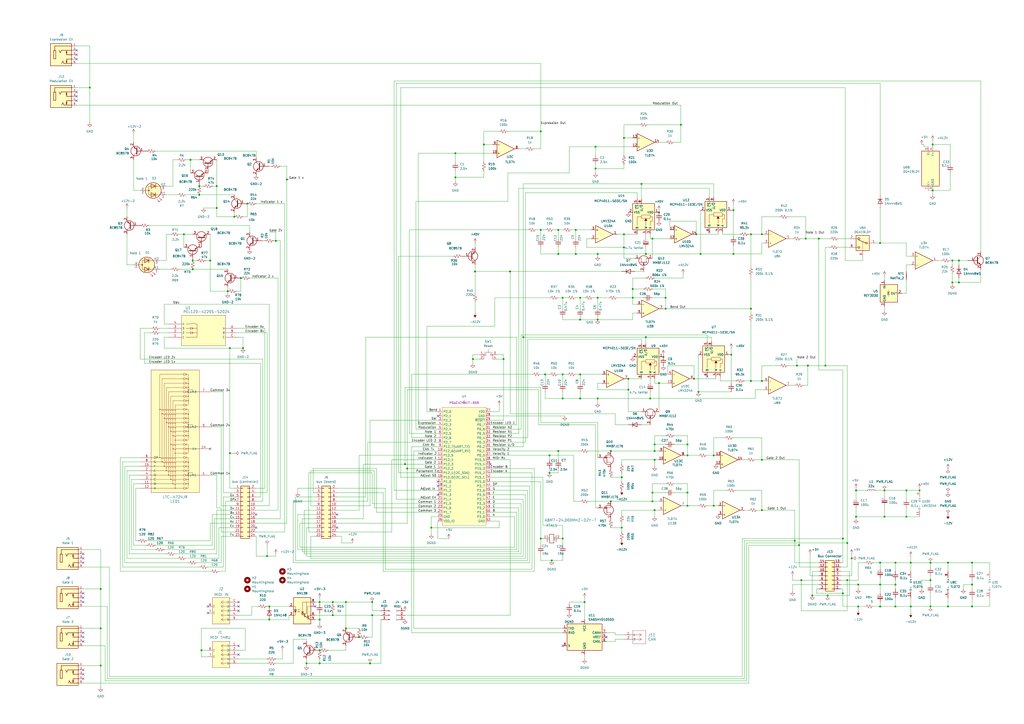
<source format=kicad_sch>
(kicad_sch (version 20250114) (generator "eeschema") (generator_version "9.0")
  (paper "A2")
  (title_block (title "MIDI Decoder") (rev "Draft"))
  (lib_symbols
    (symbol "35RAPC4BH3:35RAPC4BH3" (pin_names (offset 1.016))
      (property "Reference" "J" (at -5.08 7.62 0))
      (property "Value" "35RAPC4BH3" (at -5.08 -8.382 0))
      (symbol "35RAPC4BH3_0_0"
        (pin passive line (at 7.62 5.08 180) (length 2.54) (name "~") (number "1"))
        (pin passive line (at 7.62 2.54 180) (length 2.54) (name "~") (number "2"))
        (pin passive line (at 7.62 0 180) (length 2.54) (name "~") (number "3"))
        (pin passive line (at 7.62 -2.54 180) (length 2.54) (name "~") (number "4"))
        (pin passive line (at 7.62 -5.08 180) (length 2.54) (name "~") (number "5"))
      )
    )
    (symbol "35RAPC4BH3_1" (pin_names (offset 1.016))
      (property "Reference" "J" (at -5.08 7.62 0))
      (property "Value" "35RAPC4BH3" (at -5.08 -8.382 0))
      (symbol "35RAPC4BH3_1_0_0"
        (pin passive line (at 7.62 5.08 180) (length 2.54) (name "~") (number "1"))
        (pin passive line (at 7.62 2.54 180) (length 2.54) (name "~") (number "2"))
        (pin passive line (at 7.62 0 180) (length 2.54) (name "~") (number "3"))
        (pin passive line (at 7.62 -2.54 180) (length 2.54) (name "~") (number "4"))
        (pin passive line (at 7.62 -5.08 180) (length 2.54) (name "~") (number "5"))
      )
    )
    (symbol "Amplifier_Operational:TL072" (pin_names (offset 0.127))
      (property "Reference" "U" (at 0 5.08 0))
      (property "Value" "TL072" (at 0 -5.08 0))
      (symbol "TL072_1_1"
        (pin input line (at -7.62 2.54 0) (length 2.54) (name "+") (number "3"))
        (pin input line (at -7.62 -2.54 0) (length 2.54) (name "-") (number "2"))
        (pin output line (at 7.62 0 180) (length 2.54) (name "~") (number "1"))
      )
      (symbol "TL072_2_1"
        (pin input line (at -7.62 2.54 0) (length 2.54) (name "+") (number "5"))
        (pin input line (at -7.62 -2.54 0) (length 2.54) (name "-") (number "6"))
        (pin output line (at 7.62 0 180) (length 2.54) (name "~") (number "7"))
      )
      (symbol "TL072_3_1"
        (pin power_in line (at -2.54 7.62 270) (length 3.81) (name "V+") (number "8"))
        (pin power_in line (at -2.54 -7.62 90) (length 3.81) (name "V-") (number "4"))
      )
    )
    (symbol "Amplifier_Operational:TL074" (pin_names (offset 0.127))
      (property "Reference" "U" (at 0 5.08 0))
      (property "Value" "TL074" (at 0 -5.08 0))
      (symbol "TL074_1_1"
        (pin input line (at -7.62 2.54 0) (length 2.54) (name "+") (number "3"))
        (pin input line (at -7.62 -2.54 0) (length 2.54) (name "-") (number "2"))
        (pin output line (at 7.62 0 180) (length 2.54) (name "~") (number "1"))
      )
      (symbol "TL074_2_1"
        (pin input line (at -7.62 2.54 0) (length 2.54) (name "+") (number "5"))
        (pin input line (at -7.62 -2.54 0) (length 2.54) (name "-") (number "6"))
        (pin output line (at 7.62 0 180) (length 2.54) (name "~") (number "7"))
      )
      (symbol "TL074_3_1"
        (pin input line (at -7.62 2.54 0) (length 2.54) (name "+") (number "10"))
        (pin input line (at -7.62 -2.54 0) (length 2.54) (name "-") (number "9"))
        (pin output line (at 7.62 0 180) (length 2.54) (name "~") (number "8"))
      )
      (symbol "TL074_4_1"
        (pin input line (at -7.62 2.54 0) (length 2.54) (name "+") (number "12"))
        (pin input line (at -7.62 -2.54 0) (length 2.54) (name "-") (number "13"))
        (pin output line (at 7.62 0 180) (length 2.54) (name "~") (number "14"))
      )
      (symbol "TL074_5_1"
        (pin power_in line (at -2.54 7.62 270) (length 3.81) (name "V+") (number "4"))
        (pin power_in line (at -2.54 -7.62 90) (length 3.81) (name "V-") (number "11"))
      )
    )
    (symbol "Analog_Switch:DG419LDY" (pin_names (offset 0.254))
      (property "Reference" "U" (at -3.175 7.239 0))
      (property "Value" "DG419LDY" (at -3.175 5.461 0))
      (symbol "DG419LDY_1_1"
        (pin passive line (at -7.62 0 0) (length 2.54) (name "~") (number "1"))
        (pin input line (at 0 -7.62 90) (length 2.54) (name "~") (number "6"))
        (pin passive line (at 7.62 2.54 180) (length 2.54) (name "~") (number "2"))
        (pin passive line (at 7.62 -2.54 180) (length 2.54) (name "~") (number "8"))
      )
      (symbol "DG419LDY_2_0"
        (pin power_in line (at 0 12.7 270) (length 2.54) (name "V+") (number "4"))
        (pin power_in line (at 0 -12.7 90) (length 2.54) (name "GND") (number "3"))
        (pin power_in line (at 2.54 12.7 270) (length 2.54) (name "VL") (number "5"))
        (pin power_in line (at 2.54 -12.7 90) (length 2.54) (name "V-") (number "7"))
      )
    )
    (symbol "Connector:Conn_01x03_Pin" (pin_names (offset 1.016) (hide yes))
      (property "Reference" "J" (at 0 5.08 0))
      (property "Value" "Conn_01x03_Pin" (at 0 -5.08 0))
      (symbol "Conn_01x03_Pin_1_1"
        (pin passive line (at 5.08 2.54 180) (length 3.81) (name "Pin_1") (number "1"))
        (pin passive line (at 5.08 0 180) (length 3.81) (name "Pin_2") (number "2"))
        (pin passive line (at 5.08 -2.54 180) (length 3.81) (name "Pin_3") (number "3"))
      )
    )
    (symbol "Connector:Conn_01x03_Socket" (pin_names (offset 1.016) (hide yes))
      (property "Reference" "J" (at 0 5.08 0))
      (property "Value" "Conn_01x03_Socket" (at 0 -5.08 0))
      (symbol "Conn_01x03_Socket_1_1"
        (pin passive line (at -5.08 2.54 0) (length 3.81) (name "Pin_1") (number "1"))
        (pin passive line (at -5.08 0 0) (length 3.81) (name "Pin_2") (number "2"))
        (pin passive line (at -5.08 -2.54 0) (length 3.81) (name "Pin_3") (number "3"))
      )
    )
    (symbol "Connector_Generic:Conn_02x07_Odd_Even" (pin_names (offset 1.016) (hide yes))
      (property "Reference" "J" (at 1.27 10.16 0))
      (property "Value" "Conn_02x07_Odd_Even" (at 1.27 -10.16 0))
      (symbol "Conn_02x07_Odd_Even_1_1"
        (pin passive line (at -5.08 7.62 0) (length 3.81) (name "Pin_1") (number "1"))
        (pin passive line (at -5.08 5.08 0) (length 3.81) (name "Pin_3") (number "3"))
        (pin passive line (at -5.08 2.54 0) (length 3.81) (name "Pin_5") (number "5"))
        (pin passive line (at -5.08 0 0) (length 3.81) (name "Pin_7") (number "7"))
        (pin passive line (at -5.08 -2.54 0) (length 3.81) (name "Pin_9") (number "9"))
        (pin passive line (at -5.08 -5.08 0) (length 3.81) (name "Pin_11") (number "11"))
        (pin passive line (at -5.08 -7.62 0) (length 3.81) (name "Pin_13") (number "13"))
        (pin passive line (at 7.62 7.62 180) (length 3.81) (name "Pin_2") (number "2"))
        (pin passive line (at 7.62 5.08 180) (length 3.81) (name "Pin_4") (number "4"))
        (pin passive line (at 7.62 2.54 180) (length 3.81) (name "Pin_6") (number "6"))
        (pin passive line (at 7.62 0 180) (length 3.81) (name "Pin_8") (number "8"))
        (pin passive line (at 7.62 -2.54 180) (length 3.81) (name "Pin_10") (number "10"))
        (pin passive line (at 7.62 -5.08 180) (length 3.81) (name "Pin_12") (number "12"))
        (pin passive line (at 7.62 -7.62 180) (length 3.81) (name "Pin_14") (number "14"))
      )
    )
    (symbol "Connector_Generic:Conn_02x12_Odd_Even" (pin_names (offset 1.016) (hide yes))
      (property "Reference" "J" (at 1.27 15.24 0))
      (property "Value" "Conn_02x12_Odd_Even" (at 1.27 -17.78 0))
      (symbol "Conn_02x12_Odd_Even_1_1"
        (pin passive line (at -5.08 12.7 0) (length 3.81) (name "Pin_1") (number "1"))
        (pin passive line (at -5.08 10.16 0) (length 3.81) (name "Pin_3") (number "3"))
        (pin passive line (at -5.08 7.62 0) (length 3.81) (name "Pin_5") (number "5"))
        (pin passive line (at -5.08 5.08 0) (length 3.81) (name "Pin_7") (number "7"))
        (pin passive line (at -5.08 2.54 0) (length 3.81) (name "Pin_9") (number "9"))
        (pin passive line (at -5.08 0 0) (length 3.81) (name "Pin_11") (number "11"))
        (pin passive line (at -5.08 -2.54 0) (length 3.81) (name "Pin_13") (number "13"))
        (pin passive line (at -5.08 -5.08 0) (length 3.81) (name "Pin_15") (number "15"))
        (pin passive line (at -5.08 -7.62 0) (length 3.81) (name "Pin_17") (number "17"))
        (pin passive line (at -5.08 -10.16 0) (length 3.81) (name "Pin_19") (number "19"))
        (pin passive line (at -5.08 -12.7 0) (length 3.81) (name "Pin_21") (number "21"))
        (pin passive line (at -5.08 -15.24 0) (length 3.81) (name "Pin_23") (number "23"))
        (pin passive line (at 7.62 12.7 180) (length 3.81) (name "Pin_2") (number "2"))
        (pin passive line (at 7.62 10.16 180) (length 3.81) (name "Pin_4") (number "4"))
        (pin passive line (at 7.62 7.62 180) (length 3.81) (name "Pin_6") (number "6"))
        (pin passive line (at 7.62 5.08 180) (length 3.81) (name "Pin_8") (number "8"))
        (pin passive line (at 7.62 2.54 180) (length 3.81) (name "Pin_10") (number "10"))
        (pin passive line (at 7.62 0 180) (length 3.81) (name "Pin_12") (number "12"))
        (pin passive line (at 7.62 -2.54 180) (length 3.81) (name "Pin_14") (number "14"))
        (pin passive line (at 7.62 -5.08 180) (length 3.81) (name "Pin_16") (number "16"))
        (pin passive line (at 7.62 -7.62 180) (length 3.81) (name "Pin_18") (number "18"))
        (pin passive line (at 7.62 -10.16 180) (length 3.81) (name "Pin_20") (number "20"))
        (pin passive line (at 7.62 -12.7 180) (length 3.81) (name "Pin_22") (number "22"))
        (pin passive line (at 7.62 -15.24 180) (length 3.81) (name "Pin_24") (number "24"))
      )
    )
    (symbol "Crystal:ABM7-24.000MHZ-D2Y-T" (pin_names (offset 0.254))
      (property "Reference" "XTAL" (at 5.08 4.445 0))
      (property "Value" "ABM7-24.000MHZ-D2Y-T" (at 5.08 -4.445 0))
      (symbol "ABM7-24.000MHZ-D2Y-T_1_1"
        (pin passive line (at 0 0 0) (length 2.54) (name "1") (number "1"))
        (pin passive line (at 10.16 0 180) (length 2.54) (name "2") (number "2"))
      )
      (symbol "ABM7-24.000MHZ-D2Y-T_1_2"
        (pin unspecified line (at 0 10.16 270) (length 2.54) (name "2") (number "2"))
        (pin unspecified line (at 0 0 90) (length 2.54) (name "1") (number "1"))
      )
    )
    (symbol "Device:C_Polarized_Small" (pin_numbers (hide yes)) (pin_names (offset 0.254) (hide yes))
      (property "Reference" "C" (at 0.254 1.778 0))
      (property "Value" "C_Polarized_Small" (at 0.254 -2.032 0))
      (symbol "C_Polarized_Small_1_1"
        (pin passive line (at 0 2.54 270) (length 1.8542) (name "~") (number "1"))
        (pin passive line (at 0 -2.54 90) (length 1.8542) (name "~") (number "2"))
      )
    )
    (symbol "Device:C_Small" (pin_numbers (hide yes)) (pin_names (offset 0.254) (hide yes))
      (property "Reference" "C" (at 0.254 1.778 0))
      (property "Value" "C_Small" (at 0.254 -2.032 0))
      (symbol "C_Small_1_1"
        (pin passive line (at 0 2.54 270) (length 2.032) (name "~") (number "1"))
        (pin passive line (at 0 -2.54 90) (length 2.032) (name "~") (number "2"))
      )
    )
    (symbol "Device:LED_Dual_KAK" (pin_names (offset 0))
      (property "Reference" "D" (at 0 5.715 0))
      (property "Value" "LED_Dual_KAK" (at 0 -6.35 0))
      (symbol "LED_Dual_KAK_1_1"
        (pin input line (at -7.62 0 0) (length 3.048) (name "A") (number "2"))
        (pin input line (at 7.62 2.54 180) (length 3.81) (name "K1") (number "1"))
        (pin input line (at 7.62 -2.54 180) (length 3.81) (name "K2") (number "3"))
      )
    )
    (symbol "Device:L_Small" (pin_numbers (hide yes)) (pin_names (offset 0.254) (hide yes))
      (property "Reference" "L" (at 0.762 1.016 0))
      (property "Value" "L_Small" (at 0.762 -1.016 0))
      (symbol "L_Small_1_1"
        (pin passive line (at 0 2.54 270) (length 0.508) (name "~") (number "1"))
        (pin passive line (at 0 -2.54 90) (length 0.508) (name "~") (number "2"))
      )
    )
    (symbol "Device:NetTie_2" (pin_numbers (hide yes)) (pin_names (offset 0) (hide yes)) (in_bom no)
      (property "Reference" "NT" (at 0 1.27 0))
      (property "Value" "NetTie_2" (at 0 -1.27 0))
      (symbol "NetTie_2_1_1"
        (pin passive line (at -2.54 0 0) (length 2.54) (name "1") (number "1"))
        (pin passive line (at 2.54 0 180) (length 2.54) (name "2") (number "2"))
      )
    )
    (symbol "Device:R_Small_US" (pin_numbers (hide yes)) (pin_names (offset 0.254) (hide yes))
      (property "Reference" "R" (at 0.762 0.508 0))
      (property "Value" "R_Small_US" (at 0.762 -1.016 0))
      (symbol "R_Small_US_1_1"
        (pin passive line (at 0 2.54 270) (length 1.016) (name "~") (number "1"))
        (pin passive line (at 0 -2.54 90) (length 1.016) (name "~") (number "2"))
      )
    )
    (symbol "Diode:1N4148" (pin_numbers (hide yes)) (pin_names (hide yes))
      (property "Reference" "D" (at 0 2.54 0))
      (property "Value" "1N4148" (at 0 -2.54 0))
      (symbol "1N4148_1_1"
        (pin passive line (at -3.81 0 0) (length 2.54) (name "K") (number "1"))
        (pin passive line (at 3.81 0 180) (length 2.54) (name "A") (number "2"))
      )
    )
    (symbol "Diode:1N4448WS" (pin_numbers (hide yes)) (pin_names (hide yes))
      (property "Reference" "D" (at 0 2.54 0))
      (property "Value" "1N4448WS" (at 0 -2.54 0))
      (symbol "1N4448WS_1_1"
        (pin passive line (at -3.81 0 0) (length 2.54) (name "K") (number "1"))
        (pin passive line (at 3.81 0 180) (length 2.54) (name "A") (number "2"))
      )
    )
    (symbol "Interface_CAN_LIN:SN65HVD1050D"
      (property "Reference" "U" (at -8.89 8.89 0))
      (property "Value" "SN65HVD1050D" (at 1.27 8.89 0))
      (symbol "SN65HVD1050D_1_1"
        (pin input line (at -12.7 5.08 0) (length 2.54) (name "TXD") (number "1"))
        (pin output line (at -12.7 2.54 0) (length 2.54) (name "RXD") (number "4"))
        (pin input line (at -12.7 -5.08 0) (length 2.54) (name "S") (number "8"))
        (pin power_in line (at 0 10.16 270) (length 2.54) (name "VCC") (number "3"))
        (pin power_in line (at 0 -10.16 90) (length 2.54) (name "GND") (number "2"))
        (pin bidirectional line (at 12.7 2.54 180) (length 2.54) (name "CANH") (number "7"))
        (pin passive line (at 12.7 0 180) (length 2.54) (name "VREF") (number "5"))
        (pin bidirectional line (at 12.7 -2.54 180) (length 2.54) (name "CANL") (number "6"))
      )
    )
    (symbol "Isolator:6N138" (pin_names (offset 1.016) (hide yes))
      (property "Reference" "U" (at -4.064 8.89 0))
      (property "Value" "6N138" (at 2.286 8.89 0))
      (symbol "6N138_1_1"
        (pin passive line (at -7.62 2.54 0) (length 2.54) (name "C1") (number "2"))
        (pin passive line (at -7.62 -2.54 0) (length 2.54) (name "C2") (number "3"))
        (pin no_connect line (at -5.08 5.08 0) (length 2.54) (hide yes) (name "NC") (number "1"))
        (pin no_connect line (at -5.08 -5.08 0) (length 2.54) (hide yes) (name "NC") (number "4"))
        (pin passive line (at 7.62 5.08 180) (length 2.54) (name "VCC") (number "8"))
        (pin passive line (at 7.62 2.54 180) (length 2.54) (name "VO1") (number "7"))
        (pin passive line (at 7.62 -2.54 180) (length 2.54) (name "VO2") (number "6"))
        (pin passive line (at 7.62 -5.08 180) (length 2.54) (name "GND") (number "5"))
      )
    )
    (symbol "JFET:MMBFJ176" (pin_names (hide yes))
      (property "Reference" "Q" (at 5.08 1.905 0))
      (property "Value" "MMBFJ176" (at 5.08 0 0))
      (symbol "MMBFJ176_1_1"
        (pin input line (at -5.08 1.27 0) (length 2.54) (name "G") (number "3"))
        (pin passive line (at 2.54 5.08 270) (length 2.54) (name "S") (number "2"))
        (pin passive line (at 2.54 -5.08 90) (length 2.54) (name "D") (number "1"))
      )
    )
    (symbol "LTC-4724JR:LTC-4724JR" (pin_names (offset 0.254))
      (property "Reference" "LED" (at 20.32 7.62 0))
      (property "Value" "LTC-4724JR" (at 20.32 5.08 0))
      (symbol "LTC-4724JR_0_1"
        (pin input line (at 40.64 -22.86 180) (length 7.62) (name "14") (number "14"))
      )
      (symbol "LTC-4724JR_1_1"
        (pin input line (at 0 0 0) (length 7.62) (name "A") (number "12"))
        (pin input line (at 0 -2.54 0) (length 7.62) (name "B") (number "11"))
        (pin input line (at 0 -5.08 0) (length 7.62) (name "C") (number "3"))
        (pin input line (at 0 -7.62 0) (length 7.62) (name "D") (number "4"))
        (pin input line (at 0 -10.16 0) (length 7.62) (name "E") (number "2"))
        (pin input line (at 0 -12.7 0) (length 7.62) (name "F") (number "15"))
        (pin input line (at 0 -15.24 0) (length 7.62) (name "G") (number "8"))
        (pin input line (at 0 -17.78 0) (length 7.62) (name "DP") (number "6"))
        (pin input line (at 40.64 -7.62 180) (length 7.62) (name "Com1") (number "1"))
        (pin input line (at 40.64 -35.56 180) (length 7.62) (name "Com2") (number "5"))
        (pin input line (at 40.64 -55.88 180) (length 7.62) (name "Com3") (number "7"))
      )
    )
    (symbol "Mechanical:MountingHole" (pin_names (offset 1.016)) (exclude_from_sim yes) (in_bom no)
      (property "Reference" "H" (at 0 5.08 0))
      (property "Value" "MountingHole" (at 0 3.175 0))
    )
    (symbol "Molex_KK254_2pin:22232021" (pin_names (offset 0.254))
      (property "Reference" "J" (at 8.89 6.35 0))
      (property "Value" "22232021" (at 0 6.604 0))
      (symbol "22232021_1_1"
        (pin passive line (at 0 0 0) (length 5.08) (name "1") (number "1"))
        (pin passive line (at 0 -2.54 0) (length 5.08) (name "2") (number "2"))
      )
      (symbol "22232021_1_2"
        (pin unspecified line (at 0 0 0) (length 5.08) (name "1") (number "1"))
        (pin unspecified line (at 0 -2.54 0) (length 5.08) (name "2") (number "2"))
      )
    )
    (symbol "PEL12D:PEL12D-4225S-S2024" (pin_names (offset 0.254))
      (property "Reference" "U" (at 20.32 10.16 0))
      (property "Value" "PEL12D-4225S-S2024" (at 20.32 7.62 0))
      (symbol "PEL12D-4225S-S2024_0_1"
        (pin passive line (at 40.64 -2.54 180) (length 7.62) (name "B") (number "B"))
        (pin passive line (at 40.64 -5.08 180) (length 7.62) (name "A") (number "A"))
      )
      (symbol "PEL12D-4225S-S2024_1_1"
        (pin power_in line (at 0 0 0) (length 7.62) (name "1") (number "1"))
        (pin input line (at 0 -2.54 0) (length 7.62) (name "2") (number "2"))
        (pin input line (at 0 -5.08 0) (length 7.62) (name "3") (number "3"))
        (pin passive line (at 0 -7.62 0) (length 7.62) (name "4") (number "4"))
        (pin passive line (at 40.64 0 180) (length 7.62) (name "C") (number "C"))
      )
    )
    (symbol "Potentiometer_Digital:MCP4011-xxxxSN"
      (property "Reference" "U" (at -7.62 8.89 0))
      (property "Value" "MCP4011-xxxxSN" (at 1.27 8.89 0))
      (symbol "MCP4011-xxxxSN_1_1"
        (pin input line (at -10.16 0 0) (length 2.54) (name "U/~{D}") (number "8"))
        (pin input line (at -10.16 -2.54 0) (length 2.54) (name "~{CS}") (number "5"))
        (pin no_connect line (at -7.62 5.08 0) (length 2.54) (hide yes) (name "NC") (number "7"))
        (pin power_in line (at -2.54 10.16 270) (length 2.54) (name "VDD") (number "1"))
        (pin power_in line (at -2.54 -7.62 90) (length 2.54) (name "VSS") (number "2"))
        (pin passive line (at 10.16 5.08 180) (length 2.54) (name "A") (number "3"))
        (pin passive line (at 10.16 2.54 180) (length 2.54) (name "W") (number "4"))
        (pin passive line (at 10.16 -2.54 180) (length 2.54) (name "B") (number "6"))
      )
    )
    (symbol "Reference_Voltage:REF3030" (pin_names (offset 0.254))
      (property "Reference" "U" (at 0 6.35 0))
      (property "Value" "REF3030" (at 2.54 -6.35 0))
      (symbol "REF3030_1_1"
        (pin power_in line (at -2.54 7.62 270) (length 2.54) (name "IN") (number "1"))
        (pin power_in line (at -2.54 -7.62 90) (length 2.54) (name "GND") (number "3"))
        (pin power_out line (at 7.62 0 180) (length 2.54) (name "OUT") (number "2"))
      )
    )
    (symbol "TactileSwitches:Tactile_Switch"
      (property "Reference" "SW" (at 0 9.144 0))
      (property "Value" "Tactile Switch" (at 1.016 6.858 0))
      (symbol "Tactile_Switch_1_1"
        (pin passive line (at -5.08 2.54 0) (length 2.54) (name "") (number "1"))
        (pin passive line (at -5.08 0 0) (length 2.54) (name "") (number "2"))
        (pin passive line (at 5.08 2.54 180) (length 2.54) (name "") (number "3"))
        (pin passive line (at 5.08 0 180) (length 2.54) (name "") (number "4"))
      )
    )
    (symbol "Transistor_BJT:MMBT3904" (pin_names (offset 0) (hide yes))
      (property "Reference" "Q" (at 5.08 1.905 0))
      (property "Value" "MMBT3904" (at 5.08 0 0))
      (symbol "MMBT3904_1_1"
        (pin input line (at -5.08 0 0) (length 5.715) (name "B") (number "1"))
        (pin passive line (at 2.54 5.08 270) (length 2.54) (name "C") (number "3"))
        (pin passive line (at 2.54 -5.08 90) (length 2.54) (name "E") (number "2"))
      )
    )
    (symbol "Transistor_BJT:MMBT3906" (pin_names (offset 0) (hide yes))
      (property "Reference" "Q" (at 5.08 1.905 0))
      (property "Value" "MMBT3906" (at 5.08 0 0))
      (symbol "MMBT3906_1_1"
        (pin input line (at -5.08 0 0) (length 5.715) (name "B") (number "1"))
        (pin passive line (at 2.54 5.08 270) (length 2.54) (name "C") (number "3"))
        (pin passive line (at 2.54 -5.08 90) (length 2.54) (name "E") (number "2"))
      )
    )
    (symbol "Transistor_FET:MMBFJ112" (pin_names (hide yes))
      (property "Reference" "Q" (at 5.08 1.905 0))
      (property "Value" "MMBFJ112" (at 5.08 0 0))
      (symbol "MMBFJ112_1_1"
        (pin input line (at -5.08 0 0) (length 2.54) (name "G") (number "3"))
        (pin passive line (at 2.54 5.08 270) (length 2.54) (name "D") (number "1"))
        (pin passive line (at 2.54 -5.08 90) (length 2.54) (name "S") (number "2"))
      )
    )
    (symbol "din_5pin:SDS-50J" (pin_names (offset 0.254))
      (property "Reference" "J" (at 8.89 6.35 0))
      (property "Value" "SDS-50J" (at 0.508 4.318 0))
      (property "Footprint" "CONN5_SDS-50J_CUD" (at -5.334 7.112 0))
      (symbol "SDS-50J_1_1"
        (pin bidirectional line (at 0 0 0) (length 5.08) (name "1") (number "1"))
        (pin bidirectional line (at 0 -2.54 0) (length 5.08) (name "2") (number "2"))
        (pin bidirectional line (at 0 -5.08 0) (length 5.08) (name "3") (number "3"))
        (pin bidirectional line (at 0 -7.62 0) (length 5.08) (name "4") (number "4"))
        (pin bidirectional line (at 0 -10.16 0) (length 5.08) (name "5") (number "5"))
        (pin passive line (at 17.78 -2.54 180) (length 2.54) (name "E") (number "6"))
        (pin passive line (at 17.78 -6.35 180) (length 2.54) (name "E") (number "7"))
      )
      (symbol "SDS-50J_1_2"
        (pin unspecified line (at 0 0 0) (length 5.08) (name "1") (number "1"))
        (pin unspecified line (at 0 -2.54 0) (length 5.08) (name "2") (number "2"))
        (pin unspecified line (at 0 -5.08 0) (length 5.08) (name "3") (number "3"))
        (pin unspecified line (at 0 -7.62 0) (length 5.08) (name "4") (number "4"))
        (pin unspecified line (at 0 -10.16 0) (length 5.08) (name "5") (number "5"))
      )
    )
    (symbol "power:+12V" (power) (pin_numbers (hide yes)) (pin_names (offset 0) (hide yes))
      (property "Value" "+12V" (at 0 3.556 0))
      (symbol "+12V_1_1"
        (pin power_in line (at 0 0 90) (length 0) (name "~") (number "1"))
      )
    )
    (symbol "power:+5V" (power) (pin_numbers (hide yes)) (pin_names (offset 0) (hide yes))
      (property "Value" "+5V" (at 0 3.556 0))
      (symbol "+5V_1_1"
        (pin power_in line (at 0 0 90) (length 0) (name "~") (number "1"))
      )
    )
    (symbol "power:-12V" (power) (pin_numbers (hide yes)) (pin_names (offset 0) (hide yes))
      (property "Value" "-12V" (at 0 3.556 0))
      (symbol "-12V_0_0"
        (pin power_in line (at 0 0 90) (length 0) (name "~") (number "1"))
      )
    )
    (symbol "power:GND" (power) (pin_numbers (hide yes)) (pin_names (offset 0) (hide yes))
      (property "Value" "GND" (at 0 -3.81 0))
      (symbol "GND_1_1"
        (pin power_in line (at 0 0 270) (length 0) (name "~") (number "1"))
      )
    )
    (symbol "power:PWR_FLAG" (power) (pin_numbers (hide yes)) (pin_names (offset 0) (hide yes))
      (property "Value" "PWR_FLAG" (at 0 3.81 0))
      (symbol "PWR_FLAG_0_0"
        (pin power_out line (at 0 0 90) (length 0) (name "~") (number "1"))
      )
    )
    (symbol "psoc:CY8CKIT-059"
      (property "Reference" "U" (at -17.272 36.576 0))
      (property "Footprint" "PSoC:CY8KIT-059" (at -17.272 36.576 0))
      (symbol "CY8CKIT-059_1_1"
        (pin bidirectional line (at -15.24 31.75 0) (length 2.54) (name "P2_0") (number "1"))
        (pin bidirectional line (at -15.24 29.21 0) (length 2.54) (name "P2_1") (number "2"))
        (pin bidirectional line (at -15.24 26.67 0) (length 2.54) (name "P2_2") (number "3"))
        (pin bidirectional line (at -15.24 24.13 0) (length 2.54) (name "P2_3") (number "4"))
        (pin bidirectional line (at -15.24 21.59 0) (length 2.54) (name "P2_4") (number "5"))
        (pin bidirectional line (at -15.24 19.05 0) (length 2.54) (name "P2_5") (number "6"))
        (pin bidirectional line (at -15.24 16.51 0) (length 2.54) (name "P2_6") (number "7"))
        (pin bidirectional line (at -15.24 13.97 0) (length 2.54) (name "P2_7") (number "8"))
        (pin bidirectional line (at -15.24 11.43 0) (length 2.54) (name "P12_7(UART_TX)") (number "9"))
        (pin bidirectional line (at -15.24 8.89 0) (length 2.54) (name "P12_6(UART_RX)") (number "10"))
        (pin bidirectional line (at -15.24 6.35 0) (length 2.54) (name "P12_5") (number "11"))
        (pin bidirectional line (at -15.24 3.81 0) (length 2.54) (name "P12_4") (number "12"))
        (pin bidirectional line (at -15.24 1.27 0) (length 2.54) (name "P12_3") (number "13"))
        (pin bidirectional line (at -15.24 -1.27 0) (length 2.54) (name "P12_2") (number "14"))
        (pin bidirectional line (at -15.24 -3.81 0) (length 2.54) (name "P12_1(I2C_SDA)") (number "15"))
        (pin bidirectional line (at -15.24 -6.35 0) (length 2.54) (name "P12_0(I2C_SCL)") (number "16"))
        (pin bidirectional line (at -15.24 -8.89 0) (length 2.54) (name "P1_0") (number "17"))
        (pin bidirectional line (at -15.24 -11.43 0) (length 2.54) (name "P1_1") (number "18"))
        (pin bidirectional line (at -15.24 -13.97 0) (length 2.54) (name "P1_2") (number "19"))
        (pin bidirectional line (at -15.24 -16.51 0) (length 2.54) (name "P1_3") (number "20"))
        (pin bidirectional line (at -15.24 -19.05 0) (length 2.54) (name "P1_4") (number "21"))
        (pin bidirectional line (at -15.24 -21.59 0) (length 2.54) (name "P1_5") (number "22"))
        (pin bidirectional line (at -15.24 -24.13 0) (length 2.54) (name "P1_6") (number "23"))
        (pin bidirectional line (at -15.24 -26.67 0) (length 2.54) (name "P1_7") (number "24"))
        (pin power_in line (at -15.24 -29.21 0) (length 2.54) (name "GND") (number "25"))
        (pin power_in line (at -15.24 -31.75 0) (length 2.54) (name "VDD_IO") (number "26"))
        (pin power_in line (at 15.24 31.75 180) (length 2.54) (name "VDD") (number "27"))
        (pin power_in line (at 15.24 29.21 180) (length 2.54) (name "GND") (number "28"))
        (pin input line (at 15.24 26.67 180) (length 2.54) (name "~{RESET}") (number "29"))
        (pin bidirectional line (at 15.24 24.13 180) (length 2.54) (name "P0_7") (number "30"))
        (pin bidirectional line (at 15.24 21.59 180) (length 2.54) (name "P0_6") (number "31"))
        (pin bidirectional line (at 15.24 19.05 180) (length 2.54) (name "P0_5") (number "32"))
        (pin bidirectional line (at 15.24 16.51 180) (length 2.54) (name "P0_4") (number "33"))
        (pin bidirectional line (at 15.24 13.97 180) (length 2.54) (name "P0_3") (number "34"))
        (pin bidirectional line (at 15.24 11.43 180) (length 2.54) (name "P0_2") (number "35"))
        (pin bidirectional line (at 15.24 8.89 180) (length 2.54) (name "P0_1") (number "36"))
        (pin bidirectional line (at 15.24 6.35 180) (length 2.54) (name "P0_0") (number "37"))
        (pin bidirectional line (at 15.24 3.81 180) (length 2.54) (name "P15_5") (number "38"))
        (pin bidirectional line (at 15.24 1.27 180) (length 2.54) (name "P15_4") (number "39"))
        (pin bidirectional line (at 15.24 -1.27 180) (length 2.54) (name "P15_3") (number "40"))
        (pin bidirectional line (at 15.24 -3.81 180) (length 2.54) (name "P15_2") (number "41"))
        (pin bidirectional line (at 15.24 -6.35 180) (length 2.54) (name "P15_1") (number "42"))
        (pin bidirectional line (at 15.24 -8.89 180) (length 2.54) (name "P15_0") (number "43"))
        (pin bidirectional line (at 15.24 -11.43 180) (length 2.54) (name "P3_7") (number "44"))
        (pin bidirectional line (at 15.24 -13.97 180) (length 2.54) (name "P3_6") (number "45"))
        (pin bidirectional line (at 15.24 -16.51 180) (length 2.54) (name "P3_5") (number "46"))
        (pin bidirectional line (at 15.24 -19.05 180) (length 2.54) (name "P3_4") (number "47"))
        (pin bidirectional line (at 15.24 -21.59 180) (length 2.54) (name "P3_3") (number "48"))
        (pin bidirectional line (at 15.24 -24.13 180) (length 2.54) (name "P3_2") (number "49"))
        (pin bidirectional line (at 15.24 -26.67 180) (length 2.54) (name "P3_1") (number "50"))
        (pin bidirectional line (at 15.24 -29.21 180) (length 2.54) (name "P3_0") (number "51"))
        (pin power_in line (at 15.24 -31.75 180) (length 2.54) (name "GND") (number "52"))
      )
    )
  )
  (junction (at 345.44 97.79))
  (junction (at 467.36 138.43))
  (junction (at 382.27 222.25))
  (junction (at 519.43 326.39))
  (junction (at 234.95 269.24))
  (junction (at 480.06 345.44))
  (junction (at 346.71 147.32))
  (junction (at 360.68 306.07))
  (junction (at 525.78 299.72))
  (junction (at 464.82 336.55))
  (junction (at 364.49 219.71))
  (junction (at 264.16 88.9))
  (junction (at 160.02 139.7))
  (junction (at 200.66 364.49))
  (junction (at 398.78 257.81))
  (junction (at 462.28 212.09))
  (junction (at 541.02 110.49))
  (junction (at 378.46 138.43))
  (junction (at 185.42 377.19))
  (junction (at 156.21 359.41))
  (junction (at 441.96 135.89))
  (junction (at 386.08 179.07))
  (junction (at 116.84 377.19))
  (junction (at 345.44 85.09))
  (junction (at 326.39 231.14))
  (junction (at 382.27 123.19))
  (junction (at 121.92 151.13))
  (junction (at 406.4 147.32))
  (junction (at 519.43 339.09))
  (junction (at 468.63 212.09))
  (junction (at 125.73 120.65))
  (junction (at 379.73 295.91))
  (junction (at 156.21 351.79))
  (junction (at 58.42 341.63))
  (junction (at 528.32 351.79))
  (junction (at 193.04 356.87))
  (junction (at 424.18 205.74))
  (junction (at 556.26 163.83))
  (junction (at 403.86 135.89))
  (junction (at 402.59 219.71))
  (junction (at 334.01 133.35))
  (junction (at 313.69 312.42))
  (junction (at 461.01 313.69))
  (junction (at 115.57 107.95))
  (junction (at 510.54 339.09))
  (junction (at 143.51 118.11))
  (junction (at 497.84 339.09))
  (junction (at 275.59 157.48))
  (junction (at 215.9 356.87))
  (junction (at 58.42 364.49))
  (junction (at 200.66 349.25))
  (junction (at 364.49 226.06))
  (junction (at 215.9 349.25))
  (junction (at 471.17 345.44))
  (junction (at 513.08 299.72))
  (junction (at 318.77 274.32))
  (junction (at 193.04 349.25))
  (junction (at 346.71 231.14))
  (junction (at 563.88 351.79))
  (junction (at 339.09 349.25))
  (junction (at 274.32 208.28))
  (junction (at 435.61 135.89))
  (junction (at 185.42 349.25))
  (junction (at 394.97 72.39))
  (junction (at 361.95 80.01))
  (junction (at 488.95 344.17))
  (junction (at 441.96 295.91))
  (junction (at 236.22 271.78))
  (junction (at 556.26 151.13))
  (junction (at 474.98 138.43))
  (junction (at 361.95 143.51))
  (junction (at 295.91 157.48))
  (junction (at 496.57 284.48))
  (junction (at 463.55 316.23))
  (junction (at 533.4 284.48))
  (junction (at 313.69 76.2))
  (junction (at 384.81 207.01))
  (junction (at 519.43 351.79))
  (junction (at 264.16 102.87))
  (junction (at 491.49 336.55))
  (junction (at 414.02 264.16))
  (junction (at 488.95 312.42))
  (junction (at 510.54 326.39))
  (junction (at 135.89 125.73))
  (junction (at 435.61 220.98))
  (junction (at 139.7 161.29))
  (junction (at 336.55 172.72))
  (junction (at 563.88 339.09))
  (junction (at 367.03 167.64))
  (junction (at 292.1 208.28))
  (junction (at 425.45 121.92))
  (junction (at 303.53 195.58))
  (junction (at 115.57 113.03))
  (junction (at 513.08 284.48))
  (junction (at 525.78 284.48))
  (junction (at 549.91 326.39))
  (junction (at 374.65 195.58))
  (junction (at 510.54 140.97))
  (junction (at 441.96 266.7))
  (junction (at 510.54 351.79))
  (junction (at 280.67 83.82))
  (junction (at 52.07 50.8))
  (junction (at 318.77 264.16))
  (junction (at 398.78 285.75))
  (junction (at 336.55 217.17))
  (junction (at 441.96 220.98))
  (junction (at 336.55 185.42))
  (junction (at 133.35 262.89))
  (junction (at 177.8 384.81))
  (junction (at 372.11 106.68))
  (junction (at 313.69 133.35))
  (junction (at 110.49 92.71))
  (junction (at 378.46 290.83))
  (junction (at 326.39 312.42))
  (junction (at 166.37 104.14))
  (junction (at 377.19 231.14))
  (junction (at 354.33 261.62))
  (junction (at 552.45 163.83))
  (junction (at 346.71 185.42))
  (junction (at 379.73 257.81))
  (junction (at 360.68 276.86))
  (junction (at 541.02 83.82))
  (junction (at 414.02 293.37))
  (junction (at 386.08 172.72))
  (junction (at 354.33 290.83))
  (junction (at 323.85 133.35))
  (junction (at 539.75 336.55))
  (junction (at 478.79 212.09))
  (junction (at 154.94 322.58))
  (junction (at 336.55 231.14))
  (junction (at 250.19 306.07))
  (junction (at 111.76 151.13))
  (junction (at 132.08 168.91))
  (junction (at 497.84 351.79))
  (junction (at 323.85 147.32))
  (junction (at 367.03 172.72))
  (junction (at 125.73 107.95))
  (junction (at 379.73 266.7))
  (junction (at 496.57 299.72))
  (junction (at 379.73 261.62))
  (junction (at 140.97 201.93))
  (junction (at 398.78 264.16))
  (junction (at 326.39 217.17))
  (junction (at 346.71 172.72))
  (junction (at 552.45 151.13))
  (junction (at 106.68 135.89))
  (junction (at 563.88 326.39))
  (junction (at 549.91 351.79))
  (junction (at 425.45 147.32))
  (junction (at 185.42 359.41))
  (junction (at 326.39 172.72))
  (junction (at 539.75 326.39))
  (junction (at 378.46 285.75))
  (junction (at 133.35 201.93))
  (junction (at 320.04 325.12))
  (junction (at 539.75 351.79))
  (junction (at 528.32 326.39))
  (junction (at 374.65 147.32))
  (junction (at 491.49 314.96))
  (junction (at 361.95 135.89))
  (junction (at 111.76 156.21))
  (junction (at 398.78 293.37))
  (junction (at 208.28 369.57))
  (junction (at 185.42 384.81))
  (junction (at 435.61 179.07))
  (junction (at 334.01 147.32))
  (junction (at 405.13 227.33))
  (junction (at 58.42 386.08))
  (junction (at 316.23 217.17))
  (junction (at 214.63 384.81))
  (junction (at 323.85 261.62))
  (junction (at 494.03 323.85))
  (no_connect (at 326.39 374.65))
  (no_connect (at 44.45 58.42))
  (no_connect (at 254 279.4))
  (no_connect (at 48.26 388.62))
  (no_connect (at 195.58 306.07))
  (no_connect (at 410.21 218.44))
  (no_connect (at 121.92 260.35))
  (no_connect (at 48.26 346.71))
  (no_connect (at 195.58 298.45))
  (no_connect (at 48.26 323.85))
  (no_connect (at 148.59 306.07))
  (no_connect (at 138.43 354.33))
  (no_connect (at 411.48 134.62))
  (no_connect (at 254 287.02))
  (no_connect (at 182.88 351.79))
  (no_connect (at 120.65 351.79))
  (no_connect (at 48.26 367.03))
  (no_connect (at 48.26 344.17))
  (no_connect (at 138.43 349.25))
  (no_connect (at 48.26 391.16))
  (no_connect (at 44.45 53.34))
  (no_connect (at 254 241.3))
  (no_connect (at 48.26 369.57))
  (no_connect (at 138.43 351.79))
  (no_connect (at 48.26 393.7))
  (no_connect (at 120.65 355.6))
  (no_connect (at 48.26 321.31))
  (no_connect (at 48.26 326.39))
  (no_connect (at 284.48 269.24))
  (no_connect (at 254 281.94))
  (no_connect (at 44.45 55.88))
  (no_connect (at 148.59 298.45))
  (no_connect (at 138.43 374.65))
  (no_connect (at 48.26 349.25))
  (no_connect (at 48.26 372.11))
  (no_connect (at 138.43 379.73))
  (no_connect (at 44.45 31.75))
  (no_connect (at 44.45 29.21))
  (no_connect (at 44.45 34.29))
  (no_connect (at 351.79 369.57))
  (wire (pts (xy 478.79 212.09) (xy 491.49 212.09)))
  (wire (pts (xy 154.94 351.79) (xy 156.21 351.79)))
  (wire (pts (xy 231.14 274.32) (xy 231.14 148.59)))
  (wire (pts (xy 519.43 326.39) (xy 519.43 331.47)))
  (wire (pts (xy 304.8 111.76) (xy 369.57 111.76)))
  (wire (pts (xy 541.02 110.49) (xy 551.18 110.49)))
  (wire (pts (xy 306.07 325.12) (xy 306.07 284.48)))
  (wire (pts (xy 185.42 384.81) (xy 214.63 384.81)))
  (wire (pts (xy 414.02 284.48) (xy 421.64 284.48)))
  (wire (pts (xy 227.33 266.7) (xy 227.33 308.61)))
  (wire (pts (xy 228.6 284.48) (xy 254 284.48)))
  (wire (pts (xy 234.95 269.24) (xy 234.95 224.79)))
  (wire (pts (xy 414.02 254) (xy 420.37 254)))
  (wire (pts (xy 430.53 392.43) (xy 63.5 392.43)))
  (wire (pts (xy 182.88 283.21) (xy 172.72 283.21)))
  (wire (pts (xy 129.54 328.93) (xy 129.54 288.29)))
  (wire (pts (xy 519.43 346.71) (xy 519.43 351.79)))
  (wire (pts (xy 81.28 190.5) (xy 81.28 208.28)))
  (wire (pts (xy 468.63 212.09) (xy 478.79 212.09)))
  (wire (pts (xy 364.49 246.38) (xy 356.87 246.38)))
  (wire (pts (xy 151.13 288.29) (xy 148.59 288.29)))
  (wire (pts (xy 166.37 303.53) (xy 148.59 303.53)))
  (wire (pts (xy 300.99 320.04) (xy 300.99 294.64)))
  (wire (pts (xy 250.19 306.07) (xy 289.56 306.07)))
  (wire (pts (xy 111.76 156.21) (xy 132.08 156.21)))
  (wire (pts (xy 232.41 276.86) (xy 232.41 50.8)))
  (wire (pts (xy 491.49 314.96) (xy 491.49 328.93)))
  (wire (pts (xy 58.42 386.08) (xy 58.42 398.78)))
  (wire (pts (xy 331.47 133.35) (xy 334.01 133.35)))
  (wire (pts (xy 551.18 151.13) (xy 552.45 151.13)))
  (wire (pts (xy 116.84 377.19) (xy 120.65 377.19)))
  (wire (pts (xy 346.71 148.59) (xy 346.71 147.32)))
  (wire (pts (xy 469.9 334.01) (xy 474.98 334.01)))
  (wire (pts (xy 434.34 316.23) (xy 463.55 316.23)))
  (wire (pts (xy 568.96 46.99) (xy 568.96 146.05)))
  (wire (pts (xy 556.26 161.29) (xy 556.26 163.83)))
  (wire (pts (xy 121.92 135.89) (xy 121.92 151.13)))
  (wire (pts (xy 151.13 210.82) (xy 151.13 288.29)))
  (wire (pts (xy 254 266.7) (xy 227.33 266.7)))
  (wire (pts (xy 345.44 97.79) (xy 345.44 95.25)))
  (wire (pts (xy 563.88 346.71) (xy 563.88 351.79)))
  (wire (pts (xy 115.57 328.93) (xy 71.12 328.93)))
  (wire (pts (xy 398.78 285.75) (xy 398.78 293.37)))
  (wire (pts (xy 222.25 285.75) (xy 195.58 285.75)))
  (wire (pts (xy 313.69 321.31) (xy 313.69 325.12)))
  (wire (pts (xy 314.96 276.86) (xy 314.96 304.8)))
  (wire (pts (xy 533.4 299.72) (xy 525.78 299.72)))
  (wire (pts (xy 198.12 311.15) (xy 198.12 314.96)))
  (wire (pts (xy 125.73 92.71) (xy 125.73 107.95)))
  (wire (pts (xy 78.74 283.21) (xy 81.28 283.21)))
  (wire (pts (xy 334.01 143.51) (xy 334.01 147.32)))
  (wire (pts (xy 441.96 135.89) (xy 443.23 135.89)))
  (wire (pts (xy 60.96 394.97) (xy 433.07 394.97)))
  (wire (pts (xy 525.78 162.56) (xy 525.78 170.18)))
  (wire (pts (xy 299.72 318.77) (xy 299.72 297.18)))
  (wire (pts (xy 97.79 190.5) (xy 92.71 190.5)))
  (wire (pts (xy 500.38 151.13) (xy 490.22 151.13)))
  (wire (pts (xy 95.25 176.53) (xy 156.21 176.53)))
  (wire (pts (xy 123.19 316.23) (xy 123.19 298.45)))
  (wire (pts (xy 346.71 172.72) (xy 353.06 172.72)))
  (wire (pts (xy 280.67 76.2) (xy 280.67 83.82)))
  (wire (pts (xy 549.91 351.79) (xy 563.88 351.79)))
  (wire (pts (xy 336.55 172.72) (xy 336.55 179.07)))
  (wire (pts (xy 406.4 147.32) (xy 374.65 147.32)))
  (wire (pts (xy 48.26 318.77) (xy 58.42 318.77)))
  (wire (pts (xy 104.14 156.21) (xy 111.76 156.21)))
  (wire (pts (xy 378.46 172.72) (xy 386.08 172.72)))
  (wire (pts (xy 213.36 256.54) (xy 254 256.54)))
  (wire (pts (xy 378.46 290.83) (xy 382.27 290.83)))
  (wire (pts (xy 109.22 326.39) (xy 72.39 326.39)))
  (wire (pts (xy 419.1 134.62) (xy 419.1 135.89)))
  (wire (pts (xy 228.6 46.99) (xy 568.96 46.99)))
  (wire (pts (xy 396.24 161.29) (xy 379.73 161.29)))
  (wire (pts (xy 358.14 172.72) (xy 367.03 172.72)))
  (wire (pts (xy 167.64 104.14) (xy 166.37 104.14)))
  (wire (pts (xy 345.44 294.64) (xy 345.44 246.38)))
  (wire (pts (xy 175.26 300.99) (xy 182.88 300.99)))
  (wire (pts (xy 81.28 190.5) (xy 87.63 190.5)))
  (wire (pts (xy 378.46 138.43) (xy 378.46 149.86)))
  (wire (pts (xy 491.49 354.33) (xy 491.49 336.55)))
  (wire (pts (xy 372.11 196.85) (xy 372.11 199.39)))
  (wire (pts (xy 528.32 326.39) (xy 539.75 326.39)))
  (wire (pts (xy 377.19 138.43) (xy 378.46 138.43)))
  (wire (pts (xy 234.95 224.79) (xy 313.69 224.79)))
  (wire (pts (xy 254 312.42) (xy 254 302.26)))
  (wire (pts (xy 127 331.47) (xy 130.81 331.47)))
  (wire (pts (xy 72.39 326.39) (xy 72.39 270.51)))
  (wire (pts (xy 125.73 107.95) (xy 125.73 120.65)))
  (wire (pts (xy 125.73 275.59) (xy 125.73 294.64)))
  (wire (pts (xy 76.2 318.77) (xy 76.2 278.13)))
  (wire (pts (xy 125.73 295.91) (xy 125.73 321.31)))
  (wire (pts (xy 242.57 88.9) (xy 264.16 88.9)))
  (wire (pts (xy 114.3 326.39) (xy 128.27 326.39)))
  (wire (pts (xy 274.32 208.28) (xy 278.13 208.28)))
  (wire (pts (xy 497.84 339.09) (xy 510.54 339.09)))
  (wire (pts (xy 488.95 214.63) (xy 474.98 214.63)))
  (wire (pts (xy 398.78 252.73) (xy 398.78 257.81)))
  (wire (pts (xy 44.45 36.83) (xy 313.69 36.83)))
  (wire (pts (xy 341.63 290.83) (xy 354.33 290.83)))
  (wire (pts (xy 431.8 295.91) (xy 434.34 295.91)))
  (wire (pts (xy 323.85 266.7) (xy 323.85 261.62)))
  (wire (pts (xy 441.96 135.89) (xy 441.96 125.73)))
  (wire (pts (xy 525.78 153.67) (xy 525.78 157.48)))
  (wire (pts (xy 441.96 295.91) (xy 461.01 295.91)))
  (wire (pts (xy 133.35 201.93) (xy 140.97 201.93)))
  (wire (pts (xy 52.07 50.8) (xy 52.07 26.67)))
  (wire (pts (xy 284.48 302.26) (xy 289.56 302.26)))
  (wire (pts (xy 339.09 379.73) (xy 339.09 382.27)))
  (wire (pts (xy 513.08 284.48) (xy 525.78 284.48)))
  (wire (pts (xy 83.82 193.04) (xy 83.82 210.82)))
  (wire (pts (xy 181.61 285.75) (xy 182.88 285.75)))
  (wire (pts (xy 377.19 227.33) (xy 377.19 231.14)))
  (wire (pts (xy 403.86 135.89) (xy 416.56 135.89)))
  (wire (pts (xy 171.45 325.12) (xy 306.07 325.12)))
  (wire (pts (xy 414.02 264.16) (xy 415.29 264.16)))
  (wire (pts (xy 217.17 294.64) (xy 254 294.64)))
  (wire (pts (xy 143.51 125.73) (xy 140.97 125.73)))
  (wire (pts (xy 152.4 290.83) (xy 148.59 290.83)))
  (wire (pts (xy 510.54 140.97) (xy 525.78 140.97)))
  (wire (pts (xy 63.5 392.43) (xy 63.5 328.93)))
  (wire (pts (xy 240.03 364.49) (xy 326.39 364.49)))
  (wire (pts (xy 163.83 382.27) (xy 160.02 382.27)))
  (wire (pts (xy 153.67 190.5) (xy 138.43 190.5)))
  (wire (pts (xy 500.38 148.59) (xy 500.38 151.13)))
  (wire (pts (xy 295.91 157.48) (xy 275.59 157.48)))
  (wire (pts (xy 274.32 210.82) (xy 274.32 208.28)))
  (wire (pts (xy 486.41 138.43) (xy 492.76 138.43)))
  (wire (pts (xy 525.78 140.97) (xy 525.78 148.59)))
  (wire (pts (xy 539.75 336.55) (xy 539.75 339.09)))
  (wire (pts (xy 254 254) (xy 238.76 254)))
  (wire (pts (xy 72.39 270.51) (xy 81.28 270.51)))
  (wire (pts (xy 430.53 312.42) (xy 430.53 392.43)))
  (wire (pts (xy 121.92 151.13) (xy 119.38 151.13)))
  (wire (pts (xy 386.08 167.64) (xy 386.08 172.72)))
  (wire (pts (xy 424.18 205.74) (xy 424.18 201.93)))
  (wire (pts (xy 280.67 76.2) (xy 289.56 76.2)))
  (wire (pts (xy 473.71 344.17) (xy 473.71 341.63)))
  (wire (pts (xy 48.26 364.49) (xy 58.42 364.49)))
  (wire (pts (xy 284.48 294.64) (xy 300.99 294.64)))
  (wire (pts (xy 302.26 321.31) (xy 302.26 292.1)))
  (wire (pts (xy 496.57 284.48) (xy 496.57 289.56)))
  (wire (pts (xy 488.95 344.17) (xy 473.71 344.17)))
  (wire (pts (xy 346.71 231.14) (xy 346.71 233.68)))
  (wire (pts (xy 300.99 109.22) (xy 411.48 109.22)))
  (wire (pts (xy 574.04 326.39) (xy 574.04 331.47)))
  (wire (pts (xy 364.49 226.06) (xy 364.49 219.71)))
  (wire (pts (xy 510.54 48.26) (xy 510.54 113.03)))
  (wire (pts (xy 156.21 176.53) (xy 156.21 293.37)))
  (wire (pts (xy 374.65 143.51) (xy 374.65 147.32)))
  (wire (pts (xy 289.56 306.07) (xy 289.56 302.26)))
  (wire (pts (xy 106.68 143.51) (xy 106.68 135.89)))
  (wire (pts (xy 558.8 339.09) (xy 563.88 339.09)))
  (wire (pts (xy 254 251.46) (xy 237.49 251.46)))
  (wire (pts (xy 313.69 86.36) (xy 309.88 86.36)))
  (wire (pts (xy 125.73 294.64) (xy 128.27 294.64)))
  (wire (pts (xy 298.45 317.5) (xy 298.45 299.72)))
  (wire (pts (xy 313.69 133.35) (xy 313.69 138.43)))
  (wire (pts (xy 71.12 267.97) (xy 81.28 267.97)))
  (wire (pts (xy 275.59 153.67) (xy 275.59 157.48)))
  (wire (pts (xy 411.48 109.22) (xy 411.48 114.3)))
  (wire (pts (xy 535.94 85.09) (xy 538.48 85.09)))
  (wire (pts (xy 73.66 120.65) (xy 73.66 125.73)))
  (wire (pts (xy 326.39 184.15) (xy 326.39 185.42)))
  (wire (pts (xy 116.84 364.49) (xy 142.24 364.49)))
  (wire (pts (xy 306.07 196.85) (xy 372.11 196.85)))
  (wire (pts (xy 425.45 121.92) (xy 425.45 137.16)))
  (wire (pts (xy 238.76 259.08) (xy 238.76 367.03)))
  (wire (pts (xy 464.82 354.33) (xy 491.49 354.33)))
  (wire (pts (xy 97.79 193.04) (xy 92.71 193.04)))
  (wire (pts (xy 321.31 133.35) (xy 323.85 133.35)))
  (wire (pts (xy 552.45 158.75) (xy 552.45 163.83)))
  (wire (pts (xy 346.71 147.32) (xy 374.65 147.32)))
  (wire (pts (xy 133.35 262.89) (xy 133.35 283.21)))
  (wire (pts (xy 128.27 247.65) (xy 128.27 293.37)))
  (wire (pts (xy 313.69 279.4) (xy 313.69 312.42)))
  (wire (pts (xy 497.84 326.39) (xy 497.84 336.55)))
  (wire (pts (xy 326.39 312.42) (xy 326.39 316.23)))
  (wire (pts (xy 218.44 271.78) (xy 218.44 297.18)))
  (wire (pts (xy 154.94 322.58) (xy 148.59 322.58)))
  (wire (pts (xy 528.32 351.79) (xy 539.75 351.79)))
  (wire (pts (xy 148.59 285.75) (xy 154.94 285.75)))
  (wire (pts (xy 426.72 284.48) (xy 441.96 284.48)))
  (wire (pts (xy 195.58 288.29) (xy 212.09 288.29)))
  (wire (pts (xy 478.79 143.51) (xy 481.33 143.51)))
  (wire (pts (xy 334.01 133.35) (xy 342.9 133.35)))
  (wire (pts (xy 96.52 135.89) (xy 96.52 151.13)))
  (wire (pts (xy 316.23 217.17) (xy 318.77 217.17)))
  (wire (pts (xy 441.96 266.7) (xy 463.55 266.7)))
  (wire (pts (xy 234.95 356.87) (xy 295.91 356.87)))
  (wire (pts (xy 410.21 194.31) (xy 410.21 198.12)))
  (wire (pts (xy 284.48 259.08) (xy 303.53 259.08)))
  (wire (pts (xy 549.91 326.39) (xy 563.88 326.39)))
  (wire (pts (xy 292.1 243.84) (xy 292.1 208.28)))
  (wire (pts (xy 346.71 231.14) (xy 377.19 231.14)))
  (wire (pts (xy 128.27 294.64) (xy 128.27 308.61)))
  (wire (pts (xy 185.42 359.41) (xy 185.42 361.95)))
  (wire (pts (xy 563.88 326.39) (xy 574.04 326.39)))
  (wire (pts (xy 128.27 293.37) (xy 135.89 293.37)))
  (wire (pts (xy 379.73 266.7) (xy 379.73 270.51)))
  (wire (pts (xy 487.68 341.63) (xy 488.95 341.63)))
  (wire (pts (xy 173.99 303.53) (xy 182.88 303.53)))
  (wire (pts (xy 223.52 283.21) (xy 195.58 283.21)))
  (wire (pts (xy 323.85 274.32) (xy 323.85 271.78)))
  (wire (pts (xy 410.21 293.37) (xy 414.02 293.37)))
  (wire (pts (xy 361.95 80.01) (xy 367.03 80.01)))
  (wire (pts (xy 215.9 274.32) (xy 179.07 274.32)))
  (wire (pts (xy 406.4 147.32) (xy 425.45 147.32)))
  (wire (pts (xy 121.92 331.47) (xy 69.85 331.47)))
  (wire (pts (xy 284.48 256.54) (xy 304.8 256.54)))
  (wire (pts (xy 508 284.48) (xy 513.08 284.48)))
  (wire (pts (xy 76.2 278.13) (xy 81.28 278.13)))
  (wire (pts (xy 275.59 175.26) (xy 275.59 181.61)))
  (wire (pts (xy 422.91 205.74) (xy 424.18 205.74)))
  (wire (pts (xy 523.24 170.18) (xy 525.78 170.18)))
  (wire (pts (xy 360.68 308.61) (xy 360.68 306.07)))
  (wire (pts (xy 133.35 201.93) (xy 133.35 262.89)))
  (wire (pts (xy 323.85 172.72) (xy 326.39 172.72)))
  (wire (pts (xy 238.76 217.17) (xy 308.61 217.17)))
  (wire (pts (xy 375.92 72.39) (xy 394.97 72.39)))
  (wire (pts (xy 104.14 135.89) (xy 106.68 135.89)))
  (wire (pts (xy 110.49 100.33) (xy 110.49 92.71)))
  (wire (pts (xy 525.78 289.56) (xy 525.78 284.48)))
  (wire (pts (xy 100.33 92.71) (xy 100.33 107.95)))
  (wire (pts (xy 349.25 222.25) (xy 346.71 222.25)))
  (wire (pts (xy 302.26 194.31) (xy 410.21 194.31)))
  (wire (pts (xy 208.28 264.16) (xy 254 264.16)))
  (wire (pts (xy 180.34 273.05) (xy 180.34 293.37)))
  (wire (pts (xy 378.46 285.75) (xy 378.46 280.67)))
  (wire (pts (xy 377.19 138.43) (xy 377.19 135.89)))
  (wire (pts (xy 457.2 212.09) (xy 462.28 212.09)))
  (wire (pts (xy 254 259.08) (xy 238.76 259.08)))
  (wire (pts (xy 313.69 133.35) (xy 316.23 133.35)))
  (wire (pts (xy 148.59 118.11) (xy 165.1 118.11)))
  (wire (pts (xy 200.66 349.25) (xy 200.66 364.49)))
  (wire (pts (xy 346.71 294.64) (xy 345.44 294.64)))
  (wire (pts (xy 441.96 254) (xy 441.96 266.7)))
  (wire (pts (xy 85.09 313.69) (xy 121.92 313.69)))
  (wire (pts (xy 309.88 271.78) (xy 309.88 331.47)))
  (wire (pts (xy 177.8 322.58) (xy 177.8 306.07)))
  (wire (pts (xy 325.12 312.42) (xy 326.39 312.42)))
  (wire (pts (xy 170.18 370.84) (xy 177.8 370.84)))
  (wire (pts (xy 215.9 369.57) (xy 215.9 356.87)))
  (wire (pts (xy 139.7 168.91) (xy 137.16 168.91)))
  (wire (pts (xy 128.27 326.39) (xy 128.27 311.15)))
  (wire (pts (xy 90.17 87.63) (xy 148.59 87.63)))
  (wire (pts (xy 490.22 50.8) (xy 490.22 151.13)))
  (wire (pts (xy 154.94 193.04) (xy 154.94 285.75)))
  (wire (pts (xy 356.87 370.84) (xy 361.95 370.84)))
  (wire (pts (xy 177.8 322.58) (xy 303.53 322.58)))
  (wire (pts (xy 367.03 172.72) (xy 373.38 172.72)))
  (wire (pts (xy 336.55 231.14) (xy 346.71 231.14)))
  (wire (pts (xy 534.67 336.55) (xy 534.67 341.63)))
  (wire (pts (xy 336.55 217.17) (xy 336.55 222.25)))
  (wire (pts (xy 318.77 271.78) (xy 318.77 274.32)))
  (wire (pts (xy 215.9 274.32) (xy 215.9 292.1)))
  (wire (pts (xy 229.87 48.26) (xy 510.54 48.26)))
  (wire (pts (xy 360.68 276.86) (xy 360.68 279.4)))
  (wire (pts (xy 339.09 346.71) (xy 339.09 349.25)))
  (wire (pts (xy 474.98 138.43) (xy 481.33 138.43)))
  (wire (pts (xy 213.36 369.57) (xy 215.9 369.57)))
  (wire (pts (xy 280.67 93.98) (xy 280.67 83.82)))
  (wire (pts (xy 367.03 181.61) (xy 369.57 181.61)))
  (wire (pts (xy 494.03 323.85) (xy 494.03 334.01)))
  (wire (pts (xy 152.4 139.7) (xy 153.67 139.7)))
  (wire (pts (xy 69.85 331.47) (xy 69.85 265.43)))
  (wire (pts (xy 274.32 205.74) (xy 278.13 205.74)))
  (wire (pts (xy 414.02 284.48) (xy 414.02 293.37)))
  (wire (pts (xy 96.52 321.31) (xy 74.93 321.31)))
  (wire (pts (xy 90.17 318.77) (xy 76.2 318.77)))
  (wire (pts (xy 193.04 349.25) (xy 193.04 350.52)))
  (wire (pts (xy 398.78 280.67) (xy 398.78 285.75)))
  (wire (pts (xy 425.45 254) (xy 441.96 254)))
  (wire (pts (xy 556.26 151.13) (xy 556.26 153.67)))
  (wire (pts (xy 513.08 177.8) (xy 513.08 180.34)))
  (wire (pts (xy 486.41 143.51) (xy 492.76 143.51)))
  (wire (pts (xy 180.34 323.85) (xy 304.8 323.85)))
  (wire (pts (xy 326.39 227.33) (xy 326.39 231.14)))
  (wire (pts (xy 144.78 161.29) (xy 161.29 161.29)))
  (wire (pts (xy 302.26 248.92) (xy 302.26 194.31)))
  (wire (pts (xy 462.28 212.09) (xy 468.63 212.09)))
  (wire (pts (xy 497.84 354.33) (xy 497.84 351.79)))
  (wire (pts (xy 107.95 113.03) (xy 115.57 113.03)))
  (wire (pts (xy 441.96 220.98) (xy 441.96 212.09)))
  (wire (pts (xy 488.95 341.63) (xy 488.95 344.17)))
  (wire (pts (xy 140.97 195.58) (xy 140.97 201.93)))
  (wire (pts (xy 264.16 102.87) (xy 264.16 99.06)))
  (wire (pts (xy 318.77 264.16) (xy 332.74 264.16)))
  (wire (pts (xy 431.8 220.98) (xy 435.61 220.98)))
  (wire (pts (xy 275.59 140.97) (xy 275.59 143.51)))
  (wire (pts (xy 549.91 326.39) (xy 549.91 331.47)))
  (wire (pts (xy 345.44 85.09) (xy 367.03 85.09)))
  (wire (pts (xy 73.66 135.89) (xy 73.66 153.67)))
  (wire (pts (xy 312.42 246.38) (xy 345.44 246.38)))
  (wire (pts (xy 90.17 316.23) (xy 123.19 316.23)))
  (wire (pts (xy 508 140.97) (xy 510.54 140.97)))
  (wire (pts (xy 63.5 328.93) (xy 48.26 328.93)))
  (wire (pts (xy 220.98 384.81) (xy 220.98 359.41)))
  (wire (pts (xy 480.06 345.44) (xy 471.17 345.44)))
  (wire (pts (xy 379.73 261.62) (xy 379.73 257.81)))
  (wire (pts (xy 414.02 293.37) (xy 416.56 293.37)))
  (wire (pts (xy 129.54 285.75) (xy 135.89 285.75)))
  (wire (pts (xy 148.59 283.21) (xy 153.67 283.21)))
  (wire (pts (xy 106.68 135.89) (xy 111.76 135.89)))
  (wire (pts (xy 193.04 349.25) (xy 200.66 349.25)))
  (wire (pts (xy 143.51 118.11) (xy 143.51 125.73)))
  (wire (pts (xy 107.95 92.71) (xy 110.49 92.71)))
  (wire (pts (xy 494.03 321.31) (xy 494.03 323.85)))
  (wire (pts (xy 318.77 264.16) (xy 318.77 266.7)))
  (wire (pts (xy 304.8 287.02) (xy 304.8 323.85)))
  (wire (pts (xy 539.75 344.17) (xy 539.75 351.79)))
  (wire (pts (xy 172.72 298.45) (xy 182.88 298.45)))
  (wire (pts (xy 441.96 284.48) (xy 441.96 295.91)))
  (wire (pts (xy 330.2 350.52) (xy 330.2 349.25)))
  (wire (pts (xy 128.27 308.61) (xy 135.89 308.61)))
  (wire (pts (xy 488.95 326.39) (xy 487.68 326.39)))
  (wire (pts (xy 313.69 312.42) (xy 314.96 312.42)))
  (wire (pts (xy 360.68 298.45) (xy 360.68 295.91)))
  (wire (pts (xy 364.49 238.76) (xy 372.11 238.76)))
  (wire (pts (xy 541.02 83.82) (xy 551.18 83.82)))
  (wire (pts (xy 260.35 312.42) (xy 254 312.42)))
  (wire (pts (xy 303.53 289.56) (xy 303.53 322.58)))
  (wire (pts (xy 346.71 265.43) (xy 346.71 245.11)))
  (wire (pts (xy 552.45 151.13) (xy 556.26 151.13)))
  (wire (pts (xy 326.39 304.8) (xy 326.39 312.42)))
  (wire (pts (xy 48.26 396.24) (xy 434.34 396.24)))
  (wire (pts (xy 497.84 351.79) (xy 501.65 351.79)))
  (wire (pts (xy 170.18 290.83) (xy 182.88 290.83)))
  (wire (pts (xy 326.39 217.17) (xy 326.39 222.25)))
  (wire (pts (xy 346.71 185.42) (xy 336.55 185.42)))
  (wire (pts (xy 236.22 271.78) (xy 236.22 226.06)))
  (wire (pts (xy 473.71 341.63) (xy 474.98 341.63)))
  (wire (pts (xy 215.9 292.1) (xy 254 292.1)))
  (wire (pts (xy 172.72 318.77) (xy 299.72 318.77)))
  (wire (pts (xy 307.34 326.39) (xy 307.34 281.94)))
  (wire (pts (xy 323.85 133.35) (xy 323.85 138.43)))
  (wire (pts (xy 313.69 217.17) (xy 316.23 217.17)))
  (wire (pts (xy 92.71 156.21) (xy 99.06 156.21)))
  (wire (pts (xy 160.02 139.7) (xy 162.56 139.7)))
  (wire (pts (xy 435.61 179.07) (xy 435.61 181.61)))
  (wire (pts (xy 394.97 60.96) (xy 44.45 60.96)))
  (wire (pts (xy 360.68 157.48) (xy 295.91 157.48)))
  (wire (pts (xy 313.69 224.79) (xy 313.69 245.11)))
  (wire (pts (xy 125.73 120.65) (xy 125.73 125.73)))
  (wire (pts (xy 160.02 321.31) (xy 160.02 322.58)))
  (wire (pts (xy 299.72 195.58) (xy 299.72 246.38)))
  (wire (pts (xy 441.96 220.98) (xy 443.23 220.98)))
  (wire (pts (xy 332.74 290.83) (xy 336.55 290.83)))
  (wire (pts (xy 351.79 367.03) (xy 356.87 367.03)))
  (wire (pts (xy 361.95 143.51) (xy 361.95 149.86)))
  (wire (pts (xy 138.43 384.81) (xy 154.94 384.81)))
  (wire (pts (xy 152.4 208.28) (xy 152.4 290.83)))
  (wire (pts (xy 130.81 290.83) (xy 135.89 290.83)))
  (wire (pts (xy 58.42 364.49) (xy 58.42 386.08)))
  (wire (pts (xy 58.42 318.77) (xy 58.42 341.63)))
  (wire (pts (xy 213.36 290.83) (xy 195.58 290.83)))
  (wire (pts (xy 124.46 300.99) (xy 135.89 300.99)))
  (wire (pts (xy 510.54 120.65) (xy 510.54 140.97)))
  (wire (pts (xy 345.44 97.79) (xy 345.44 100.33)))
  (wire (pts (xy 459.74 336.55) (xy 464.82 336.55)))
  (wire (pts (xy 171.45 325.12) (xy 171.45 288.29)))
  (wire (pts (xy 433.07 314.96) (xy 491.49 314.96)))
  (wire (pts (xy 336.55 217.17) (xy 349.25 217.17)))
  (wire (pts (xy 336.55 227.33) (xy 336.55 231.14)))
  (wire (pts (xy 176.53 321.31) (xy 302.26 321.31)))
  (wire (pts (xy 491.49 328.93) (xy 487.68 328.93)))
  (wire (pts (xy 212.09 195.58) (xy 212.09 288.29)))
  (wire (pts (xy 467.36 138.43) (xy 474.98 138.43)))
  (wire (pts (xy 496.57 284.48) (xy 502.92 284.48)))
  (wire (pts (xy 142.24 377.19) (xy 138.43 377.19)))
  (wire (pts (xy 403.86 128.27) (xy 403.86 135.89)))
  (wire (pts (xy 247.65 238.76) (xy 247.65 189.23)))
  (wire (pts (xy 148.59 293.37) (xy 156.21 293.37)))
  (wire (pts (xy 274.32 208.28) (xy 274.32 205.74)))
  (wire (pts (xy 510.54 351.79) (xy 519.43 351.79)))
  (wire (pts (xy 368.3 149.86) (xy 361.95 149.86)))
  (wire (pts (xy 313.69 76.2) (xy 313.69 86.36)))
  (wire (pts (xy 360.68 274.32) (xy 360.68 276.86)))
  (wire (pts (xy 378.46 285.75) (xy 386.08 285.75)))
  (wire (pts (xy 461.01 313.69) (xy 461.01 326.39)))
  (wire (pts (xy 125.73 275.59) (xy 121.92 275.59)))
  (wire (pts (xy 133.35 283.21) (xy 135.89 283.21)))
  (wire (pts (xy 412.75 195.58) (xy 412.75 198.12)))
  (wire (pts (xy 241.3 248.92) (xy 254 248.92)))
  (wire (pts (xy 176.53 321.31) (xy 176.53 295.91)))
  (wire (pts (xy 463.55 266.7) (xy 463.55 316.23)))
  (wire (pts (xy 345.44 85.09) (xy 345.44 90.17)))
  (wire (pts (xy 340.36 143.51) (xy 361.95 143.51)))
  (wire (pts (xy 85.09 316.23) (xy 77.47 316.23)))
  (wire (pts (xy 132.08 170.18) (xy 132.08 168.91)))
  (wire (pts (xy 181.61 271.78) (xy 181.61 285.75)))
  (wire (pts (xy 330.2 85.09) (xy 345.44 85.09)))
  (wire (pts (xy 314.96 304.8) (xy 326.39 304.8)))
  (wire (pts (xy 356.87 368.3) (xy 361.95 368.3)))
  (wire (pts (xy 543.56 151.13) (xy 546.1 151.13)))
  (wire (pts (xy 364.49 219.71) (xy 372.11 219.71)))
  (wire (pts (xy 488.95 344.17) (xy 488.95 351.79)))
  (wire (pts (xy 525.78 299.72) (xy 525.78 294.64)))
  (wire (pts (xy 360.68 269.24) (xy 360.68 266.7)))
  (wire (pts (xy 71.12 328.93) (xy 71.12 267.97)))
  (wire (pts (xy 289.56 238.76) (xy 284.48 238.76)))
  (wire (pts (xy 492.76 331.47) (xy 492.76 345.44)))
  (wire (pts (xy 492.76 345.44) (xy 480.06 345.44)))
  (wire (pts (xy 539.75 326.39) (xy 549.91 326.39)))
  (wire (pts (xy 510.54 326.39) (xy 519.43 326.39)))
  (wire (pts (xy 441.96 212.09) (xy 452.12 212.09)))
  (wire (pts (xy 379.73 222.25) (xy 379.73 219.71)))
  (wire (pts (xy 121.92 313.69) (xy 121.92 303.53)))
  (wire (pts (xy 374.65 195.58) (xy 412.75 195.58)))
  (wire (pts (xy 552.45 163.83) (xy 556.26 163.83)))
  (wire (pts (xy 367.03 185.42) (xy 346.71 185.42)))
  (wire (pts (xy 528.32 351.79) (xy 528.32 355.6)))
  (wire (pts (xy 487.68 339.09) (xy 497.84 339.09)))
  (wire (pts (xy 250.19 299.72) (xy 254 299.72)))
  (wire (pts (xy 379.73 295.91) (xy 379.73 299.72)))
  (wire (pts (xy 284.48 292.1) (xy 302.26 292.1)))
  (wire (pts (xy 313.69 245.11) (xy 346.71 245.11)))
  (wire (pts (xy 441.96 295.91) (xy 439.42 295.91)))
  (wire (pts (xy 391.16 257.81) (xy 398.78 257.81)))
  (wire (pts (xy 234.95 269.24) (xy 254 269.24)))
  (wire (pts (xy 326.39 172.72) (xy 326.39 179.07)))
  (wire (pts (xy 435.61 186.69) (xy 435.61 220.98)))
  (wire (pts (xy 142.24 364.49) (xy 142.24 377.19)))
  (wire (pts (xy 377.19 246.38) (xy 372.11 246.38)))
  (wire (pts (xy 367.03 167.64) (xy 367.03 172.72)))
  (wire (pts (xy 127 323.85) (xy 127 306.07)))
  (wire (pts (xy 491.49 336.55) (xy 497.84 336.55)))
  (wire (pts (xy 231.14 274.32) (xy 254 274.32)))
  (wire (pts (xy 165.1 308.61) (xy 148.59 308.61)))
  (wire (pts (xy 340.36 138.43) (xy 340.36 143.51)))
  (wire (pts (xy 367.03 167.64) (xy 373.38 167.64)))
  (wire (pts (xy 405.13 205.74) (xy 405.13 227.33)))
  (wire (pts (xy 110.49 92.71) (xy 115.57 92.71)))
  (wire (pts (xy 417.83 218.44) (xy 417.83 220.98)))
  (wire (pts (xy 241.3 248.92) (xy 241.3 116.84)))
  (wire (pts (xy 254 261.62) (xy 240.03 261.62)))
  (wire (pts (xy 391.16 280.67) (xy 398.78 280.67)))
  (wire (pts (xy 288.29 208.28) (xy 292.1 208.28)))
  (wire (pts (xy 193.04 356.87) (xy 215.9 356.87)))
  (wire (pts (xy 95.25 176.53) (xy 95.25 187.96)))
  (wire (pts (xy 167.64 356.87) (xy 167.64 359.41)))
  (wire (pts (xy 358.14 135.89) (xy 361.95 135.89)))
  (wire (pts (xy 424.18 227.33) (xy 405.13 227.33)))
  (wire (pts (xy 391.16 252.73) (xy 398.78 252.73)))
  (wire (pts (xy 242.57 246.38) (xy 254 246.38)))
  (wire (pts (xy 496.57 300.99) (xy 496.57 299.72)))
  (wire (pts (xy 513.08 284.48) (xy 513.08 288.29)))
  (wire (pts (xy 128.27 311.15) (xy 135.89 311.15)))
  (wire (pts (xy 264.16 88.9) (xy 264.16 93.98)))
  (wire (pts (xy 323.85 133.35) (xy 326.39 133.35)))
  (wire (pts (xy 323.85 143.51) (xy 323.85 147.32)))
  (wire (pts (xy 528.32 351.79) (xy 528.32 346.71)))
  (wire (pts (xy 223.52 330.2) (xy 223.52 283.21)))
  (wire (pts (xy 336.55 172.72) (xy 339.09 172.72)))
  (wire (pts (xy 379.73 295.91) (xy 382.27 295.91)))
  (wire (pts (xy 574.04 346.71) (xy 574.04 351.79)))
  (wire (pts (xy 217.17 273.05) (xy 217.17 294.64)))
  (wire (pts (xy 129.54 288.29) (xy 135.89 288.29)))
  (wire (pts (xy 344.17 172.72) (xy 346.71 172.72)))
  (wire (pts (xy 125.73 125.73) (xy 135.89 125.73)))
  (wire (pts (xy 294.64 100.33) (xy 330.2 100.33)))
  (wire (pts (xy 146.05 356.87) (xy 146.05 351.79)))
  (wire (pts (xy 534.67 83.82) (xy 535.94 83.82)))
  (wire (pts (xy 373.38 157.48) (xy 368.3 157.48)))
  (wire (pts (xy 417.83 220.98) (xy 426.72 220.98)))
  (wire (pts (xy 431.8 313.69) (xy 461.01 313.69)))
  (wire (pts (xy 464.82 336.55) (xy 474.98 336.55)))
  (wire (pts (xy 309.88 331.47) (xy 222.25 331.47)))
  (wire (pts (xy 318.77 274.32) (xy 323.85 274.32)))
  (wire (pts (xy 284.48 264.16) (xy 318.77 264.16)))
  (wire (pts (xy 154.94 316.23) (xy 154.94 322.58)))
  (wire (pts (xy 289.56 234.95) (xy 289.56 238.76)))
  (wire (pts (xy 541.02 110.49) (xy 541.02 113.03)))
  (wire (pts (xy 195.58 308.61) (xy 227.33 308.61)))
  (wire (pts (xy 180.34 311.15) (xy 182.88 311.15)))
  (wire (pts (xy 382.27 222.25) (xy 382.27 238.76)))
  (wire (pts (xy 172.72 318.77) (xy 172.72 298.45)))
  (wire (pts (xy 341.63 261.62) (xy 354.33 261.62)))
  (wire (pts (xy 330.2 349.25) (xy 339.09 349.25)))
  (wire (pts (xy 303.53 195.58) (xy 374.65 195.58)))
  (wire (pts (xy 118.11 120.65) (xy 125.73 120.65)))
  (wire (pts (xy 236.22 271.78) (xy 236.22 303.53)))
  (wire (pts (xy 379.73 252.73) (xy 386.08 252.73)))
  (wire (pts (xy 115.57 113.03) (xy 135.89 113.03)))
  (wire (pts (xy 287.02 189.23) (xy 287.02 172.72)))
  (wire (pts (xy 62.23 393.7) (xy 431.8 393.7)))
  (wire (pts (xy 568.96 156.21) (xy 568.96 163.83)))
  (wire (pts (xy 182.88 359.41) (xy 185.42 359.41)))
  (wire (pts (xy 214.63 384.81) (xy 220.98 384.81)))
  (wire (pts (xy 415.29 219.71) (xy 415.29 218.44)))
  (wire (pts (xy 200.66 374.65) (xy 200.66 377.19)))
  (wire (pts (xy 195.58 295.91) (xy 208.28 295.91)))
  (wire (pts (xy 519.43 336.55) (xy 519.43 339.09)))
  (wire (pts (xy 154.94 322.58) (xy 160.02 322.58)))
  (wire (pts (xy 424.18 205.74) (xy 424.18 222.25)))
  (wire (pts (xy 284.48 276.86) (xy 314.96 276.86)))
  (wire (pts (xy 127 323.85) (xy 107.95 323.85)))
  (wire (pts (xy 459.74 339.09) (xy 474.98 339.09)))
  (wire (pts (xy 316.23 231.14) (xy 316.23 227.33)))
  (wire (pts (xy 510.54 326.39) (xy 510.54 330.2)))
  (wire (pts (xy 280.67 102.87) (xy 280.67 99.06)))
  (wire (pts (xy 457.2 125.73) (xy 467.36 125.73)))
  (wire (pts (xy 361.95 97.79) (xy 361.95 95.25)))
  (wire (pts (xy 435.61 135.89) (xy 441.96 135.89)))
  (wire (pts (xy 461.01 295.91) (xy 461.01 313.69)))
  (wire (pts (xy 367.03 181.61) (xy 367.03 185.42)))
  (wire (pts (xy 304.8 287.02) (xy 284.48 287.02)))
  (wire (pts (xy 525.78 148.59) (xy 528.32 148.59)))
  (wire (pts (xy 510.54 349.25) (xy 510.54 351.79)))
  (wire (pts (xy 215.9 356.87) (xy 220.98 356.87)))
  (wire (pts (xy 374.65 199.39) (xy 374.65 195.58)))
  (wire (pts (xy 402.59 212.09) (xy 402.59 219.71)))
  (wire (pts (xy 118.11 107.95) (xy 115.57 107.95)))
  (wire (pts (xy 116.84 377.19) (xy 116.84 364.49)))
  (wire (pts (xy 320.04 325.12) (xy 326.39 325.12)))
  (wire (pts (xy 295.91 356.87) (xy 295.91 266.7)))
  (wire (pts (xy 77.47 92.71) (xy 77.47 110.49)))
  (wire (pts (xy 146.05 351.79) (xy 149.86 351.79)))
  (wire (pts (xy 250.19 309.88) (xy 250.19 306.07)))
  (wire (pts (xy 100.33 92.71) (xy 102.87 92.71)))
  (wire (pts (xy 419.1 135.89) (xy 429.26 135.89)))
  (wire (pts (xy 558.8 341.63) (xy 558.8 339.09)))
  (wire (pts (xy 394.97 72.39) (xy 394.97 60.96)))
  (wire (pts (xy 342.9 138.43) (xy 340.36 138.43)))
  (wire (pts (xy 48.26 341.63) (xy 58.42 341.63)))
  (wire (pts (xy 563.88 326.39) (xy 563.88 331.47)))
  (wire (pts (xy 388.62 133.35) (xy 388.62 128.27)))
  (wire (pts (xy 254 271.78) (xy 236.22 271.78)))
  (wire (pts (xy 48.26 351.79) (xy 62.23 351.79)))
  (wire (pts (xy 121.92 303.53) (xy 135.89 303.53)))
  (wire (pts (xy 116.84 381) (xy 116.84 377.19)))
  (wire (pts (xy 294.64 76.2) (xy 313.69 76.2)))
  (wire (pts (xy 228.6 284.48) (xy 228.6 46.99)))
  (wire (pts (xy 280.67 83.82) (xy 285.75 83.82)))
  (wire (pts (xy 185.42 349.25) (xy 193.04 349.25)))
  (wire (pts (xy 156.21 134.62) (xy 160.02 134.62)))
  (wire (pts (xy 100.33 107.95) (xy 96.52 107.95)))
  (wire (pts (xy 231.14 148.59) (xy 262.89 148.59)))
  (wire (pts (xy 139.7 161.29) (xy 139.7 168.91)))
  (wire (pts (xy 125.73 295.91) (xy 135.89 295.91)))
  (wire (pts (xy 162.56 300.99) (xy 148.59 300.99)))
  (wire (pts (xy 434.34 135.89) (xy 435.61 135.89)))
  (wire (pts (xy 195.58 303.53) (xy 236.22 303.53)))
  (wire (pts (xy 313.69 147.32) (xy 313.69 143.51)))
  (wire (pts (xy 52.07 71.12) (xy 52.07 50.8)))
  (wire (pts (xy 306.07 254) (xy 306.07 196.85)))
  (wire (pts (xy 44.45 50.8) (xy 52.07 50.8)))
  (wire (pts (xy 382.27 121.92) (xy 382.27 123.19)))
  (wire (pts (xy 284.48 248.92) (xy 302.26 248.92)))
  (wire (pts (xy 77.47 280.67) (xy 81.28 280.67)))
  (wire (pts (xy 58.42 341.63) (xy 58.42 364.49)))
  (wire (pts (xy 213.36 256.54) (xy 213.36 290.83)))
  (wire (pts (xy 551.18 100.33) (xy 551.18 110.49)))
  (wire (pts (xy 506.73 351.79) (xy 510.54 351.79)))
  (wire (pts (xy 416.56 135.89) (xy 416.56 134.62)))
  (wire (pts (xy 284.48 289.56) (xy 303.53 289.56)))
  (wire (pts (xy 360.68 295.91) (xy 379.73 295.91)))
  (wire (pts (xy 398.78 257.81) (xy 398.78 264.16)))
  (wire (pts (xy 60.96 374.65) (xy 60.96 394.97)))
  (wire (pts (xy 177.8 382.27) (xy 177.8 384.81)))
  (wire (pts (xy 185.42 384.81) (xy 177.8 384.81)))
  (wire (pts (xy 132.08 168.91) (xy 132.08 166.37)))
  (wire (pts (xy 397.51 293.37) (xy 398.78 293.37)))
  (wire (pts (xy 287.02 172.72) (xy 318.77 172.72)))
  (wire (pts (xy 179.07 308.61) (xy 182.88 308.61)))
  (wire (pts (xy 73.66 323.85) (xy 73.66 273.05)))
  (wire (pts (xy 459.74 339.09) (xy 459.74 342.9)))
  (wire (pts (xy 148.59 322.58) (xy 148.59 311.15)))
  (wire (pts (xy 78.74 313.69) (xy 80.01 313.69)))
  (wire (pts (xy 356.87 367.03) (xy 356.87 368.3)))
  (wire (pts (xy 364.49 226.06) (xy 364.49 238.76)))
  (wire (pts (xy 487.68 336.55) (xy 491.49 336.55)))
  (wire (pts (xy 284.48 241.3) (xy 327.66 241.3)))
  (wire (pts (xy 123.19 298.45) (xy 135.89 298.45)))
  (wire (pts (xy 441.96 140.97) (xy 441.96 147.32)))
  (wire (pts (xy 382.27 82.55) (xy 386.08 82.55)))
  (wire (pts (xy 356.87 240.03) (xy 295.91 240.03)))
  (wire (pts (xy 367.03 172.72) (xy 367.03 176.53)))
  (wire (pts (xy 284.48 271.78) (xy 309.88 271.78)))
  (wire (pts (xy 95.25 187.96) (xy 97.79 187.96)))
  (wire (pts (xy 379.73 257.81) (xy 379.73 252.73)))
  (wire (pts (xy 510.54 339.09) (xy 510.54 344.17)))
  (wire (pts (xy 284.48 251.46) (xy 300.99 251.46)))
  (wire (pts (xy 356.87 372.11) (xy 356.87 370.84)))
  (wire (pts (xy 200.66 349.25) (xy 215.9 349.25)))
  (wire (pts (xy 303.53 106.68) (xy 372.11 106.68)))
  (wire (pts (xy 83.82 210.82) (xy 151.13 210.82)))
  (wire (pts (xy 177.8 384.81) (xy 177.8 386.08)))
  (wire (pts (xy 177.8 306.07) (xy 182.88 306.07)))
  (wire (pts (xy 414.02 106.68) (xy 414.02 114.3)))
  (wire (pts (xy 354.33 306.07) (xy 360.68 306.07)))
  (wire (pts (xy 264.16 105.41) (xy 264.16 102.87)))
  (wire (pts (xy 474.98 214.63) (xy 474.98 138.43)))
  (wire (pts (xy 382.27 222.25) (xy 387.35 222.25)))
  (wire (pts (xy 468.63 223.52) (xy 466.09 223.52)))
  (wire (pts (xy 153.67 190.5) (xy 153.67 283.21)))
  (wire (pts (xy 62.23 351.79) (xy 62.23 393.7)))
  (wire (pts (xy 101.6 321.31) (xy 125.73 321.31)))
  (wire (pts (xy 469.9 321.31) (xy 469.9 334.01)))
  (wire (pts (xy 250.19 306.07) (xy 250.19 299.72)))
  (wire (pts (xy 487.68 331.47) (xy 492.76 331.47)))
  (wire (pts (xy 208.28 295.91) (xy 208.28 264.16)))
  (wire (pts (xy 264.16 88.9) (xy 285.75 88.9)))
  (wire (pts (xy 171.45 288.29) (xy 182.88 288.29)))
  (wire (pts (xy 334.01 172.72) (xy 336.55 172.72)))
  (wire (pts (xy 237.49 251.46) (xy 237.49 133.35)))
  (wire (pts (xy 379.73 261.62) (xy 382.27 261.62)))
  (wire (pts (xy 563.88 336.55) (xy 563.88 339.09)))
  (wire (pts (xy 556.26 163.83) (xy 568.96 163.83)))
  (wire (pts (xy 313.69 36.83) (xy 313.69 76.2)))
  (wire (pts (xy 303.53 195.58) (xy 303.53 106.68)))
  (wire (pts (xy 236.22 226.06) (xy 312.42 226.06)))
  (wire (pts (xy 506.73 326.39) (xy 510.54 326.39)))
  (wire (pts (xy 339.09 349.25) (xy 339.09 359.41)))
  (wire (pts (xy 528.32 326.39) (xy 528.32 331.47)))
  (wire (pts (xy 556.26 151.13) (xy 561.34 151.13)))
  (wire (pts (xy 496.57 294.64) (xy 496.57 299.72)))
  (wire (pts (xy 284.48 274.32) (xy 308.61 274.32)))
  (wire (pts (xy 354.33 261.62) (xy 379.73 261.62)))
  (wire (pts (xy 210.82 300.99) (xy 195.58 300.99)))
  (wire (pts (xy 345.44 97.79) (xy 361.95 97.79)))
  (wire (pts (xy 367.03 176.53) (xy 369.57 176.53)))
  (wire (pts (xy 330.2 100.33) (xy 330.2 85.09)))
  (wire (pts (xy 488.95 312.42) (xy 488.95 326.39)))
  (wire (pts (xy 307.34 281.94) (xy 284.48 281.94)))
  (wire (pts (xy 162.56 139.7) (xy 162.56 300.99)))
  (wire (pts (xy 471.17 345.44) (xy 471.17 331.47)))
  (wire (pts (xy 284.48 279.4) (xy 313.69 279.4)))
  (wire (pts (xy 462.28 208.28) (xy 462.28 212.09)))
  (wire (pts (xy 336.55 185.42) (xy 326.39 185.42)))
  (wire (pts (xy 464.82 336.55) (xy 464.82 354.33)))
  (wire (pts (xy 138.43 356.87) (xy 146.05 356.87)))
  (wire (pts (xy 125.73 107.95) (xy 123.19 107.95)))
  (wire (pts (xy 534.67 336.55) (xy 539.75 336.55)))
  (wire (pts (xy 491.49 212.09) (xy 491.49 314.96)))
  (wire (pts (xy 435.61 160.02) (xy 435.61 179.07)))
  (wire (pts (xy 361.95 72.39) (xy 370.84 72.39)))
  (wire (pts (xy 497.84 326.39) (xy 501.65 326.39)))
  (wire (pts (xy 177.8 370.84) (xy 177.8 372.11)))
  (wire (pts (xy 438.15 231.14) (xy 438.15 226.06)))
  (wire (pts (xy 539.75 334.01) (xy 539.75 336.55)))
  (wire (pts (xy 414.02 254) (xy 414.02 264.16)))
  (wire (pts (xy 438.15 226.06) (xy 443.23 226.06)))
  (wire (pts (xy 360.68 306.07) (xy 360.68 303.53)))
  (wire (pts (xy 121.92 168.91) (xy 132.08 168.91)))
  (wire (pts (xy 316.23 217.17) (xy 316.23 222.25)))
  (wire (pts (xy 185.42 349.25) (xy 182.88 349.25)))
  (wire (pts (xy 346.71 222.25) (xy 346.71 226.06)))
  (wire (pts (xy 295.91 240.03) (xy 295.91 157.48)))
  (wire (pts (xy 397.51 264.16) (xy 398.78 264.16)))
  (wire (pts (xy 87.63 193.04) (xy 83.82 193.04)))
  (wire (pts (xy 488.95 214.63) (xy 488.95 312.42)))
  (wire (pts (xy 346.71 172.72) (xy 346.71 179.07)))
  (wire (pts (xy 497.84 339.09) (xy 497.84 341.63)))
  (wire (pts (xy 156.21 359.41) (xy 167.64 359.41)))
  (wire (pts (xy 478.79 212.09) (xy 478.79 143.51)))
  (wire (pts (xy 148.59 87.63) (xy 148.59 91.44)))
  (wire (pts (xy 96.52 151.13) (xy 92.71 151.13)))
  (wire (pts (xy 180.34 323.85) (xy 180.34 311.15)))
  (wire (pts (xy 214.63 293.37) (xy 214.63 243.84)))
  (wire (pts (xy 513.08 160.02) (xy 513.08 162.56)))
  (wire (pts (xy 361.95 135.89) (xy 369.57 135.89)))
  (wire (pts (xy 210.82 269.24) (xy 234.95 269.24)))
  (wire (pts (xy 74.93 275.59) (xy 81.28 275.59)))
  (wire (pts (xy 525.78 284.48) (xy 533.4 284.48)))
  (wire (pts (xy 96.52 113.03) (xy 102.87 113.03)))
  (wire (pts (xy 215.9 354.33) (xy 220.98 354.33)))
  (wire (pts (xy 200.66 364.49) (xy 208.28 364.49)))
  (wire (pts (xy 198.12 314.96) (xy 204.47 314.96)))
  (wire (pts (xy 351.79 372.11) (xy 356.87 372.11)))
  (wire (pts (xy 232.41 276.86) (xy 254 276.86)))
  (wire (pts (xy 69.85 265.43) (xy 81.28 265.43)))
  (wire (pts (xy 166.37 96.52) (xy 166.37 104.14)))
  (wire (pts (xy 431.8 393.7) (xy 431.8 313.69)))
  (wire (pts (xy 372.11 106.68) (xy 414.02 106.68)))
  (wire (pts (xy 185.42 350.52) (xy 185.42 349.25)))
  (wire (pts (xy 78.74 313.69) (xy 78.74 283.21)))
  (wire (pts (xy 97.79 195.58) (xy 95.25 195.58)))
  (wire (pts (xy 238.76 367.03) (xy 326.39 367.03)))
  (wire (pts (xy 308.61 330.2) (xy 223.52 330.2)))
  (wire (pts (xy 402.59 219.71) (xy 415.29 219.71)))
  (wire (pts (xy 541.02 81.28) (xy 541.02 83.82)))
  (wire (pts (xy 513.08 293.37) (xy 513.08 299.72)))
  (wire (pts (xy 173.99 317.5) (xy 298.45 317.5)))
  (wire (pts (xy 48.26 386.08) (xy 58.42 386.08)))
  (wire (pts (xy 461.01 326.39) (xy 474.98 326.39)))
  (wire (pts (xy 384.81 205.74) (xy 384.81 207.01)))
  (wire (pts (xy 160.02 384.81) (xy 170.18 384.81)))
  (wire (pts (xy 284.48 261.62) (xy 323.85 261.62)))
  (wire (pts (xy 165.1 118.11) (xy 165.1 308.61)))
  (wire (pts (xy 513.08 299.72) (xy 525.78 299.72)))
  (wire (pts (xy 519.43 326.39) (xy 528.32 326.39)))
  (wire (pts (xy 326.39 172.72) (xy 328.93 172.72)))
  (wire (pts (xy 300.99 86.36) (xy 304.8 86.36)))
  (wire (pts (xy 463.55 328.93) (xy 474.98 328.93)))
  (wire (pts (xy 48.26 374.65) (xy 60.96 374.65)))
  (wire (pts (xy 86.36 130.81) (xy 144.78 130.81)))
  (wire (pts (xy 298.45 299.72) (xy 284.48 299.72)))
  (wire (pts (xy 304.8 256.54) (xy 304.8 111.76)))
  (wire (pts (xy 434.34 396.24) (xy 434.34 316.23)))
  (wire (pts (xy 222.25 285.75) (xy 222.25 331.47)))
  (wire (pts (xy 496.57 283.21) (xy 496.57 284.48)))
  (wire (pts (xy 361.95 90.17) (xy 361.95 80.01)))
  (wire (pts (xy 346.71 226.06) (xy 364.49 226.06)))
  (wire (pts (xy 336.55 231.14) (xy 326.39 231.14)))
  (wire (pts (xy 468.63 212.09) (xy 468.63 223.52)))
  (wire (pts (xy 193.04 355.6) (xy 193.04 356.87)))
  (wire (pts (xy 487.68 334.01) (xy 494.03 334.01)))
  (wire (pts (xy 459.74 334.01) (xy 459.74 336.55)))
  (wire (pts (xy 354.33 276.86) (xy 360.68 276.86)))
  (wire (pts (xy 292.1 208.28) (xy 292.1 205.74)))
  (wire (pts (xy 158.75 139.7) (xy 160.02 139.7)))
  (wire (pts (xy 218.44 297.18) (xy 254 297.18)))
  (wire (pts (xy 121.92 247.65) (xy 128.27 247.65)))
  (wire (pts (xy 212.09 195.58) (xy 299.72 195.58)))
  (wire (pts (xy 386.08 179.07) (xy 435.61 179.07)))
  (wire (pts (xy 488.95 351.79) (xy 497.84 351.79)))
  (wire (pts (xy 334.01 133.35) (xy 334.01 138.43)))
  (wire (pts (xy 538.48 110.49) (xy 541.02 110.49)))
  (wire (pts (xy 300.99 251.46) (xy 300.99 109.22)))
  (wire (pts (xy 379.73 257.81) (xy 386.08 257.81)))
  (wire (pts (xy 240.03 261.62) (xy 240.03 364.49)))
  (wire (pts (xy 140.97 195.58) (xy 138.43 195.58)))
  (wire (pts (xy 360.68 266.7) (xy 379.73 266.7)))
  (wire (pts (xy 391.16 82.55) (xy 394.97 82.55)))
  (wire (pts (xy 238.76 254) (xy 238.76 217.17)))
  (wire (pts (xy 95.25 201.93) (xy 133.35 201.93)))
  (wire (pts (xy 160.02 134.62) (xy 160.02 139.7)))
  (wire (pts (xy 326.39 217.17) (xy 328.93 217.17)))
  (wire (pts (xy 181.61 271.78) (xy 218.44 271.78)))
  (wire (pts (xy 294.64 116.84) (xy 294.64 100.33)))
  (wire (pts (xy 229.87 289.56) (xy 229.87 48.26)))
  (wire (pts (xy 361.95 72.39) (xy 361.95 80.01)))
  (wire (pts (xy 313.69 325.12) (xy 320.04 325.12)))
  (wire (pts (xy 467.36 125.73) (xy 467.36 138.43)))
  (wire (pts (xy 138.43 382.27) (xy 154.94 382.27)))
  (wire (pts (xy 441.96 266.7) (xy 438.15 266.7)))
  (wire (pts (xy 323.85 217.17) (xy 326.39 217.17)))
  (wire (pts (xy 170.18 384.81) (xy 170.18 370.84)))
  (wire (pts (xy 563.88 339.09) (xy 563.88 341.63)))
  (wire (pts (xy 386.08 172.72) (xy 386.08 179.07)))
  (wire (pts (xy 200.66 377.19) (xy 190.5 377.19)))
  (wire (pts (xy 425.45 147.32) (xy 425.45 142.24)))
  (wire (pts (xy 458.47 138.43) (xy 459.74 138.43)))
  (wire (pts (xy 535.94 83.82) (xy 535.94 85.09)))
  (wire (pts (xy 379.73 266.7) (xy 382.27 266.7)))
  (wire (pts (xy 247.65 238.76) (xy 254 238.76)))
  (wire (pts (xy 510.54 335.28) (xy 510.54 339.09)))
  (wire (pts (xy 215.9 349.25) (xy 215.9 354.33)))
  (wire (pts (xy 77.47 77.47) (xy 77.47 82.55)))
  (wire (pts (xy 388.62 128.27) (xy 403.86 128.27)))
  (wire (pts (xy 367.03 161.29) (xy 367.03 167.64)))
  (wire (pts (xy 77.47 316.23) (xy 77.47 280.67)))
  (wire (pts (xy 519.43 351.79) (xy 528.32 351.79)))
  (wire (pts (xy 176.53 295.91) (xy 182.88 295.91)))
  (wire (pts (xy 73.66 273.05) (xy 81.28 273.05)))
  (wire (pts (xy 410.21 264.16) (xy 414.02 264.16)))
  (wire (pts (xy 95.25 195.58) (xy 95.25 201.93)))
  (wire (pts (xy 185.42 382.27) (xy 185.42 384.81)))
  (wire (pts (xy 175.26 320.04) (xy 300.99 320.04)))
  (wire (pts (xy 138.43 193.04) (xy 154.94 193.04)))
  (wire (pts (xy 77.47 110.49) (xy 81.28 110.49)))
  (wire (pts (xy 95.25 318.77) (xy 124.46 318.77)))
  (wire (pts (xy 539.75 351.79) (xy 549.91 351.79)))
  (wire (pts (xy 52.07 26.67) (xy 44.45 26.67)))
  (wire (pts (xy 313.69 312.42) (xy 313.69 316.23)))
  (wire (pts (xy 129.54 227.33) (xy 129.54 285.75)))
  (wire (pts (xy 463.55 316.23) (xy 463.55 328.93)))
  (wire (pts (xy 210.82 269.24) (xy 210.82 300.99)))
  (wire (pts (xy 138.43 359.41) (xy 156.21 359.41)))
  (wire (pts (xy 144.78 130.81) (xy 144.78 134.62)))
  (wire (pts (xy 303.53 259.08) (xy 303.53 195.58)))
  (wire (pts (xy 435.61 220.98) (xy 441.96 220.98)))
  (wire (pts (xy 156.21 351.79) (xy 167.64 351.79)))
  (wire (pts (xy 378.46 280.67) (xy 386.08 280.67)))
  (wire (pts (xy 170.18 326.39) (xy 307.34 326.39)))
  (wire (pts (xy 311.15 133.35) (xy 313.69 133.35)))
  (wire (pts (xy 237.49 133.35) (xy 306.07 133.35)))
  (wire (pts (xy 284.48 254) (xy 306.07 254)))
  (wire (pts (xy 284.48 297.18) (xy 299.72 297.18)))
  (wire (pts (xy 323.85 147.32) (xy 313.69 147.32)))
  (wire (pts (xy 242.57 88.9) (xy 242.57 246.38)))
  (wire (pts (xy 398.78 264.16) (xy 405.13 264.16)))
  (wire (pts (xy 574.04 351.79) (xy 563.88 351.79)))
  (wire (pts (xy 180.34 273.05) (xy 217.17 273.05)))
  (wire (pts (xy 185.42 359.41) (xy 185.42 355.6)))
  (wire (pts (xy 114.3 151.13) (xy 111.76 151.13)))
  (wire (pts (xy 185.42 346.71) (xy 185.42 349.25)))
  (wire (pts (xy 120.65 381) (xy 116.84 381)))
  (wire (pts (xy 384.81 179.07) (xy 386.08 179.07)))
  (wire (pts (xy 275.59 157.48) (xy 275.59 170.18)))
  (wire (pts (xy 332.74 264.16) (xy 332.74 290.83)))
  (wire (pts (xy 425.45 121.92) (xy 425.45 118.11)))
  (wire (pts (xy 372.11 115.57) (xy 372.11 106.68)))
  (wire (pts (xy 241.3 116.84) (xy 294.64 116.84)))
  (wire (pts (xy 539.75 326.39) (xy 539.75 328.93)))
  (wire (pts (xy 121.92 151.13) (xy 121.92 168.91)))
  (wire (pts (xy 284.48 243.84) (xy 292.1 243.84)))
  (wire (pts (xy 73.66 153.67) (xy 77.47 153.67)))
  (wire (pts (xy 374.65 135.89) (xy 374.65 138.43)))
  (wire (pts (xy 166.37 104.14) (xy 166.37 303.53)))
  (wire (pts (xy 102.87 323.85) (xy 73.66 323.85)))
  (wire (pts (xy 133.35 262.89) (xy 135.89 262.89)))
  (wire (pts (xy 284.48 266.7) (xy 295.91 266.7)))
  (wire (pts (xy 398.78 293.37) (xy 405.13 293.37)))
  (wire (pts (xy 162.56 96.52) (xy 166.37 96.52)))
  (wire (pts (xy 135.89 125.73) (xy 135.89 123.19)))
  (wire (pts (xy 406.4 121.92) (xy 406.4 147.32)))
  (wire (pts (xy 156.21 96.52) (xy 157.48 96.52)))
  (wire (pts (xy 180.34 293.37) (xy 182.88 293.37)))
  (wire (pts (xy 361.95 135.89) (xy 361.95 143.51)))
  (wire (pts (xy 334.01 147.32) (xy 323.85 147.32)))
  (wire (pts (xy 195.58 293.37) (xy 214.63 293.37)))
  (wire (pts (xy 346.71 184.15) (xy 346.71 185.42)))
  (wire (pts (xy 394.97 72.39) (xy 394.97 82.55)))
  (wire (pts (xy 377.19 231.14) (xy 438.15 231.14)))
  (wire (pts (xy 378.46 167.64) (xy 386.08 167.64)))
  (wire (pts (xy 323.85 261.62) (xy 336.55 261.62)))
  (wire (pts (xy 379.73 222.25) (xy 382.27 222.25)))
  (wire (pts (xy 533.4 284.48) (xy 533.4 283.21)))
  (wire (pts (xy 435.61 154.94) (xy 435.61 135.89)))
  (wire (pts (xy 130.81 331.47) (xy 130.81 290.83)))
  (wire (pts (xy 163.83 377.19) (xy 163.83 382.27)))
  (wire (pts (xy 170.18 326.39) (xy 170.18 290.83)))
  (wire (pts (xy 541.02 83.82) (xy 541.02 85.09)))
  (wire (pts (xy 471.17 331.47) (xy 474.98 331.47)))
  (wire (pts (xy 81.28 208.28) (xy 152.4 208.28)))
  (wire (pts (xy 441.96 125.73) (xy 452.12 125.73)))
  (wire (pts (xy 346.71 147.32) (xy 334.01 147.32)))
  (wire (pts (xy 173.99 317.5) (xy 173.99 303.53)))
  (wire (pts (xy 229.87 289.56) (xy 254 289.56)))
  (wire (pts (xy 308.61 274.32) (xy 308.61 330.2)))
  (wire (pts (xy 496.57 299.72) (xy 513.08 299.72)))
  (wire (pts (xy 334.01 217.17) (xy 336.55 217.17)))
  (wire (pts (xy 74.93 321.31) (xy 74.93 275.59)))
  (wire (pts (xy 356.87 246.38) (xy 356.87 240.03)))
  (wire (pts (xy 127 306.07) (xy 135.89 306.07)))
  (wire (pts (xy 525.78 153.67) (xy 528.32 153.67)))
  (wire (pts (xy 264.16 102.87) (xy 280.67 102.87)))
  (wire (pts (xy 378.46 290.83) (xy 378.46 285.75)))
  (wire (pts (xy 369.57 111.76) (xy 369.57 115.57)))
  (wire (pts (xy 430.53 312.42) (xy 488.95 312.42)))
  (wire (pts (xy 232.41 50.8) (xy 490.22 50.8)))
  (wire (pts (xy 377.19 219.71) (xy 377.19 222.25)))
  (wire (pts (xy 292.1 205.74) (xy 288.29 205.74)))
  (wire (pts (xy 299.72 246.38) (xy 284.48 246.38)))
  (wire (pts (xy 172.72 285.75) (xy 172.72 283.21)))
  (wire (pts (xy 552.45 165.1) (xy 552.45 163.83)))
  (wire (pts (xy 214.63 243.84) (xy 254 243.84)))
  (wire (pts (xy 519.43 339.09) (xy 519.43 341.63)))
  (wire (pts (xy 396.24 158.75) (xy 396.24 161.29)))
  (wire (pts (xy 549.91 346.71) (xy 549.91 351.79)))
  (wire (pts (xy 175.26 320.04) (xy 175.26 300.99)))
  (wire (pts (xy 312.42 226.06) (xy 312.42 246.38)))
  (wire (pts (xy 182.88 356.87) (xy 193.04 356.87)))
  (wire (pts (xy 336.55 184.15) (xy 336.55 185.42)))
  (wire (pts (xy 551.18 83.82) (xy 551.18 95.25)))
  (wire (pts (xy 461.01 223.52) (xy 458.47 223.52)))
  (wire (pts (xy 430.53 266.7) (xy 433.07 266.7)))
  (wire (pts (xy 441.96 147.32) (xy 425.45 147.32)))
  (wire (pts (xy 374.65 161.29) (xy 367.03 161.29)))
  (wire (pts (xy 354.33 290.83) (xy 378.46 290.83)))
  (wire (pts (xy 96.52 135.89) (xy 99.06 135.89)))
  (wire (pts (xy 161.29 295.91) (xy 148.59 295.91)))
  (wire (pts (xy 326.39 231.14) (xy 316.23 231.14)))
  (wire (pts (xy 510.54 339.09) (xy 519.43 339.09)))
  (wire (pts (xy 120.65 328.93) (xy 129.54 328.93)))
  (wire (pts (xy 391.16 285.75) (xy 398.78 285.75)))
  (wire (pts (xy 387.35 212.09) (xy 387.35 217.17)))
  (wire (pts (xy 464.82 138.43) (xy 467.36 138.43)))
  (wire (pts (xy 441.96 140.97) (xy 443.23 140.97)))
  (wire (pts (xy 433.07 394.97) (xy 433.07 314.96)))
  (wire (pts (xy 121.92 227.33) (xy 129.54 227.33)))
  (wire (pts (xy 179.07 274.32) (xy 179.07 308.61)))
  (wire (pts (xy 552.45 151.13) (xy 552.45 153.67)))
  (wire (pts (xy 124.46 318.77) (xy 124.46 300.99)))
  (wire (pts (xy 161.29 161.29) (xy 161.29 295.91)))
  (wire (pts (xy 247.65 189.23) (xy 287.02 189.23)))
  (wire (pts (xy 378.46 138.43) (xy 388.62 138.43)))
  (wire (pts (xy 528.32 322.58) (xy 528.32 326.39)))
  (wire (pts (xy 387.35 212.09) (xy 402.59 212.09)))
  (wire (pts (xy 326.39 325.12) (xy 326.39 321.31)))
  (wire (pts (xy 195.58 311.15) (xy 198.12 311.15)))
  (wire (pts (xy 425.45 121.92) (xy 424.18 121.92)))
  (wire (pts (xy 284.48 284.48) (xy 306.07 284.48)))
  (label "Encoder LED 2x" (at 86.36 208.28 0))
  (label "Encoder LED 1" (at 284.48 246.38 0))
  (label "Encoder B" (at 284.48 271.78 0))
  (label "G" (at 285.75 284.48 0))
  (label "Common 3" (at 242.57 297.18 0))
  (label "Common 1" (at 242.57 292.1 0))
  (label "Resistor P2" (at 285.75 254 0))
  (label "Ex" (at 133.35 306.07 0))
  (label "Common 3x" (at 121.92 227.33 0))
  (label "Bx" (at 133.35 298.45 0))
  (label "MIDI Rx" (at 285.75 266.7 0))
  (label "Encoder Bx" (at 142.24 193.04 0))
  (label "Adjust In" (at 243.84 284.48 0))
  (label "Encoder LED 2" (at 238.76 256.54 0))
  (label "Resistor U{slash}D" (at 285.75 259.08 0))
  (label "Encoder Ax" (at 142.24 190.5 0))
  (label "Indicator 1 x" (at 151.13 118.11 0))
  (label "SW" (at 250.19 243.84 0))
  (label "CAN Tx" (at 245.11 261.62 0))
  (label "Resistor P1" (at 285.75 256.54 0))
  (label "Resistor N2" (at 285.75 248.92 0))
  (label "Common 2x" (at 121.92 247.65 0))
  (label "Expression" (at 242.57 246.38 0))
  (label "C" (at 285.75 294.64 0))
  (label "Resistor N1" (at 285.75 251.46 0))
  (label "Gate 1 Out" (at 455.93 295.91 180))
  (label "Gate 1" (at 246.38 271.78 0))
  (label "Indicator 1" (at 242.57 266.7 0))
  (label "Note 1" (at 246.38 251.46 0))
  (label "E" (at 285.75 289.56 0))
  (label "Indicator 2 x" (at 146.05 161.29 0))
  (label "A" (at 285.75 299.72 0))
  (label "B" (at 285.75 297.18 0))
  (label "Indicator 2" (at 242.57 264.16 0))
  (label "Note 2 Out" (at 462.28 208.28 0))
  (label "Common 1x" (at 121.92 275.59 0))
  (label "Modulation Out" (at 378.46 60.96 0))
  (label "Fx" (at 133.35 311.15 0))
  (label "SWx" (at 100.33 176.53 0))
  (label "DPx" (at 133.35 290.83 0))
  (label "Velocity 2" (at 285.75 261.62 0))
  (label "Gx" (at 133.35 288.29 0))
  (label "Bend" (at 248.92 238.76 0))
  (label "Gate 2x" (at 156.21 134.62 0))
  (label "D" (at 285.75 292.1 0))
  (label "Velocity 1" (at 285.75 264.16 0))
  (label "Ax" (at 133.35 303.53 0))
  (label "Note 2" (at 246.38 254 0))
  (label "Note 1 Out" (at 467.36 135.89 0))
  (label "Portament En" (at 241.3 274.32 0))
  (label "Encoder A" (at 284.48 274.32 0))
  (label "Modulation" (at 242.57 248.92 0))
  (label "DP" (at 285.75 281.94 0))
  (label "Encoder LED 1x" (at 86.36 210.82 0))
  (label "Cx" (at 133.35 300.99 0))
  (label "F" (at 285.75 287.02 0))
  (label "Dx" (at 133.35 295.91 0))
  (label "Adjust En" (at 243.84 289.56 0))
  (label "Gate 1 x" (at 167.64 104.14 0))
  (label "Common 2" (at 242.57 294.64 0))
  (label "Gate 2 Out" (at 444.5 266.7 0))
  (label "CAN Rx" (at 245.11 259.08 0))
  (label "Adjust S0" (at 243.84 276.86 0))
  (label "Bend Out" (at 388.62 179.07 0))
  (label "Expression Out" (at 313.69 72.39 0))
  (label "Gate 2" (at 246.38 269.24 0))
  (symbol (lib_id "Potentiometer_Digital:MCP4011-xxxxSN") (at 414.02 124.46 270) (unit 1)
    (property "Reference" "U12" (at 398.018 116.078 90))
    (property "Value" "MCP4011-103E/SN" (at 398.018 118.618 90))
    (property "Footprint" "Package_SO:SOIC-8_3.9x4.9mm_P1.27mm" (effects (hide yes)))
    (property "Datasheet" "http://ww1.microchip.com/downloads/en/DeviceDoc/21978c.pdf, SOIC-8" (effects (hide yes)))
    (property "Description" "Low-Cost 64-Step Volatile Digital Potentiometer" (effects (hide yes)))
  )
  (symbol (lib_id "power:PWR_FLAG") (at 513.08 284.48 0) (unit 1)
    (property "Reference" "#FLG011" (effects (hide yes)))
    (property "Value" "PWR_FLAG" (at 513.08 279.4 0))
    (property "Description" "Special symbol for telling ERC where power comes from" (effects (hide yes)))
  )
  (symbol (lib_id "Device:R_Small_US") (at 193.04 353.06 180) (unit 1)
    (property "Reference" "R15" (at 195.58 351.7899 0) (effects (justify right)))
    (property "Value" "1k" (at 195.58 354.3299 0) (effects (justify right)))
    (property "Footprint" "Resistor_SMD:R_0805_2012Metric_Pad1.20x1.40mm_HandSolder" (effects (hide yes)))
    (property "Description" "Resistor, small US symbol" (effects (hide yes)))
  )
  (symbol (lib_id "Device:R_Small_US") (at 436.88 295.91 90) (unit 1)
    (property "Reference" "R62" (at 436.88 289.56 90))
    (property "Value" "1k" (at 436.88 292.1 90))
    (property "Footprint" "Diode_SMD:D_0805_2012Metric_Pad1.15x1.40mm_HandSolder" (effects (hide yes)))
    (property "Description" "Resistor, small US symbol" (effects (hide yes)))
  )
  (symbol (lib_id "power:GND") (at 558.8 341.63 0) (unit 1)
    (property "Reference" "#PWR025" (effects (hide yes)))
    (property "Value" "GND" (at 558.8 346.71 0))
    (property "Description" "Power symbol creates a global label with name \"GND\" , ground" (effects (hide yes)))
  )
  (symbol (lib_id "Device:R_Small_US") (at 435.61 157.48 180) (unit 1)
    (property "Reference" "R33" (at 438.15 156.2099 0) (effects (justify right)))
    (property "Value" "200k 0.1%" (at 438.15 158.7499 0) (effects (justify right)))
    (property "Footprint" "Resistor_SMD:R_0805_2012Metric_Pad1.20x1.40mm_HandSolder" (effects (hide yes)))
    (property "Description" "Resistor, small US symbol" (effects (hide yes)))
  )
  (symbol (lib_id "Device:C_Small") (at 382.27 125.73 180) (unit 1)
    (property "Reference" "C20" (at 384.81 124.4535 0) (effects (justify right)))
    (property "Value" "0.1u" (at 384.81 126.9935 0) (effects (justify right)))
    (property "Footprint" "Capacitor_SMD:C_0805_2012Metric_Pad1.18x1.45mm_HandSolder" (effects (hide yes)))
    (property "Description" "Unpolarized capacitor, small symbol" (effects (hide yes)))
  )
  (symbol (lib_id "Device:C_Small") (at 326.39 318.77 0) (unit 1)
    (property "Reference" "C25" (at 322.834 316.992 0) (effects (justify left)))
    (property "Value" "18p" (at 323.342 321.056 0) (effects (justify left)))
    (property "Footprint" "Capacitor_SMD:C_0805_2012Metric_Pad1.18x1.45mm_HandSolder" (effects (hide yes)))
    (property "Description" "Unpolarized capacitor, small symbol" (effects (hide yes)))
  )
  (symbol (lib_id "power:+5V") (at 533.4 283.21 0) (unit 1)
    (property "Reference" "#PWR046" (effects (hide yes)))
    (property "Value" "+A5V" (at 536.448 280.67 0))
    (property "Description" "Power symbol creates a global label with name \"+5V\"" (effects (hide yes)))
  )
  (symbol (lib_id "Device:LED_Dual_KAK") (at 85.09 153.67 0) (mirror x) (unit 1)
    (property "Reference" "D1" (at 85.598 146.558 0))
    (property "Value" "Note 1" (at 78.486 146.812 0))
    (property "Footprint" "LED_THT:LED_D5.0mm-3" (effects (hide yes)))
    (property "Description" "Dual LED, common anode on pin 2" (effects (hide yes)))
  )
  (symbol (lib_id "Device:C_Polarized_Small") (at 510.54 346.71 0) (unit 1)
    (property "Reference" "C22" (at 513.08 344.8938 0) (effects (justify left)))
    (property "Value" "100u" (at 513.08 347.4338 0) (effects (justify left)))
    (property "Footprint" "Capacitor_THT:CP_Radial_D6.3mm_P2.50mm" (effects (hide yes)))
    (property "Description" "Polarized capacitor, small symbol" (effects (hide yes)))
  )
  (symbol (lib_id "Device:C_Small") (at 323.85 269.24 0) (unit 1)
    (property "Reference" "C7" (at 325.628 266.954 0) (effects (justify left)))
    (property "Value" "2.5n" (at 324.866 272.288 0) (effects (justify left)))
    (property "Footprint" "Capacitor_SMD:C_0805_2012Metric_Pad1.18x1.45mm_HandSolder" (effects (hide yes)))
    (property "Description" "Unpolarized capacitor, small symbol" (effects (hide yes)))
  )
  (symbol (lib_id "Device:C_Small") (at 425.45 139.7 180) (unit 1)
    (property "Reference" "C36" (at 427.99 138.4235 0) (effects (justify right)))
    (property "Value" "0.1u" (at 427.99 140.9635 0) (effects (justify right)))
    (property "Footprint" "Capacitor_SMD:C_0805_2012Metric_Pad1.18x1.45mm_HandSolder" (effects (hide yes)))
    (property "Description" "Unpolarized capacitor, small symbol" (effects (hide yes)))
  )
  (symbol (lib_id "35RAPC4BH3:35RAPC4BH3") (at 40.64 323.85 0) (unit 1)
    (property "Reference" "J5" (at 39.37 312.42 0))
    (property "Value" "Note 1" (at 39.37 314.96 0))
    (property "Footprint" "35RAPC4BH3:CONN_35RAPC4BH3_SWC" (effects (hide yes)))
    (property "Description" "CONN JACK STEREO 3.5MM" (effects (hide yes)))
    (property "PARTREV" "J" (effects (hide yes)))
    (property "STANDARD" "Manufacturer Recommendations" (effects (hide yes)))
    (property "MAXIMUM_PACKAGE_HIEGHT" "6.1214mm" (effects (hide yes)))
    (property "MANUFACTURER" "Switchcraft Inc." (effects (hide yes)))
  )
  (symbol (lib_id "Device:R_Small_US") (at 388.62 252.73 90) (unit 1)
    (property "Reference" "R44" (at 388.62 246.38 90))
    (property "Value" "470k" (at 388.62 248.92 90))
    (property "Footprint" "Resistor_SMD:R_0805_2012Metric_Pad1.20x1.40mm_HandSolder" (effects (hide yes)))
    (property "Description" "Resistor, small US symbol" (effects (hide yes)))
  )
  (symbol (lib_id "Device:R_Small_US") (at 321.31 172.72 90) (unit 1)
    (property "Reference" "R37" (at 321.31 166.37 90))
    (property "Value" "10k 1%" (at 321.31 168.91 90))
    (property "Footprint" "Diode_SMD:D_0805_2012Metric_Pad1.15x1.40mm_HandSolder" (effects (hide yes)))
    (property "Description" "Resistor, small US symbol" (effects (hide yes)))
  )
  (symbol (lib_id "Device:L_Small") (at 505.46 284.48 90) (unit 1)
    (property "Reference" "L1" (at 505.46 279.4 90))
    (property "Value" "22u" (at 505.46 281.94 90))
    (property "Footprint" "Inductor_SMD:L_0805_2012Metric_Pad1.05x1.20mm_HandSolder" (effects (hide yes)))
    (property "Description" "Inductor, small symbol" (effects (hide yes)))
  )
  (symbol (lib_id "Device:R_Small_US") (at 83.82 130.81 90) (unit 1)
    (property "Reference" "R3" (at 85.852 133.35 90))
    (property "Value" "10k" (at 85.598 135.382 90))
    (property "Footprint" "Diode_SMD:D_0805_2012Metric_Pad1.15x1.40mm_HandSolder" (effects (hide yes)))
    (property "Description" "Resistor, small US symbol" (effects (hide yes)))
  )
  (symbol (lib_id "din_5pin:SDS-50J") (at 138.43 374.65 0) (mirror y) (unit 1)
    (property "Reference" "J1" (at 129.032 366.776 0) (effects (font (size 1.524 1.524)) (justify left)))
    (property "Value" "MIDI THRU" (at 133.858 369.824 0) (effects (font (size 1.524 1.524)) (justify left)))
    (property "Footprint" "din5:CONN5_SDS-50J_CUD" (effects (hide yes)))
    (property "Datasheet" "SDS-50J" (effects (hide yes)))
  )
  (symbol (lib_id "Device:R_Small_US") (at 483.87 143.51 270) (unit 1)
    (property "Reference" "R28" (at 483.87 147.32 90))
    (property "Value" "220k" (at 483.87 149.86 90))
    (property "Footprint" "Diode_SMD:D_0805_2012Metric_Pad1.15x1.40mm_HandSolder" (effects (hide yes)))
    (property "Description" "Resistor, small US symbol" (effects (hide yes)))
  )
  (symbol (lib_id "Device:C_Small") (at 519.43 334.01 0) (unit 1)
    (property "Reference" "C34" (at 521.97 332.7462 0) (effects (justify left)))
    (property "Value" "0.1u" (at 521.97 335.2862 0) (effects (justify left)))
    (property "Footprint" "Capacitor_SMD:C_0805_2012Metric_Pad1.18x1.45mm_HandSolder" (effects (hide yes)))
    (property "Description" "Unpolarized capacitor, small symbol" (effects (hide yes)))
  )
  (symbol (lib_id "power:+5V") (at 73.66 120.65 0) (unit 1)
    (property "Reference" "#PWR042" (effects (hide yes)))
    (property "Value" "+12V-2" (at 70.104 116.586 0) (effects (justify left)))
    (property "Description" "Power symbol creates a global label with name \"+5V\"" (effects (hide yes)))
  )
  (symbol (lib_id "power:+5V") (at 160.02 321.31 0) (unit 1)
    (property "Reference" "#PWR055" (effects (hide yes)))
    (property "Value" "+12V-2" (at 162.56 320.0399 0) (effects (justify left)))
    (property "Description" "Power symbol creates a global label with name \"+5V\"" (effects (hide yes)))
  )
  (symbol (lib_id "Device:R_Small_US") (at 373.38 72.39 90) (unit 1)
    (property "Reference" "R25" (at 373.38 66.04 90))
    (property "Value" "100k" (at 373.38 68.58 90))
    (property "Footprint" "Diode_SMD:D_0805_2012Metric_Pad1.15x1.40mm_HandSolder" (effects (hide yes)))
    (property "Description" "Resistor, small US symbol" (effects (hide yes)))
  )
  (symbol (lib_id "Amplifier_Operational:TL074") (at 350.52 135.89 0) (unit 1)
    (property "Reference" "U10" (at 352.806 131.064 0))
    (property "Value" "LMV324A" (at 352.806 128.27 0))
    (property "Footprint" "Package_SO:SOIC-14_3.9x8.7mm_P1.27mm" (effects (hide yes)))
    (property "Datasheet" "http://www.ti.com/lit/ds/symlink/tl071.pdf" (effects (hide yes)))
    (property "Description" "Quad Low-Noise JFET-Input Operational Amplifiers, DIP-14/SOIC-14" (effects (hide yes)))
  )
  (symbol (lib_id "Device:R_Small_US") (at 548.64 151.13 90) (unit 1)
    (property "Reference" "R17" (at 548.64 144.78 90))
    (property "Value" "100k" (at 548.64 147.32 90))
    (property "Footprint" "Diode_SMD:D_0805_2012Metric_Pad1.15x1.40mm_HandSolder" (effects (hide yes)))
    (property "Description" "Resistor, small US symbol" (effects (hide yes)))
  )
  (symbol (lib_id "Device:C_Small") (at 346.71 181.61 180) (unit 1)
    (property "Reference" "C6" (at 344.932 176.784 90) (effects (justify left)))
    (property "Value" "0.47u" (at 348.234 174.752 90) (effects (justify left)))
    (property "Footprint" "Capacitor_SMD:C_0805_2012Metric_Pad1.18x1.45mm_HandSolder" (effects (hide yes)))
    (property "Description" "Unpolarized capacitor, small symbol" (effects (hide yes)))
  )
  (symbol (lib_id "Device:C_Small") (at 326.39 224.79 180) (unit 1)
    (property "Reference" "C10" (at 324.612 219.964 90) (effects (justify left)))
    (property "Value" "22n" (at 328.168 219.964 90) (effects (justify left)))
    (property "Footprint" "Capacitor_SMD:C_0805_2012Metric_Pad1.18x1.45mm_HandSolder" (effects (hide yes)))
    (property "Description" "Unpolarized capacitor, small symbol" (effects (hide yes)))
  )
  (symbol (lib_id "Amplifier_Operational:TL074") (at 377.19 179.07 0) (mirror x) (unit 2)
    (property "Reference" "U3" (at 377.19 189.23 0))
    (property "Value" "TL074" (at 377.19 186.69 0))
    (property "Footprint" "Package_SO:SOIC-14_3.9x8.7mm_P1.27mm" (effects (hide yes)))
    (property "Datasheet" "http://www.ti.com/lit/ds/symlink/tl071.pdf" (effects (hide yes)))
    (property "Description" "Quad Low-Noise JFET-Input Operational Amplifiers, DIP-14/SOIC-14" (effects (hide yes)))
  )
  (symbol (lib_id "Device:R_Small_US") (at 157.48 384.81 270) (unit 1)
    (property "Reference" "R8" (at 157.48 391.16 90))
    (property "Value" "220" (at 157.48 388.62 90))
    (property "Footprint" "Resistor_SMD:R_0805_2012Metric_Pad1.20x1.40mm_HandSolder" (effects (hide yes)))
    (property "Description" "Resistor, small US symbol" (effects (hide yes)))
  )
  (symbol (lib_id "Device:R_Small_US") (at 210.82 369.57 90) (unit 1)
    (property "Reference" "R11" (at 212.852 372.11 90))
    (property "Value" "10k" (at 212.598 374.142 90))
    (property "Footprint" "Diode_SMD:D_0805_2012Metric_Pad1.15x1.40mm_HandSolder" (effects (hide yes)))
    (property "Description" "Resistor, small US symbol" (effects (hide yes)))
  )
  (symbol (lib_id "Interface_CAN_LIN:SN65HVD1050D") (at 339.09 369.57 0) (unit 1)
    (property "Reference" "U11" (at 341.2841 356.87 0) (effects (justify left)))
    (property "Value" "SN65HVD1050D" (at 341.2841 359.41 0) (effects (justify left)))
    (property "Footprint" "Package_SO:SOIC-8_3.9x4.9mm_P1.27mm" (effects (hide yes)))
    (property "Datasheet" "http://www.ti.com/lit/ds/symlink/sn65hvd1050.pdf" (effects (hide yes)))
    (property "Description" "CAN Bus Transceiver, EMC optimised, 5.0V, 1Mbps, SOIC-8" (effects (hide yes)))
  )
  (symbol (lib_id "Device:R_Small_US") (at 87.63 316.23 90) (unit 1)
    (property "Reference" "R82" (at 87.63 309.88 90))
    (property "Value" "120" (at 87.63 312.42 90))
    (property "Footprint" "Resistor_SMD:R_0805_2012Metric_Pad1.20x1.40mm_HandSolder" (effects (hide yes)))
    (property "Description" "Resistor, small US symbol" (effects (hide yes)))
  )
  (symbol (lib_id "Device:C_Polarized_Small") (at 513.08 290.83 0) (unit 1)
    (property "Reference" "C16" (at 515.62 289.0138 0) (effects (justify left)))
    (property "Value" "100u" (at 515.62 291.5538 0) (effects (justify left)))
    (property "Footprint" "Capacitor_SMD:CP_Elec_5x5.3" (effects (hide yes)))
    (property "Description" "Polarized capacitor, small symbol" (effects (hide yes)))
  )
  (symbol (lib_id "power:GND") (at 382.27 128.27 0) (unit 1)
    (property "Reference" "#PWR068" (effects (hide yes)))
    (property "Value" "GND" (at 382.27 133.35 0))
    (property "Description" "Power symbol creates a global label with name \"GND\" , ground" (effects (hide yes)))
  )
  (symbol (lib_id "power:+5V") (at 382.27 121.92 0) (unit 1)
    (property "Reference" "#PWR067" (effects (hide yes)))
    (property "Value" "+A5V" (at 382.27 116.84 0))
    (property "Description" "Power symbol creates a global label with name \"+5V\"" (effects (hide yes)))
  )
  (symbol (lib_id "Amplifier_Operational:TL074") (at 424.18 295.91 0) (mirror x) (unit 1)
    (property "Reference" "U13" (at 426.974 299.974 0))
    (property "Value" "TL074" (at 425.704 302.768 0))
    (property "Footprint" "Package_SO:SOIC-14_3.9x8.7mm_P1.27mm" (effects (hide yes)))
    (property "Datasheet" "http://www.ti.com/lit/ds/symlink/tl071.pdf" (effects (hide yes)))
    (property "Description" "Quad Low-Noise JFET-Input Operational Amplifiers, DIP-14/SOIC-14" (effects (hide yes)))
  )
  (symbol (lib_id "Amplifier_Operational:TL074") (at 576.58 339.09 0) (unit 5)
    (property "Reference" "U3" (at 575.31 337.8199 0) (effects (justify left)))
    (property "Value" "TL074" (at 575.31 340.3599 0) (effects (justify left)))
    (property "Footprint" "Package_SO:SOIC-14_3.9x8.7mm_P1.27mm" (effects (hide yes)))
    (property "Datasheet" "http://www.ti.com/lit/ds/symlink/tl071.pdf" (effects (hide yes)))
    (property "Description" "Quad Low-Noise JFET-Input Operational Amplifiers, DIP-14/SOIC-14" (effects (hide yes)))
  )
  (symbol (lib_id "JFET:MMBFJ176") (at 351.79 295.91 0) (unit 1)
    (property "Reference" "Q11" (at 348.742 285.75 0) (effects (justify left)))
    (property "Value" "MMBFJ176" (at 348.742 288.29 0) (effects (justify left)))
    (property "Footprint" "Package_TO_SOT_SMD:SOT-23" (effects (hide yes)))
    (property "Datasheet" "https://www.onsemi.com/pdf/datasheet/j175-d.pdf" (effects (hide yes)))
    (property "Description" "-2mA min, 30V, 250 Ohm max, 1-4V Vgs(off), N-Channel JFET, SOT-23" (effects (hide yes)))
  )
  (symbol (lib_id "power:+5V") (at 77.47 77.47 0) (unit 1)
    (property "Reference" "#PWR041" (effects (hide yes)))
    (property "Value" "+12V-2" (at 73.914 73.406 0) (effects (justify left)))
    (property "Description" "Power symbol creates a global label with name \"+5V\"" (effects (hide yes)))
  )
  (symbol (lib_id "Connector_Generic:Conn_02x12_Odd_Even") (at 140.97 295.91 0) (unit 1)
    (property "Reference" "J14" (at 142.24 276.86 0))
    (property "Value" "bus (controller)" (at 142.24 279.4 0))
    (property "Footprint" "Connector_PinHeader_2.54mm:PinHeader_2x12_P2.54mm_Vertical" (effects (hide yes)))
    (property "Description" "Generic connector, double row, 02x12, odd/even pin numbering scheme (row 1 odd numbers, row 2 even numbers), script generated (kicad-library-utils/schlib/autogen/connector/)" (effects (hide yes)))
  )
  (symbol (lib_id "Device:R_Small_US") (at 280.67 96.52 180) (unit 1)
    (property "Reference" "R19" (at 283.21 95.2499 0) (effects (justify right)))
    (property "Value" "100k" (at 283.21 97.7899 0) (effects (justify right)))
    (property "Footprint" "Diode_SMD:D_0805_2012Metric_Pad1.15x1.40mm_HandSolder" (effects (hide yes)))
    (property "Description" "Resistor, small US symbol" (effects (hide yes)))
  )
  (symbol (lib_id "Device:C_Small") (at 424.18 224.79 180) (unit 1)
    (property "Reference" "C30" (at 426.72 223.5135 0) (effects (justify right)))
    (property "Value" "0.1u" (at 426.72 226.0535 0) (effects (justify right)))
    (property "Footprint" "Capacitor_SMD:C_0805_2012Metric_Pad1.18x1.45mm_HandSolder" (effects (hide yes)))
    (property "Description" "Unpolarized capacitor, small symbol" (effects (hide yes)))
  )
  (symbol (lib_id "Device:R_Small_US") (at 160.02 96.52 270) (unit 1)
    (property "Reference" "R1" (at 155.956 93.472 0))
    (property "Value" "10k" (at 158.242 93.472 0))
    (property "Footprint" "Diode_SMD:D_0805_2012Metric_Pad1.15x1.40mm_HandSolder" (effects (hide yes)))
    (property "Description" "Resistor, small US symbol" (effects (hide yes)))
  )
  (symbol (lib_id "Device:R_Small_US") (at 388.62 280.67 90) (unit 1)
    (property "Reference" "R56" (at 388.62 274.32 90))
    (property "Value" "470k" (at 388.62 276.86 90))
    (property "Footprint" "Resistor_SMD:R_0805_2012Metric_Pad1.20x1.40mm_HandSolder" (effects (hide yes)))
    (property "Description" "Resistor, small US symbol" (effects (hide yes)))
  )
  (symbol (lib_id "power:GND") (at 552.45 165.1 0) (unit 1)
    (property "Reference" "#PWR037" (effects (hide yes)))
    (property "Value" "DGND" (at 552.45 170.18 0))
    (property "Description" "Power symbol creates a global label with name \"GND\" , ground" (effects (hide yes)))
  )
  (symbol (lib_id "Molex_KK254_2pin:22232021") (at 361.95 368.3 0) (unit 1)
    (property "Reference" "J11" (at 375.92 368.2999 0) (effects (font (size 1.524 1.524)) (justify left)))
    (property "Value" "CAN" (at 375.92 370.8399 0) (effects (font (size 1.524 1.524)) (justify left)))
    (property "Footprint" "Molex_KK254_2pin:CONN_A-6373-02A_MOL" (effects (hide yes)))
    (property "Datasheet" "22232021" (effects (hide yes)))
  )
  (symbol (lib_id "Reference_Voltage:REF3030") (at 515.62 170.18 0) (unit 1)
    (property "Reference" "U5" (at 509.27 168.9099 0) (effects (justify right)))
    (property "Value" "REF3030" (at 509.27 171.4499 0) (effects (font (italic yes)) (justify right)))
    (property "Footprint" "Package_TO_SOT_SMD:SOT-23" (effects (hide yes)))
    (property "Datasheet" "http://www.ti.com/lit/ds/symlink/ref3033.pdf" (effects (hide yes)))
    (property "Description" "3.0V 50-ppm/°C Max, 50-μA, CMOS Voltage Reference, SOT-23-3" (effects (hide yes)))
  )
  (symbol (lib_id "Device:R_Small_US") (at 483.87 138.43 90) (unit 1)
    (property "Reference" "R26" (at 483.87 132.08 90))
    (property "Value" "220k" (at 483.87 134.62 90))
    (property "Footprint" "Diode_SMD:D_0805_2012Metric_Pad1.15x1.40mm_HandSolder" (effects (hide yes)))
    (property "Description" "Resistor, small US symbol" (effects (hide yes)))
  )
  (symbol (lib_id "power:GND") (at 364.49 123.19 0) (unit 1)
    (property "Reference" "#PWR069" (effects (hide yes)))
    (property "Value" "GND" (at 364.49 128.27 0))
    (property "Description" "Power symbol creates a global label with name \"GND\" , ground" (effects (hide yes)))
  )
  (symbol (lib_id "Device:C_Small") (at 519.43 344.17 0) (unit 1)
    (property "Reference" "C35" (at 521.97 342.9062 0) (effects (justify left)))
    (property "Value" "0.1u" (at 521.97 345.4462 0) (effects (justify left)))
    (property "Footprint" "Capacitor_SMD:C_0805_2012Metric_Pad1.18x1.45mm_HandSolder" (effects (hide yes)))
    (property "Description" "Unpolarized capacitor, small symbol" (effects (hide yes)))
  )
  (symbol (lib_id "Device:R_Small_US") (at 142.24 161.29 270) (unit 1)
    (property "Reference" "R72" (at 143.256 156.21 90))
    (property "Value" "22k" (at 143.256 158.496 90))
    (property "Footprint" "Diode_SMD:D_0805_2012Metric_Pad1.15x1.40mm_HandSolder" (effects (hide yes)))
    (property "Description" "Resistor, small US symbol" (effects (hide yes)))
  )
  (symbol (lib_id "Device:R_Small_US") (at 435.61 266.7 90) (unit 1)
    (property "Reference" "R61" (at 435.61 260.35 90))
    (property "Value" "1k" (at 435.61 262.89 90))
    (property "Footprint" "Diode_SMD:D_0805_2012Metric_Pad1.15x1.40mm_HandSolder" (effects (hide yes)))
    (property "Description" "Resistor, small US symbol" (effects (hide yes)))
  )
  (symbol (lib_id "power:GND") (at 172.72 285.75 0) (unit 1)
    (property "Reference" "#PWR028" (effects (hide yes)))
    (property "Value" "DGND" (at 172.72 290.83 0))
    (property "Description" "Power symbol creates a global label with name \"GND\" , ground" (effects (hide yes)))
  )
  (symbol (lib_id "Amplifier_Operational:TL074") (at 389.89 293.37 0) (mirror x) (unit 2)
    (property "Reference" "U13" (at 389.89 303.53 0))
    (property "Value" "TL074" (at 389.89 300.99 0))
    (property "Footprint" "Package_SO:SOIC-14_3.9x8.7mm_P1.27mm" (effects (hide yes)))
    (property "Datasheet" "http://www.ti.com/lit/ds/symlink/tl071.pdf" (effects (hide yes)))
    (property "Description" "Quad Low-Noise JFET-Input Operational Amplifiers, DIP-14/SOIC-14" (effects (hide yes)))
  )
  (symbol (lib_id "power:+5V") (at 163.83 377.19 0) (unit 1)
    (property "Reference" "#PWR045" (effects (hide yes)))
    (property "Value" "+5V-3" (at 163.83 372.11 0))
    (property "Description" "Power symbol creates a global label with name \"+5V\"" (effects (hide yes)))
  )
  (symbol (lib_id "power:+5V") (at 275.59 140.97 0) (unit 1)
    (property "Reference" "#PWR036" (effects (hide yes)))
    (property "Value" "+A5V" (at 275.59 135.89 0))
    (property "Description" "Power symbol creates a global label with name \"+5V\"" (effects (hide yes)))
  )
  (symbol (lib_id "Device:R_Small_US") (at 318.77 133.35 90) (unit 1)
    (property "Reference" "R53" (at 318.77 127 90))
    (property "Value" "10k" (at 318.77 129.54 90))
    (property "Footprint" "Diode_SMD:D_0805_2012Metric_Pad1.15x1.40mm_HandSolder" (effects (hide yes)))
    (property "Description" "Resistor, small US symbol" (effects (hide yes)))
  )
  (symbol (lib_id "Amplifier_Operational:TL074") (at 293.37 86.36 0) (mirror x) (unit 3)
    (property "Reference" "U3" (at 295.91 90.932 0))
    (property "Value" "TL074" (at 295.91 93.98 0))
    (property "Footprint" "Package_SO:SOIC-14_3.9x8.7mm_P1.27mm" (effects (hide yes)))
    (property "Datasheet" "http://www.ti.com/lit/ds/symlink/tl071.pdf" (effects (hide yes)))
    (property "Description" "Quad Low-Noise JFET-Input Operational Amplifiers, DIP-14/SOIC-14" (effects (hide yes)))
  )
  (symbol (lib_id "Device:C_Small") (at 316.23 224.79 180) (unit 1)
    (property "Reference" "C13" (at 314.452 219.964 90) (effects (justify left)))
    (property "Value" "22n" (at 318.008 219.71 90) (effects (justify left)))
    (property "Footprint" "Capacitor_SMD:C_0805_2012Metric_Pad1.18x1.45mm_HandSolder" (effects (hide yes)))
    (property "Description" "Unpolarized capacitor, small symbol" (effects (hide yes)))
  )
  (symbol (lib_id "power:+12V") (at 528.32 322.58 0) (unit 1)
    (property "Reference" "#PWR08" (effects (hide yes)))
    (property "Value" "+A12V" (at 525.78 317.5 0) (effects (justify left)))
    (property "Description" "Power symbol creates a global label with name \"+12V\"" (effects (hide yes)))
  )
  (symbol (lib_id "Analog_Switch:DG419LDY") (at 541.02 97.79 0) (mirror y) (unit 2)
    (property "Reference" "U6" (at 523.748 97.028 0) (effects (justify right)))
    (property "Value" "DG419LDY" (at 523.748 99.568 0) (effects (justify right)))
    (property "Footprint" "Package_SO:SOIC-8_3.9x4.9mm_P1.27mm" (effects (hide yes)))
    (property "Datasheet" "https://datasheets.maximintegrated.com/en/ds/DG417-DG419.pdf" (effects (hide yes)))
    (property "Description" "Single SPDT 3V Logic Compatible CMOS Analog Switch, 35Ohm Ron, with Vlogic, SOIC-8" (effects (hide yes)))
  )
  (symbol (lib_id "Transistor_BJT:MMBT3904") (at 138.43 118.11 0) (mirror y) (unit 1)
    (property "Reference" "Q14" (at 133.35 116.8399 0) (effects (justify left)))
    (property "Value" "BC847B" (at 137.414 109.982 0) (effects (justify left)))
    (property "Footprint" "Package_TO_SOT_SMD:SOT-23" (effects (hide yes)))
    (property "Datasheet" "https://www.onsemi.com/pdf/datasheet/pzt3904-d.pdf" (effects (hide yes)))
    (property "Description" "0.2A Ic, 40V Vce, Small Signal NPN Transistor, SOT-23" (effects (hide yes)))
  )
  (symbol (lib_id "power:+5V") (at 469.9 321.31 0) (unit 1)
    (property "Reference" "#PWR01" (effects (hide yes)))
    (property "Value" "+5V" (at 472.948 318.77 0))
    (property "Description" "Power symbol creates a global label with name \"+5V\"" (effects (hide yes)))
  )
  (symbol (lib_id "power:GND") (at 534.67 341.63 0) (unit 1)
    (property "Reference" "#PWR018" (effects (hide yes)))
    (property "Value" "GND" (at 534.67 346.71 0))
    (property "Description" "Power symbol creates a global label with name \"GND\" , ground" (effects (hide yes)))
  )
  (symbol (lib_id "35RAPC4BH3:35RAPC4BH3") (at 40.64 346.71 0) (unit 1)
    (property "Reference" "J8" (at 39.37 335.28 0))
    (property "Value" "Gate 1" (at 39.37 337.82 0))
    (property "Footprint" "35RAPC4BH3:CONN_35RAPC4BH3_SWC" (effects (hide yes)))
    (property "Description" "CONN JACK STEREO 3.5MM" (effects (hide yes)))
    (property "PARTREV" "J" (effects (hide yes)))
    (property "STANDARD" "Manufacturer Recommendations" (effects (hide yes)))
    (property "MAXIMUM_PACKAGE_HIEGHT" "6.1214mm" (effects (hide yes)))
    (property "MANUFACTURER" "Switchcraft Inc." (effects (hide yes)))
  )
  (symbol (lib_id "Connector:Conn_01x03_Pin") (at 226.06 356.87 0) (mirror y) (unit 1)
    (property "Reference" "J3" (at 221.742 348.996 0) (effects (justify right)))
    (property "Value" "MIDI" (at 220.726 351.536 0) (effects (justify right)))
    (property "Footprint" "Connector_PinHeader_2.54mm:PinHeader_1x03_P2.54mm_Vertical" (effects (hide yes)))
    (property "Description" "Generic connector, single row, 01x03, script generated" (effects (hide yes)))
  )
  (symbol (lib_id "power:GND") (at 320.04 325.12 0) (unit 1)
    (property "Reference" "#PWR038" (effects (hide yes)))
    (property "Value" "DGND" (at 320.04 330.2 0))
    (property "Description" "Power symbol creates a global label with name \"GND\" , ground" (effects (hide yes)))
  )
  (symbol (lib_id "power:+5V") (at 260.35 312.42 0) (unit 1)
    (property "Reference" "#PWR011" (effects (hide yes)))
    (property "Value" "+5V" (at 260.35 307.34 0))
    (property "Description" "Power symbol creates a global label with name \"+5V\"" (effects (hide yes)))
  )
  (symbol (lib_id "Device:C_Small") (at 375.92 172.72 270) (unit 1)
    (property "Reference" "C26" (at 372.872 170.434 90))
    (property "Value" "56p" (at 381 170.434 90))
    (property "Footprint" "Capacitor_SMD:C_0805_2012Metric_Pad1.18x1.45mm_HandSolder" (effects (hide yes)))
    (property "Description" "Unpolarized capacitor, small symbol" (effects (hide yes)))
  )
  (symbol (lib_id "Diode:1N4448WS") (at 368.3 246.38 0) (unit 1)
    (property "Reference" "D6" (at 368.3 240.03 0))
    (property "Value" "1N4448WS" (at 368.3 242.57 0))
    (property "Footprint" "Diode_SMD:D_SOD-323_HandSoldering" (effects (hide yes)))
    (property "Datasheet" "https://www.vishay.com/docs/81387/1n4448ws.pdf" (effects (hide yes)))
    (property "Description" "75V 0.15A Small Signal Fast switching Diode, SOD-323" (effects (hide yes)))
    (property "Sim.Device" "D" (effects (hide yes)))
    (property "Sim.Pins" "1=K 2=A" (effects (hide yes)))
  )
  (symbol (lib_id "power:-12V") (at 528.32 355.6 180) (unit 1)
    (property "Reference" "#PWR029" (effects (hide yes)))
    (property "Value" "-A12V" (at 528.32 360.68 0))
    (property "Description" "Power symbol creates a global label with name \"-12V\"" (effects (hide yes)))
  )
  (symbol (lib_id "Device:R_Small_US") (at 354.33 274.32 0) (mirror y) (unit 1)
    (property "Reference" "R43" (at 347.98 274.32 90))
    (property "Value" "470k" (at 350.52 274.32 90))
    (property "Footprint" "Resistor_SMD:R_0805_2012Metric_Pad1.20x1.40mm_HandSolder" (effects (hide yes)))
    (property "Description" "Resistor, small US symbol" (effects (hide yes)))
  )
  (symbol (lib_id "power:PWR_FLAG") (at 214.63 384.81 0) (unit 1)
    (property "Reference" "#FLG08" (effects (hide yes)))
    (property "Value" "PWR_FLAG" (at 214.63 379.73 0))
    (property "Description" "Special symbol for telling ERC where power comes from" (effects (hide yes)))
  )
  (symbol (lib_id "power:GND") (at 471.17 345.44 0) (unit 1)
    (property "Reference" "#PWR039" (effects (hide yes)))
    (property "Value" "DGND" (at 471.17 350.52 0))
    (property "Description" "Power symbol creates a global label with name \"GND\" , ground" (effects (hide yes)))
  )
  (symbol (lib_id "Transistor_BJT:MMBT3904") (at 116.84 138.43 90) (unit 1)
    (property "Reference" "Q18" (at 126.238 132.842 90) (effects (justify left)))
    (property "Value" "BC847B" (at 133.604 135.128 90) (effects (justify left)))
    (property "Footprint" "Package_TO_SOT_SMD:SOT-23" (effects (hide yes)))
    (property "Datasheet" "https://www.onsemi.com/pdf/datasheet/pzt3904-d.pdf" (effects (hide yes)))
    (property "Description" "0.2A Ic, 40V Vce, Small Signal NPN Transistor, SOT-23" (effects (hide yes)))
  )
  (symbol (lib_id "power:GND") (at 250.19 309.88 0) (unit 1)
    (property "Reference" "#PWR02" (effects (hide yes)))
    (property "Value" "DGND" (at 250.19 314.96 0))
    (property "Description" "Power symbol creates a global label with name \"GND\" , ground" (effects (hide yes)))
  )
  (symbol (lib_id "power:+12V") (at 541.02 81.28 0) (unit 1)
    (property "Reference" "#PWR075" (effects (hide yes)))
    (property "Value" "+A12V" (at 543.56 80.0099 0) (effects (justify left)))
    (property "Description" "Power symbol creates a global label with name \"+12V\"" (effects (hide yes)))
  )
  (symbol (lib_id "Device:C_Small") (at 563.88 334.01 0) (unit 1)
    (property "Reference" "C27" (at 566.42 332.7462 0) (effects (justify left)))
    (property "Value" "0.1u" (at 566.42 335.2862 0) (effects (justify left)))
    (property "Footprint" "Capacitor_SMD:C_0805_2012Metric_Pad1.18x1.45mm_HandSolder" (effects (hide yes)))
    (property "Description" "Unpolarized capacitor, small symbol" (effects (hide yes)))
  )
  (symbol (lib_id "Device:R_Small_US") (at 105.41 113.03 270) (unit 1)
    (property "Reference" "R7" (at 105.41 119.38 90))
    (property "Value" "2.2k" (at 105.41 116.84 90))
    (property "Footprint" "Diode_SMD:D_0805_2012Metric_Pad1.15x1.40mm_HandSolder" (effects (hide yes)))
    (property "Description" "Resistor, small US symbol" (effects (hide yes)))
  )
  (symbol (lib_id "Connector_Generic:Conn_02x12_Odd_Even") (at 187.96 295.91 0) (unit 1)
    (property "Reference" "J6" (at 189.23 276.86 0))
    (property "Value" "bus (board)" (at 189.23 279.4 0))
    (property "Footprint" "Connector_PinHeader_2.54mm:PinHeader_2x12_P2.54mm_Vertical" (effects (hide yes)))
    (property "Description" "Generic connector, double row, 02x12, odd/even pin numbering scheme (row 1 odd numbers, row 2 even numbers), script generated (kicad-library-utils/schlib/autogen/connector/)" (effects (hide yes)))
  )
  (symbol (lib_id "power:+5V") (at 289.56 234.95 0) (unit 1)
    (property "Reference" "#PWR010" (effects (hide yes)))
    (property "Value" "+5V" (at 289.56 229.87 0))
    (property "Description" "Power symbol creates a global label with name \"+5V\"" (effects (hide yes)))
  )
  (symbol (lib_id "Diode:1N4448WS") (at 364.49 157.48 0) (unit 1)
    (property "Reference" "D7" (at 364.49 151.13 0))
    (property "Value" "1N4448WS" (at 364.49 153.67 0))
    (property "Footprint" "Diode_SMD:D_SOD-323_HandSoldering" (effects (hide yes)))
    (property "Datasheet" "https://www.vishay.com/docs/81387/1n4448ws.pdf" (effects (hide yes)))
    (property "Description" "75V 0.15A Small Signal Fast switching Diode, SOD-323" (effects (hide yes)))
    (property "Sim.Device" "D" (effects (hide yes)))
    (property "Sim.Pins" "1=K 2=A" (effects (hide yes)))
  )
  (symbol (lib_id "Device:R_Small_US") (at 422.91 254 90) (unit 1)
    (property "Reference" "R60" (at 422.91 247.65 90))
    (property "Value" "100k" (at 422.91 250.19 90))
    (property "Footprint" "Resistor_SMD:R_0805_2012Metric_Pad1.20x1.40mm_HandSolder" (effects (hide yes)))
    (property "Description" "Resistor, small US symbol" (effects (hide yes)))
  )
  (symbol (lib_id "power:GND") (at 339.09 382.27 0) (unit 1)
    (property "Reference" "#PWR047" (effects (hide yes)))
    (property "Value" "DGND" (at 339.09 387.35 0))
    (property "Description" "Power symbol creates a global label with name \"GND\" , ground" (effects (hide yes)))
  )
  (symbol (lib_id "power:GND") (at 384.81 212.09 0) (unit 1)
    (property "Reference" "#PWR065" (effects (hide yes)))
    (property "Value" "GND" (at 384.81 217.17 0))
    (property "Description" "Power symbol creates a global label with name \"GND\" , ground" (effects (hide yes)))
  )
  (symbol (lib_id "Amplifier_Operational:TL072") (at 552.45 339.09 0) (unit 3)
    (property "Reference" "U8" (at 551.18 337.8199 0) (effects (justify left)))
    (property "Value" "TL072" (at 551.18 340.3599 0) (effects (justify left)))
    (property "Footprint" "Package_SO:SOIC-8_3.9x4.9mm_P1.27mm" (effects (hide yes)))
    (property "Datasheet" "http://www.ti.com/lit/ds/symlink/tl071.pdf" (effects (hide yes)))
    (property "Description" "Dual Low-Noise JFET-Input Operational Amplifiers, DIP-8/SOIC-8" (effects (hide yes)))
  )
  (symbol (lib_id "Transistor_BJT:MMBT3906") (at 203.2 369.57 180) (unit 1)
    (property "Reference" "Q6" (at 198.12 368.3 0) (effects (justify left)))
    (property "Value" "BC857B" (at 196.85 371.094 0) (effects (justify left)))
    (property "Footprint" "Package_TO_SOT_SMD:SOT-23" (effects (hide yes)))
    (property "Datasheet" "https://www.onsemi.com/pdf/datasheet/pzt3906-d.pdf" (effects (hide yes)))
    (property "Description" "-0.2A Ic, -40V Vce, Small Signal PNP Transistor, SOT-23" (effects (hide yes)))
  )
  (symbol (lib_id "Device:C_Small") (at 388.62 285.75 270) (unit 1)
    (property "Reference" "C38" (at 385.572 283.464 90))
    (property "Value" "56p" (at 393.7 283.464 90))
    (property "Footprint" "Capacitor_SMD:C_0805_2012Metric_Pad1.18x1.45mm_HandSolder" (effects (hide yes)))
    (property "Description" "Unpolarized capacitor, small symbol" (effects (hide yes)))
  )
  (symbol (lib_id "Transistor_BJT:MMBT3904") (at 134.62 161.29 0) (mirror y) (unit 1)
    (property "Reference" "Q15" (at 129.54 160.0199 0) (effects (justify left)))
    (property "Value" "BC847B" (at 133.604 153.162 0) (effects (justify left)))
    (property "Footprint" "Package_TO_SOT_SMD:SOT-23" (effects (hide yes)))
    (property "Datasheet" "https://www.onsemi.com/pdf/datasheet/pzt3904-d.pdf" (effects (hide yes)))
    (property "Description" "0.2A Ic, 40V Vce, Small Signal NPN Transistor, SOT-23" (effects (hide yes)))
  )
  (symbol (lib_id "Device:R_Small_US") (at 331.47 217.17 90) (unit 1)
    (property "Reference" "R51" (at 331.47 210.82 90))
    (property "Value" "10k" (at 331.47 213.36 90))
    (property "Footprint" "Diode_SMD:D_0805_2012Metric_Pad1.15x1.40mm_HandSolder" (effects (hide yes)))
    (property "Description" "Resistor, small US symbol" (effects (hide yes)))
  )
  (symbol (lib_id "power:+12V") (at 459.74 334.01 0) (unit 1)
    (property "Reference" "#PWR04" (effects (hide yes)))
    (property "Value" "+12V" (at 459.74 328.93 0))
    (property "Description" "Power symbol creates a global label with name \"+12V\"" (effects (hide yes)))
  )
  (symbol (lib_id "Amplifier_Operational:TL074") (at 422.91 266.7 0) (mirror x) (unit 4)
    (property "Reference" "U13" (at 422.148 258.572 0) (effects (justify left)))
    (property "Value" "TL074" (at 422.148 261.112 0) (effects (justify left)))
    (property "Footprint" "Package_SO:SOIC-14_3.9x8.7mm_P1.27mm" (effects (hide yes)))
    (property "Datasheet" "http://www.ti.com/lit/ds/symlink/tl071.pdf" (effects (hide yes)))
    (property "Description" "Quad Low-Noise JFET-Input Operational Amplifiers, DIP-14/SOIC-14" (effects (hide yes)))
  )
  (symbol (lib_id "Transistor_BJT:MMBT3904") (at 147.32 139.7 0) (mirror y) (unit 1)
    (property "Reference" "Q1" (at 142.24 138.4299 0) (effects (justify left)))
    (property "Value" "BC847B" (at 140.208 141.224 0) (effects (justify left)))
    (property "Footprint" "Package_TO_SOT_SMD:SOT-23" (effects (hide yes)))
    (property "Datasheet" "https://www.onsemi.com/pdf/datasheet/pzt3904-d.pdf" (effects (hide yes)))
    (property "Description" "0.2A Ic, 40V Vce, Small Signal NPN Transistor, SOT-23" (effects (hide yes)))
  )
  (symbol (lib_id "Device:R_Small_US") (at 120.65 107.95 90) (unit 1)
    (property "Reference" "R74" (at 122.428 103.632 90))
    (property "Value" "47k" (at 122.428 105.918 90))
    (property "Footprint" "Diode_SMD:D_0805_2012Metric_Pad1.15x1.40mm_HandSolder" (effects (hide yes)))
    (property "Description" "Resistor, small US symbol" (effects (hide yes)))
  )
  (symbol (lib_id "Device:R_Small_US") (at 504.19 351.79 90) (unit 1)
    (property "Reference" "R84" (at 505.968 346.456 90) (effects (justify left)))
    (property "Value" "5" (at 506.476 348.996 90) (effects (justify left)))
    (property "Footprint" "Resistor_SMD:R_0805_2012Metric_Pad1.20x1.40mm_HandSolder" (effects (hide yes)))
    (property "Description" "Resistor, small US symbol" (effects (hide yes)))
  )
  (symbol (lib_id "Amplifier_Operational:TL074") (at 535.94 292.1 0) (unit 5)
    (property "Reference" "U10" (at 534.67 290.8299 0) (effects (justify left)))
    (property "Value" "LMV324A" (at 534.67 293.3699 0) (effects (justify left)))
    (property "Footprint" "Package_SO:SOIC-14_3.9x8.7mm_P1.27mm" (effects (hide yes)))
    (property "Datasheet" "http://www.ti.com/lit/ds/symlink/tl071.pdf" (effects (hide yes)))
    (property "Description" "Quad Low-Noise JFET-Input Operational Amplifiers, DIP-14/SOIC-14" (effects (hide yes)))
  )
  (symbol (lib_id "Device:C_Small") (at 264.16 96.52 0) (unit 1)
    (property "Reference" "C1" (at 266.7 95.2562 0) (effects (justify left)))
    (property "Value" "2.5n" (at 266.7 97.7962 0) (effects (justify left)))
    (property "Footprint" "Capacitor_SMD:C_0805_2012Metric_Pad1.18x1.45mm_HandSolder" (effects (hide yes)))
    (property "Description" "Unpolarized capacitor, small symbol" (effects (hide yes)))
  )
  (symbol (lib_id "Amplifier_Operational:TL074") (at 535.94 151.13 0) (unit 1)
    (property "Reference" "U3" (at 535.94 140.97 0))
    (property "Value" "TL074" (at 535.94 143.51 0))
    (property "Footprint" "Package_SO:SOIC-14_3.9x8.7mm_P1.27mm" (effects (hide yes)))
    (property "Datasheet" "http://www.ti.com/lit/ds/symlink/tl071.pdf" (effects (hide yes)))
    (property "Description" "Quad Low-Noise JFET-Input Operational Amplifiers, DIP-14/SOIC-14" (effects (hide yes)))
  )
  (symbol (lib_id "Device:R_Small_US") (at 454.66 125.73 90) (unit 1)
    (property "Reference" "R42" (at 454.66 119.38 90))
    (property "Value" "200k 0.1%" (at 454.66 121.92 90))
    (property "Footprint" "Diode_SMD:D_0805_2012Metric_Pad1.15x1.40mm_HandSolder" (effects (hide yes)))
    (property "Description" "Resistor, small US symbol" (effects (hide yes)))
  )
  (symbol (lib_id "psoc:CY8CKIT-059") (at 269.24 270.51 0) (unit 1)
    (property "Reference" "U4" (at 269.24 229.87 0))
    (property "Value" "~" (at 269.24 232.41 0))
    (property "Footprint" "PSoC:CY8KIT-059" (at 269.24 233.68 0))
  )
  (symbol (lib_id "Connector:Conn_01x03_Socket") (at 229.87 356.87 0) (mirror y) (unit 1)
    (property "Reference" "J4" (at 230.505 349.25 0))
    (property "Value" "MIDI" (at 230.505 351.79 0))
    (property "Footprint" "Connector_PinSocket_2.54mm:PinSocket_1x03_P2.54mm_Vertical" (effects (hide yes)))
    (property "Description" "Generic connector, single row, 01x03, script generated" (effects (hide yes)))
  )
  (symbol (lib_id "Device:R_Small_US") (at 115.57 110.49 0) (unit 1)
    (property "Reference" "R64" (at 112.522 114.554 0))
    (property "Value" "220k" (at 111.76 109.982 0))
    (property "Footprint" "Diode_SMD:D_0805_2012Metric_Pad1.15x1.40mm_HandSolder" (effects (hide yes)))
    (property "Description" "Resistor, small US symbol" (effects (hide yes)))
  )
  (symbol (lib_id "Device:R_Small_US") (at 463.55 223.52 90) (unit 1)
    (property "Reference" "R29" (at 463.55 217.17 90))
    (property "Value" "1k" (at 463.55 219.71 90))
    (property "Footprint" "Diode_SMD:D_0805_2012Metric_Pad1.15x1.40mm_HandSolder" (effects (hide yes)))
    (property "Description" "Resistor, small US symbol" (effects (hide yes)))
  )
  (symbol (lib_id "Mechanical:MountingHole") (at 163.83 331.47 0) (unit 1) (exclude_from_sim yes) (in_bom no)
    (property "Reference" "H3" (at 166.37 330.1999 0) (effects (justify left)))
    (property "Value" "MountingHole" (at 166.37 332.7399 0) (effects (justify left)))
    (property "Footprint" "MountingHole:MountingHole_3.2mm_M3" (effects (hide yes)))
    (property "Description" "Mounting Hole without connection" (effects (hide yes)))
  )
  (symbol (lib_id "power:PWR_FLAG") (at 135.89 262.89 270) (unit 1)
    (property "Reference" "#FLG01" (effects (hide yes)))
    (property "Value" "PWR_FLAG" (at 139.7 262.8899 90) (effects (justify left)))
    (property "Description" "Special symbol for telling ERC where power comes from" (effects (hide yes)))
  )
  (symbol (lib_id "Device:C_Polarized_Small") (at 374.65 140.97 0) (unit 1)
    (property "Reference" "C21" (at 368.046 140.716 0) (effects (justify left)))
    (property "Value" "4.7u tantal" (at 362.458 143.764 0) (effects (justify left)))
    (property "Footprint" "Capacitor_Tantalum_SMD:CP_EIA-3216-10_Kemet-I_Pad1.58x1.35mm_HandSolder" (effects (hide yes)))
    (property "Description" "Polarized capacitor, small symbol" (effects (hide yes)))
  )
  (symbol (lib_id "power:PWR_FLAG") (at 154.94 316.23 0) (unit 1)
    (property "Reference" "#FLG06" (effects (hide yes)))
    (property "Value" "PWR_FLAG" (at 154.94 311.15 0))
    (property "Description" "Special symbol for telling ERC where power comes from" (effects (hide yes)))
  )
  (symbol (lib_id "Device:R_Small_US") (at 118.11 328.93 90) (unit 1)
    (property "Reference" "R81" (at 118.11 322.58 90))
    (property "Value" "120" (at 118.11 325.12 90))
    (property "Footprint" "Resistor_SMD:R_0805_2012Metric_Pad1.20x1.40mm_HandSolder" (effects (hide yes)))
    (property "Description" "Resistor, small US symbol" (effects (hide yes)))
  )
  (symbol (lib_id "power:GND") (at 274.32 210.82 0) (unit 1)
    (property "Reference" "#PWR051" (effects (hide yes)))
    (property "Value" "DGND" (at 274.32 215.9 0))
    (property "Description" "Power symbol creates a global label with name \"GND\" , ground" (effects (hide yes)))
  )
  (symbol (lib_id "Amplifier_Operational:TL072") (at 450.85 223.52 0) (mirror x) (unit 2)
    (property "Reference" "U8" (at 450.85 233.68 0))
    (property "Value" "TL072" (at 450.85 231.14 0))
    (property "Footprint" "Package_SO:SOIC-8_3.9x4.9mm_P1.27mm" (effects (hide yes)))
    (property "Datasheet" "http://www.ti.com/lit/ds/symlink/tl071.pdf" (effects (hide yes)))
    (property "Description" "Dual Low-Noise JFET-Input Operational Amplifiers, DIP-8/SOIC-8" (effects (hide yes)))
  )
  (symbol (lib_id "power:+5V") (at 496.57 283.21 0) (unit 1)
    (property "Reference" "#PWR070" (effects (hide yes)))
    (property "Value" "+5V" (at 496.062 278.638 0))
    (property "Description" "Power symbol creates a global label with name \"+5V\"" (effects (hide yes)))
  )
  (symbol (lib_id "Device:R_Small_US") (at 82.55 313.69 90) (unit 1)
    (property "Reference" "R79" (at 82.55 307.34 90))
    (property "Value" "120" (at 82.55 309.88 90))
    (property "Footprint" "Resistor_SMD:R_0805_2012Metric_Pad1.20x1.40mm_HandSolder" (effects (hide yes)))
    (property "Description" "Resistor, small US symbol" (effects (hide yes)))
  )
  (symbol (lib_id "power:+5V") (at 425.45 118.11 0) (unit 1)
    (property "Reference" "#PWR021" (effects (hide yes)))
    (property "Value" "+A5V" (at 427.99 116.8399 0) (effects (justify left)))
    (property "Description" "Power symbol creates a global label with name \"+5V\"" (effects (hide yes)))
  )
  (symbol (lib_id "power:GND") (at 144.78 144.78 0) (unit 1)
    (property "Reference" "#PWR072" (effects (hide yes)))
    (property "Value" "GND-2" (at 144.78 149.86 0))
    (property "Description" "Power symbol creates a global label with name \"GND\" , ground" (effects (hide yes)))
  )
  (symbol (lib_id "Device:R_Small_US") (at 355.6 172.72 90) (unit 1)
    (property "Reference" "R23" (at 355.6 166.37 90))
    (property "Value" "470k 1%" (at 355.6 168.91 90))
    (property "Footprint" "Diode_SMD:D_0805_2012Metric_Pad1.15x1.40mm_HandSolder" (effects (hide yes)))
    (property "Description" "Resistor, small US symbol" (effects (hide yes)))
  )
  (symbol (lib_id "Device:R_Small_US") (at 429.26 220.98 90) (unit 1)
    (property "Reference" "R32" (at 429.26 214.63 90))
    (property "Value" "95.3k" (at 429.26 217.17 90))
    (property "Footprint" "Resistor_SMD:R_0805_2012Metric_Pad1.20x1.40mm_HandSolder" (effects (hide yes)))
    (property "Description" "Resistor, small US symbol" (effects (hide yes)))
  )
  (symbol (lib_id "Device:R_Small_US") (at 208.28 367.03 180) (unit 1)
    (property "Reference" "R9" (at 211.328 362.966 0))
    (property "Value" "10k" (at 211.328 365.252 0))
    (property "Footprint" "Diode_SMD:D_0805_2012Metric_Pad1.15x1.40mm_HandSolder" (effects (hide yes)))
    (property "Description" "Resistor, small US symbol" (effects (hide yes)))
  )
  (symbol (lib_id "Device:NetTie_2") (at 525.78 160.02 270) (mirror x) (unit 1) (in_bom no)
    (property "Reference" "NT1" (at 524.51 158.7499 90) (effects (justify right)))
    (property "Value" "NetTie_2" (at 524.51 161.2899 90) (effects (justify right)))
    (property "Footprint" "NetTie:NetTie-2_SMD_Pad0.5mm" (effects (hide yes)))
    (property "Description" "Net tie, 2 pins" (effects (hide yes)))
  )
  (symbol (lib_id "power:GND") (at 185.42 361.95 0) (unit 1)
    (property "Reference" "#PWR013" (effects (hide yes)))
    (property "Value" "GND-3" (at 185.42 367.03 0))
    (property "Description" "Power symbol creates a global label with name \"GND\" , ground" (effects (hide yes)))
  )
  (symbol (lib_id "power:GND") (at 549.91 285.75 0) (unit 1)
    (property "Reference" "#PWR09" (effects (hide yes)))
    (property "Value" "GND" (at 549.91 290.83 0))
    (property "Description" "Power symbol creates a global label with name \"GND\" , ground" (effects (hide yes)))
  )
  (symbol (lib_id "Crystal:ABM7-24.000MHZ-D2Y-T") (at 314.96 312.42 0) (unit 1)
    (property "Reference" "XTAL1" (at 320.04 304.8 0) (effects (font (size 1.524 1.524))))
    (property "Value" "ABM7-24.000MHZ-D2Y-T" (at 330.962 301.752 0) (effects (font (size 1.524 1.524))))
    (property "Footprint" "MyCrystal:XTAL_ABM7_ABR_handsoldering" (effects (hide yes)))
    (property "Datasheet" "ABM7-24.000MHZ-D2Y-T" (effects (hide yes)))
    (property "Description" "Crystal" (effects (hide yes)))
  )
  (symbol (lib_id "Device:R_Small_US") (at 308.61 133.35 90) (unit 1)
    (property "Reference" "R48" (at 308.61 127 90))
    (property "Value" "10k" (at 308.61 129.54 90))
    (property "Footprint" "Diode_SMD:D_0805_2012Metric_Pad1.15x1.40mm_HandSolder" (effects (hide yes)))
    (property "Description" "Resistor, small US symbol" (effects (hide yes)))
  )
  (symbol (lib_id "Potentiometer_Digital:MCP4011-xxxxSN") (at 372.11 125.73 270) (unit 1)
    (property "Reference" "U14" (at 360.426 113.538 90))
    (property "Value" "MCP4011-503E/SN" (at 354.33 116.586 90))
    (property "Footprint" "Package_SO:SOIC-8_3.9x4.9mm_P1.27mm" (effects (hide yes)))
    (property "Datasheet" "http://ww1.microchip.com/downloads/en/DeviceDoc/21978c.pdf, SOIC-8" (effects (hide yes)))
    (property "Description" "Low-Cost 64-Step Volatile Digital Potentiometer" (effects (hide yes)))
  )
  (symbol (lib_id "Device:R_Small_US") (at 101.6 135.89 90) (unit 1)
    (property "Reference" "R71" (at 101.6 133.35 90))
    (property "Value" "2.2k" (at 101.854 138.938 90))
    (property "Footprint" "Diode_SMD:D_0805_2012Metric_Pad1.15x1.40mm_HandSolder" (effects (hide yes)))
    (property "Description" "Resistor, small US symbol" (effects (hide yes)))
  )
  (symbol (lib_id "power:+5V") (at 339.09 346.71 0) (unit 1)
    (property "Reference" "#PWR048" (effects (hide yes)))
    (property "Value" "+5V" (at 339.09 341.63 0))
    (property "Description" "Power symbol creates a global label with name \"+5V\"" (effects (hide yes)))
  )
  (symbol (lib_id "Device:R_Small_US") (at 407.67 264.16 90) (unit 1)
    (property "Reference" "R49" (at 407.67 257.81 90))
    (property "Value" "100k" (at 407.67 260.35 90))
    (property "Footprint" "Resistor_SMD:R_0805_2012Metric_Pad1.20x1.40mm_HandSolder" (effects (hide yes)))
    (property "Description" "Resistor, small US symbol" (effects (hide yes)))
  )
  (symbol (lib_id "Device:C_Polarized_Small") (at 510.54 332.74 0) (unit 1)
    (property "Reference" "C18" (at 513.08 330.9238 0) (effects (justify left)))
    (property "Value" "100u" (at 513.08 333.4638 0) (effects (justify left)))
    (property "Footprint" "Capacitor_THT:CP_Radial_D6.3mm_P2.50mm" (effects (hide yes)))
    (property "Description" "Polarized capacitor, small symbol" (effects (hide yes)))
  )
  (symbol (lib_id "power:GND") (at 58.42 398.78 0) (unit 1)
    (property "Reference" "#PWR053" (effects (hide yes)))
    (property "Value" "GND" (at 58.42 403.86 0))
    (property "Description" "Power symbol creates a global label with name \"GND\" , ground" (effects (hide yes)))
  )
  (symbol (lib_id "power:GND") (at 496.57 300.99 0) (unit 1)
    (property "Reference" "#PWR071" (effects (hide yes)))
    (property "Value" "GND" (at 496.57 306.07 0))
    (property "Description" "Power symbol creates a global label with name \"GND\" , ground" (effects (hide yes)))
  )
  (symbol (lib_id "power:+5V") (at 234.95 354.33 0) (unit 1)
    (property "Reference" "#PWR061" (effects (hide yes)))
    (property "Value" "+5V" (at 234.95 349.25 0))
    (property "Description" "Power symbol creates a global label with name \"+5V\"" (effects (hide yes)))
  )
  (symbol (lib_id "Device:R_Small_US") (at 152.4 351.79 270) (unit 1)
    (property "Reference" "R10" (at 152.4 345.44 90))
    (property "Value" "220" (at 152.4 347.98 90))
    (property "Footprint" "Resistor_SMD:R_0805_2012Metric_Pad1.20x1.40mm_HandSolder" (effects (hide yes)))
    (property "Description" "Resistor, small US symbol" (effects (hide yes)))
  )
  (symbol (lib_id "Device:R_Small_US") (at 360.68 300.99 0) (unit 1)
    (property "Reference" "R58" (at 367.03 300.99 90))
    (property "Value" "22k" (at 364.49 300.99 90))
    (property "Footprint" "Resistor_SMD:R_0805_2012Metric_Pad1.20x1.40mm_HandSolder" (effects (hide yes)))
    (property "Description" "Resistor, small US symbol" (effects (hide yes)))
  )
  (symbol (lib_id "Device:R_Small_US") (at 552.45 156.21 0) (mirror x) (unit 1)
    (property "Reference" "R20" (at 549.91 154.9399 0) (effects (justify right)))
    (property "Value" "22k" (at 549.91 157.4799 0) (effects (justify right)))
    (property "Footprint" "Diode_SMD:D_0805_2012Metric_Pad1.15x1.40mm_HandSolder" (effects (hide yes)))
    (property "Description" "Resistor, small US symbol" (effects (hide yes)))
  )
  (symbol (lib_id "power:GND") (at 346.71 233.68 0) (unit 1)
    (property "Reference" "#PWR019" (effects (hide yes)))
    (property "Value" "GND" (at 346.71 238.76 0))
    (property "Description" "Power symbol creates a global label with name \"GND\" , ground" (effects (hide yes)))
  )
  (symbol (lib_id "Transistor_BJT:MMBT3904") (at 180.34 377.19 0) (mirror y) (unit 1)
    (property "Reference" "Q5" (at 175.26 375.9199 0) (effects (justify left)))
    (property "Value" "BC847B" (at 180.594 368.554 0) (effects (justify left)))
    (property "Footprint" "Package_TO_SOT_SMD:SOT-23" (effects (hide yes)))
    (property "Datasheet" "https://www.onsemi.com/pdf/datasheet/pzt3904-d.pdf" (effects (hide yes)))
    (property "Description" "0.2A Ic, 40V Vce, Small Signal NPN Transistor, SOT-23" (effects (hide yes)))
  )
  (symbol (lib_id "Device:R_Small_US") (at 360.68 271.78 0) (unit 1)
    (property "Reference" "R47" (at 367.03 271.78 90))
    (property "Value" "22k" (at 364.49 271.78 90))
    (property "Footprint" "Resistor_SMD:R_0805_2012Metric_Pad1.20x1.40mm_HandSolder" (effects (hide yes)))
    (property "Description" "Resistor, small US symbol" (effects (hide yes)))
  )
  (symbol (lib_id "Device:R_Small_US") (at 265.43 148.59 270) (mirror x) (unit 1)
    (property "Reference" "R36" (at 263.398 151.13 90))
    (property "Value" "10k" (at 263.652 153.162 90))
    (property "Footprint" "Diode_SMD:D_0805_2012Metric_Pad1.15x1.40mm_HandSolder" (effects (hide yes)))
    (property "Description" "Resistor, small US symbol" (effects (hide yes)))
  )
  (symbol (lib_id "Device:R_Small_US") (at 407.67 293.37 90) (unit 1)
    (property "Reference" "R59" (at 407.67 287.02 90))
    (property "Value" "100k" (at 407.67 289.56 90))
    (property "Footprint" "Resistor_SMD:R_0805_2012Metric_Pad1.20x1.40mm_HandSolder" (effects (hide yes)))
    (property "Description" "Resistor, small US symbol" (effects (hide yes)))
  )
  (symbol (lib_id "power:GND") (at 415.29 269.24 0) (unit 1)
    (property "Reference" "#PWR032" (effects (hide yes)))
    (property "Value" "GND" (at 415.29 274.32 0))
    (property "Description" "Power symbol creates a global label with name \"GND\" , ground" (effects (hide yes)))
  )
  (symbol (lib_id "Device:R_Small_US") (at 156.21 139.7 270) (unit 1)
    (property "Reference" "R2" (at 152.146 136.652 0))
    (property "Value" "10k" (at 154.432 136.652 0))
    (property "Footprint" "Diode_SMD:D_0805_2012Metric_Pad1.15x1.40mm_HandSolder" (effects (hide yes)))
    (property "Description" "Resistor, small US symbol" (effects (hide yes)))
  )
  (symbol (lib_id "Device:R_Small_US") (at 275.59 172.72 0) (mirror x) (unit 1)
    (property "Reference" "R40" (at 272.542 168.656 0))
    (property "Value" "220k" (at 272.542 170.942 0))
    (property "Footprint" "Diode_SMD:D_0805_2012Metric_Pad1.15x1.40mm_HandSolder" (effects (hide yes)))
    (property "Description" "Resistor, small US symbol" (effects (hide yes)))
  )
  (symbol (lib_id "Device:R_Small_US") (at 504.19 326.39 90) (unit 1)
    (property "Reference" "R83" (at 505.46 329.438 90) (effects (justify left)))
    (property "Value" "5" (at 505.968 331.978 90) (effects (justify left)))
    (property "Footprint" "Resistor_SMD:R_0805_2012Metric_Pad1.20x1.40mm_HandSolder" (effects (hide yes)))
    (property "Description" "Resistor, small US symbol" (effects (hide yes)))
  )
  (symbol (lib_id "Device:R_Small_US") (at 307.34 86.36 90) (unit 1)
    (property "Reference" "R18" (at 307.34 80.01 90))
    (property "Value" "1k" (at 307.34 82.55 90))
    (property "Footprint" "Diode_SMD:D_0805_2012Metric_Pad1.15x1.40mm_HandSolder" (effects (hide yes)))
    (property "Description" "Resistor, small US symbol" (effects (hide yes)))
  )
  (symbol (lib_id "Device:C_Small") (at 313.69 140.97 180) (unit 1)
    (property "Reference" "C15" (at 311.912 136.144 90) (effects (justify left)))
    (property "Value" "22n" (at 315.468 135.89 90) (effects (justify left)))
    (property "Footprint" "Capacitor_SMD:C_0805_2012Metric_Pad1.18x1.45mm_HandSolder" (effects (hide yes)))
    (property "Description" "Unpolarized capacitor, small symbol" (effects (hide yes)))
  )
  (symbol (lib_id "power:+5V") (at 396.24 158.75 0) (unit 1)
    (property "Reference" "#PWR024" (effects (hide yes)))
    (property "Value" "+A12V" (at 396.24 153.67 0))
    (property "Description" "Power symbol creates a global label with name \"+5V\"" (effects (hide yes)))
  )
  (symbol (lib_id "Amplifier_Operational:TL074") (at 356.87 219.71 0) (unit 2)
    (property "Reference" "U10" (at 358.902 215.138 0))
    (property "Value" "LMV324A" (at 358.648 212.09 0))
    (property "Footprint" "Package_SO:SOIC-14_3.9x8.7mm_P1.27mm" (effects (hide yes)))
    (property "Datasheet" "http://www.ti.com/lit/ds/symlink/tl071.pdf" (effects (hide yes)))
    (property "Description" "Quad Low-Noise JFET-Input Operational Amplifiers, DIP-14/SOIC-14" (effects (hide yes)))
  )
  (symbol (lib_id "power:GND") (at 330.2 355.6 0) (unit 1)
    (property "Reference" "#PWR049" (effects (hide yes)))
    (property "Value" "DGND" (at 330.2 360.68 0))
    (property "Description" "Power symbol creates a global label with name \"GND\" , ground" (effects (hide yes)))
  )
  (symbol (lib_id "power:PWR_FLAG") (at 549.91 285.75 0) (unit 1)
    (property "Reference" "#FLG02" (effects (hide yes)))
    (property "Value" "PWR_FLAG" (at 549.91 280.67 0))
    (property "Description" "Special symbol for telling ERC where power comes from" (effects (hide yes)))
  )
  (symbol (lib_id "Device:C_Small") (at 336.55 224.79 180) (unit 1)
    (property "Reference" "C8" (at 334.772 219.964 90) (effects (justify left)))
    (property "Value" "22n" (at 338.582 219.964 90) (effects (justify left)))
    (property "Footprint" "Capacitor_SMD:C_0805_2012Metric_Pad1.18x1.45mm_HandSolder" (effects (hide yes)))
    (property "Description" "Unpolarized capacitor, small symbol" (effects (hide yes)))
  )
  (symbol (lib_id "Device:R_Small_US") (at 328.93 133.35 90) (unit 1)
    (property "Reference" "R39" (at 328.93 127 90))
    (property "Value" "10k" (at 328.93 129.54 90))
    (property "Footprint" "Diode_SMD:D_0805_2012Metric_Pad1.15x1.40mm_HandSolder" (effects (hide yes)))
    (property "Description" "Resistor, small US symbol" (effects (hide yes)))
  )
  (symbol (lib_id "Device:C_Small") (at 326.39 181.61 180) (unit 1)
    (property "Reference" "C3" (at 324.612 176.784 90) (effects (justify left)))
    (property "Value" "0.47u" (at 328.168 175.006 90) (effects (justify left)))
    (property "Footprint" "Capacitor_SMD:C_0805_2012Metric_Pad1.18x1.45mm_HandSolder" (effects (hide yes)))
    (property "Description" "Unpolarized capacitor, small symbol" (effects (hide yes)))
  )
  (symbol (lib_id "Device:C_Small") (at 334.01 140.97 180) (unit 1)
    (property "Reference" "C5" (at 332.232 136.144 90) (effects (justify left)))
    (property "Value" "22n" (at 336.042 136.144 90) (effects (justify left)))
    (property "Footprint" "Capacitor_SMD:C_0805_2012Metric_Pad1.18x1.45mm_HandSolder" (effects (hide yes)))
    (property "Description" "Unpolarized capacitor, small symbol" (effects (hide yes)))
  )
  (symbol (lib_name "35RAPC4BH3_1") (lib_id "35RAPC4BH3:35RAPC4BH3") (at 36.83 31.75 0) (unit 1)
    (property "Reference" "J9" (at 35.56 20.32 0))
    (property "Value" "Expression CV" (at 35.56 22.86 0))
    (property "Footprint" "35RAPC4BH3:CONN_35RAPC4BH3_SWC" (effects (hide yes)))
    (property "Datasheet" "https://www.switchcraft.com/assets/1/24/35rapc__hn3_cd.pdf?4715" (effects (hide yes)))
    (property "Description" "CONN JACK STEREO 3.5MM" (effects (hide yes)))
    (property "PARTREV" "J" (effects (hide yes)))
    (property "STANDARD" "Manufacturer Recommendations" (effects (hide yes)))
    (property "MAXIMUM_PACKAGE_HIEGHT" "6.1214mm" (effects (hide yes)))
    (property "MANUFACTURER" "Switchcraft Inc." (effects (hide yes)))
  )
  (symbol (lib_id "Transistor_BJT:MMBT3906") (at 273.05 148.59 0) (mirror x) (unit 1)
    (property "Reference" "Q8" (at 259.08 141.224 0) (effects (justify left)))
    (property "Value" "BC857B" (at 260.35 144.018 0) (effects (justify left)))
    (property "Footprint" "Package_TO_SOT_SMD:SOT-23" (effects (hide yes)))
    (property "Datasheet" "https://www.onsemi.com/pdf/datasheet/pzt3906-d.pdf" (effects (hide yes)))
    (property "Description" "-0.2A Ic, -40V Vce, Small Signal PNP Transistor, SOT-23" (effects (hide yes)))
  )
  (symbol (lib_id "power:+5V") (at 185.42 346.71 0) (unit 1)
    (property "Reference" "#PWR012" (effects (hide yes)))
    (property "Value" "+5V-3" (at 185.42 341.63 0))
    (property "Description" "Power symbol creates a global label with name \"+5V\"" (effects (hide yes)))
  )
  (symbol (lib_id "JFET:MMBFJ176") (at 351.79 266.7 0) (unit 1)
    (property "Reference" "Q10" (at 351.536 256.286 0) (effects (justify left)))
    (property "Value" "MMBFJ176" (at 351.536 258.826 0) (effects (justify left)))
    (property "Footprint" "Package_TO_SOT_SMD:SOT-23" (effects (hide yes)))
    (property "Datasheet" "https://www.onsemi.com/pdf/datasheet/j175-d.pdf" (effects (hide yes)))
    (property "Description" "-2mA min, 30V, 250 Ohm max, 1-4V Vgs(off), N-Channel JFET, SOT-23" (effects (hide yes)))
  )
  (symbol (lib_id "Device:C_Polarized_Small") (at 496.57 292.1 0) (unit 1)
    (property "Reference" "C17" (at 499.11 290.2838 0) (effects (justify left)))
    (property "Value" "100u" (at 499.11 292.8238 0) (effects (justify left)))
    (property "Footprint" "Capacitor_SMD:CP_Elec_5x5.3" (effects (hide yes)))
    (property "Description" "Polarized capacitor, small symbol" (effects (hide yes)))
  )
  (symbol (lib_id "Device:R_Small_US") (at 116.84 151.13 90) (unit 1)
    (property "Reference" "R77" (at 118.618 146.812 90))
    (property "Value" "47k" (at 118.618 149.098 90))
    (property "Footprint" "Diode_SMD:D_0805_2012Metric_Pad1.15x1.40mm_HandSolder" (effects (hide yes)))
    (property "Description" "Resistor, small US symbol" (effects (hide yes)))
  )
  (symbol (lib_id "power:GND") (at 513.08 180.34 0) (unit 1)
    (property "Reference" "#PWR034" (effects (hide yes)))
    (property "Value" "GND" (at 513.08 185.42 0))
    (property "Description" "Power symbol creates a global label with name \"GND\" , ground" (effects (hide yes)))
  )
  (symbol (lib_id "power:+12V") (at 204.47 314.96 0) (unit 1)
    (property "Reference" "#PWR056" (effects (hide yes)))
    (property "Value" "+12V" (at 204.47 309.88 0))
    (property "Description" "Power symbol creates a global label with name \"+12V\"" (effects (hide yes)))
  )
  (symbol (lib_id "Device:C_Small") (at 539.75 341.63 0) (unit 1)
    (property "Reference" "C31" (at 542.29 340.3662 0) (effects (justify left)))
    (property "Value" "0.1u" (at 542.29 342.9062 0) (effects (justify left)))
    (property "Footprint" "Capacitor_SMD:C_0805_2012Metric_Pad1.18x1.45mm_HandSolder" (effects (hide yes)))
    (property "Description" "Unpolarized capacitor, small symbol" (effects (hide yes)))
  )
  (symbol (lib_id "power:GND") (at 541.02 113.03 0) (mirror y) (unit 1)
    (property "Reference" "#PWR073" (effects (hide yes)))
    (property "Value" "GND" (at 541.02 118.11 0))
    (property "Description" "Power symbol creates a global label with name \"GND\" , ground" (effects (hide yes)))
  )
  (symbol (lib_id "Transistor_BJT:MMBT3904") (at 151.13 96.52 0) (mirror y) (unit 1)
    (property "Reference" "Q2" (at 146.05 95.2499 0) (effects (justify left)))
    (property "Value" "BC847B" (at 148.336 90.17 0) (effects (justify left)))
    (property "Footprint" "Package_TO_SOT_SMD:SOT-23" (effects (hide yes)))
    (property "Datasheet" "https://www.onsemi.com/pdf/datasheet/pzt3904-d.pdf" (effects (hide yes)))
    (property "Description" "0.2A Ic, 40V Vce, Small Signal NPN Transistor, SOT-23" (effects (hide yes)))
  )
  (symbol (lib_id "Device:R_Small_US") (at 90.17 193.04 270) (unit 1)
    (property "Reference" "R75" (at 90.17 199.39 90))
    (property "Value" "220" (at 90.17 196.85 90))
    (property "Footprint" "Diode_SMD:D_0805_2012Metric_Pad1.15x1.40mm_HandSolder" (effects (hide yes)))
    (property "Description" "Resistor, small US symbol" (effects (hide yes)))
  )
  (symbol (lib_id "power:-12V") (at 497.84 354.33 180) (unit 1)
    (property "Reference" "#PWR07" (effects (hide yes)))
    (property "Value" "-12V" (at 497.84 359.41 0))
    (property "Description" "Power symbol creates a global label with name \"-12V\"" (effects (hide yes)))
  )
  (symbol (lib_id "Device:R_Small_US") (at 92.71 318.77 90) (unit 1)
    (property "Reference" "R67" (at 92.71 312.42 90))
    (property "Value" "120" (at 92.71 314.96 90))
    (property "Footprint" "Resistor_SMD:R_0805_2012Metric_Pad1.20x1.40mm_HandSolder" (effects (hide yes)))
    (property "Description" "Resistor, small US symbol" (effects (hide yes)))
  )
  (symbol (lib_id "power:GND") (at 264.16 105.41 0) (unit 1)
    (property "Reference" "#PWR026" (effects (hide yes)))
    (property "Value" "GND" (at 264.16 110.49 0))
    (property "Description" "Power symbol creates a global label with name \"GND\" , ground" (effects (hide yes)))
  )
  (symbol (lib_id "Device:R_Small_US") (at 354.33 303.53 0) (mirror y) (unit 1)
    (property "Reference" "R57" (at 351.79 302.2599 0) (effects (justify left)))
    (property "Value" "470k" (at 351.79 304.7999 0) (effects (justify left)))
    (property "Footprint" "Resistor_SMD:R_0805_2012Metric_Pad1.20x1.40mm_HandSolder" (effects (hide yes)))
    (property "Description" "Resistor, small US symbol" (effects (hide yes)))
  )
  (symbol (lib_id "Device:R_Small_US") (at 292.1 76.2 90) (unit 1)
    (property "Reference" "R16" (at 292.1 69.85 90))
    (property "Value" "100k" (at 292.1 72.39 90))
    (property "Footprint" "Diode_SMD:D_0805_2012Metric_Pad1.15x1.40mm_HandSolder" (effects (hide yes)))
    (property "Description" "Resistor, small US symbol" (effects (hide yes)))
  )
  (symbol (lib_id "power:GND") (at 140.97 201.93 0) (unit 1)
    (property "Reference" "#PWR054" (effects (hide yes)))
    (property "Value" "GND-2" (at 140.97 207.01 0))
    (property "Description" "Power symbol creates a global label with name \"GND\" , ground" (effects (hide yes)))
  )
  (symbol (lib_id "Device:C_Small") (at 185.42 353.06 0) (unit 1)
    (property "Reference" "C23" (at 187.96 351.7962 0) (effects (justify left)))
    (property "Value" "0.1u" (at 187.96 354.3362 0) (effects (justify left)))
    (property "Footprint" "Resistor_SMD:R_0805_2012Metric_Pad1.20x1.40mm_HandSolder" (effects (hide yes)))
    (property "Description" "Unpolarized capacitor, small symbol" (effects (hide yes)))
  )
  (symbol (lib_id "power:+5V") (at 424.18 201.93 0) (unit 1)
    (property "Reference" "#PWR022" (effects (hide yes)))
    (property "Value" "+A5V" (at 426.72 200.6599 0) (effects (justify left)))
    (property "Description" "Power symbol creates a global label with name \"+5V\"" (effects (hide yes)))
  )
  (symbol (lib_id "power:-12V") (at 275.59 181.61 180) (unit 1)
    (property "Reference" "#PWR063" (effects (hide yes)))
    (property "Value" "-A12V" (at 275.59 186.69 0))
    (property "Description" "Power symbol creates a global label with name \"-12V\"" (effects (hide yes)))
  )
  (symbol (lib_id "Amplifier_Operational:TL074") (at 396.24 135.89 0) (mirror x) (unit 4)
    (property "Reference" "U10" (at 398.272 140.208 0))
    (property "Value" "LMV324A" (at 398.272 142.748 0))
    (property "Footprint" "Package_SO:SOIC-14_3.9x8.7mm_P1.27mm" (effects (hide yes)))
    (property "Datasheet" "http://www.ti.com/lit/ds/symlink/tl071.pdf" (effects (hide yes)))
    (property "Description" "Quad Low-Noise JFET-Input Operational Amplifiers, DIP-14/SOIC-14" (effects (hide yes)))
  )
  (symbol (lib_id "power:GND") (at 177.8 386.08 0) (unit 1)
    (property "Reference" "#PWR059" (effects (hide yes)))
    (property "Value" "GND-3" (at 177.8 391.16 0))
    (property "Description" "Power symbol creates a global label with name \"GND\" , ground" (effects (hide yes)))
  )
  (symbol (lib_id "Device:R_Small_US") (at 388.62 82.55 90) (unit 1)
    (property "Reference" "R30" (at 388.62 76.2 90))
    (property "Value" "1k" (at 388.62 78.74 90))
    (property "Footprint" "Diode_SMD:D_0805_2012Metric_Pad1.15x1.40mm_HandSolder" (effects (hide yes)))
    (property "Description" "Resistor, small US symbol" (effects (hide yes)))
  )
  (symbol (lib_id "power:+5V") (at 384.81 205.74 0) (unit 1)
    (property "Reference" "#PWR064" (effects (hide yes)))
    (property "Value" "+A5V" (at 384.81 200.66 0))
    (property "Description" "Power symbol creates a global label with name \"+5V\"" (effects (hide yes)))
  )
  (symbol (lib_id "Device:C_Small") (at 539.75 331.47 0) (unit 1)
    (property "Reference" "C32" (at 542.29 330.2062 0) (effects (justify left)))
    (property "Value" "0.1u" (at 542.29 332.7462 0) (effects (justify left)))
    (property "Footprint" "Capacitor_SMD:C_0805_2012Metric_Pad1.18x1.45mm_HandSolder" (effects (hide yes)))
    (property "Description" "Unpolarized capacitor, small symbol" (effects (hide yes)))
  )
  (symbol (lib_id "power:PWR_FLAG") (at 480.06 345.44 180) (unit 1)
    (property "Reference" "#FLG09" (effects (hide yes)))
    (property "Value" "PWR_FLAG" (at 480.06 350.52 0))
    (property "Description" "Special symbol for telling ERC where power comes from" (effects (hide yes)))
  )
  (symbol (lib_id "Device:R_Small_US") (at 157.48 382.27 90) (unit 1)
    (property "Reference" "R5" (at 157.48 375.92 90))
    (property "Value" "220" (at 157.48 378.46 90))
    (property "Footprint" "Resistor_SMD:R_0805_2012Metric_Pad1.20x1.40mm_HandSolder" (effects (hide yes)))
    (property "Description" "Resistor, small US symbol" (effects (hide yes)))
  )
  (symbol (lib_id "power:+5V") (at 513.08 160.02 0) (unit 1)
    (property "Reference" "#PWR035" (effects (hide yes)))
    (property "Value" "+A5V" (at 510.54 158.7499 0) (effects (justify right)))
    (property "Description" "Power symbol creates a global label with name \"+5V\"" (effects (hide yes)))
  )
  (symbol (lib_id "Device:R_Small_US") (at 331.47 172.72 90) (unit 1)
    (property "Reference" "R35" (at 331.47 166.37 90))
    (property "Value" "10k 1%" (at 331.47 168.91 90))
    (property "Footprint" "Diode_SMD:D_0805_2012Metric_Pad1.15x1.40mm_HandSolder" (effects (hide yes)))
    (property "Description" "Resistor, small US symbol" (effects (hide yes)))
  )
  (symbol (lib_id "Device:R_Small_US") (at 134.62 168.91 270) (unit 1)
    (property "Reference" "R78" (at 138.176 171.196 90))
    (property "Value" "10k" (at 138.176 173.482 90))
    (property "Footprint" "Diode_SMD:D_0805_2012Metric_Pad1.15x1.40mm_HandSolder" (effects (hide yes)))
    (property "Description" "Resistor, small US symbol" (effects (hide yes)))
  )
  (symbol (lib_id "Device:C_Small") (at 313.69 318.77 0) (unit 1)
    (property "Reference" "C24" (at 314.198 316.738 0) (effects (justify left)))
    (property "Value" "18p" (at 314.452 321.056 0) (effects (justify left)))
    (property "Footprint" "Capacitor_SMD:C_0805_2012Metric_Pad1.18x1.45mm_HandSolder" (effects (hide yes)))
    (property "Description" "Unpolarized capacitor, small symbol" (effects (hide yes)))
  )
  (symbol (lib_id "power:PWR_FLAG") (at 494.03 323.85 270) (unit 1)
    (property "Reference" "#FLG03" (effects (hide yes)))
    (property "Value" "PWR_FLAG" (at 497.84 323.8499 90) (effects (justify left)))
    (property "Description" "Special symbol for telling ERC where power comes from" (effects (hide yes)))
  )
  (symbol (lib_id "power:GND") (at 327.66 241.3 0) (unit 1)
    (property "Reference" "#PWR014" (effects (hide yes)))
    (property "Value" "DGND" (at 327.66 246.38 0))
    (property "Description" "Power symbol creates a global label with name \"GND\" , ground" (effects (hide yes)))
  )
  (symbol (lib_id "Amplifier_Operational:TL074") (at 394.97 219.71 0) (mirror x) (unit 3)
    (property "Reference" "U10" (at 397.51 224.028 0))
    (property "Value" "LMV324A" (at 397.51 226.568 0))
    (property "Footprint" "Package_SO:SOIC-14_3.9x8.7mm_P1.27mm" (effects (hide yes)))
    (property "Datasheet" "http://www.ti.com/lit/ds/symlink/tl071.pdf" (effects (hide yes)))
    (property "Description" "Quad Low-Noise JFET-Input Operational Amplifiers, DIP-14/SOIC-14" (effects (hide yes)))
  )
  (symbol (lib_id "power:+12V") (at 549.91 271.78 0) (unit 1)
    (property "Reference" "#PWR044" (effects (hide yes)))
    (property "Value" "+12V" (at 549.91 266.7 0))
    (property "Description" "Power symbol creates a global label with name \"+12V\"" (effects (hide yes)))
  )
  (symbol (lib_id "Amplifier_Operational:TL074") (at 374.65 82.55 0) (mirror x) (unit 4)
    (property "Reference" "U3" (at 376.936 87.376 0))
    (property "Value" "TL074" (at 376.936 90.17 0))
    (property "Footprint" "Package_SO:SOIC-14_3.9x8.7mm_P1.27mm" (effects (hide yes)))
    (property "Datasheet" "http://www.ti.com/lit/ds/symlink/tl071.pdf" (effects (hide yes)))
    (property "Description" "Quad Low-Noise JFET-Input Operational Amplifiers, DIP-14/SOIC-14" (effects (hide yes)))
  )
  (symbol (lib_id "power:PWR_FLAG") (at 539.75 351.79 180) (unit 1)
    (property "Reference" "#FLG012" (effects (hide yes)))
    (property "Value" "PWR_FLAG" (at 539.75 356.87 0))
    (property "Description" "Special symbol for telling ERC where power comes from" (effects (hide yes)))
  )
  (symbol (lib_id "Diode:1N4148") (at 156.21 355.6 270) (unit 1)
    (property "Reference" "D3" (at 158.75 354.3299 90) (effects (justify left)))
    (property "Value" "1N4148" (at 158.75 356.8699 90) (effects (justify left)))
    (property "Footprint" "Diode_THT:D_DO-35_SOD27_P7.62mm_Horizontal" (effects (hide yes)))
    (property "Datasheet" "https://assets.nexperia.com/documents/data-sheet/1N4148_1N4448.pdf" (effects (hide yes)))
    (property "Description" "100V 0.15A standard switching diode, DO-35" (effects (hide yes)))
    (property "Sim.Device" "D" (effects (hide yes)))
    (property "Sim.Pins" "1=K 2=A" (effects (hide yes)))
  )
  (symbol (lib_id "Device:C_Small") (at 525.78 292.1 0) (unit 1)
    (property "Reference" "C29" (at 528.32 290.8362 0) (effects (justify left)))
    (property "Value" "0.1u" (at 528.32 293.3762 0) (effects (justify left)))
    (property "Footprint" "Capacitor_SMD:C_0805_2012Metric_Pad1.18x1.45mm_HandSolder" (effects (hide yes)))
    (property "Description" "Unpolarized capacitor, small symbol" (effects (hide yes)))
  )
  (symbol (lib_id "Device:R_Small_US") (at 99.06 321.31 90) (unit 1)
    (property "Reference" "R66" (at 99.06 314.96 90))
    (property "Value" "120" (at 99.06 317.5 90))
    (property "Footprint" "Resistor_SMD:R_0805_2012Metric_Pad1.20x1.40mm_HandSolder" (effects (hide yes)))
    (property "Description" "Resistor, small US symbol" (effects (hide yes)))
  )
  (symbol (lib_id "power:GND") (at 52.07 71.12 0) (unit 1)
    (property "Reference" "#PWR052" (effects (hide yes)))
    (property "Value" "GND" (at 52.07 76.2 0))
    (property "Description" "Power symbol creates a global label with name \"GND\" , ground" (effects (hide yes)))
  )
  (symbol (lib_id "power:PWR_FLAG") (at 215.9 349.25 0) (unit 1)
    (property "Reference" "#FLG07" (effects (hide yes)))
    (property "Value" "PWR_FLAG" (at 215.9 344.17 0))
    (property "Description" "Special symbol for telling ERC where power comes from" (effects (hide yes)))
  )
  (symbol (lib_id "din_5pin:SDS-50J") (at 138.43 349.25 0) (mirror y) (unit 1)
    (property "Reference" "J2" (at 126.746 341.63 0) (effects (font (size 1.524 1.524)) (justify right)))
    (property "Value" "MIDI IN" (at 124.206 344.932 0) (effects (font (size 1.524 1.524)) (justify right)))
    (property "Footprint" "din5:CONN5_SDS-50J_CUD" (effects (hide yes)))
    (property "Datasheet" "SDS-50J" (effects (hide yes)))
  )
  (symbol (lib_id "Device:R_Small_US") (at 105.41 323.85 90) (unit 1)
    (property "Reference" "R76" (at 105.41 317.5 90))
    (property "Value" "120" (at 105.41 320.04 90))
    (property "Footprint" "Resistor_SMD:R_0805_2012Metric_Pad1.20x1.40mm_HandSolder" (effects (hide yes)))
    (property "Description" "Resistor, small US symbol" (effects (hide yes)))
  )
  (symbol (lib_id "power:GND") (at 346.71 148.59 0) (unit 1)
    (property "Reference" "#PWR020" (effects (hide yes)))
    (property "Value" "GND" (at 346.71 153.67 0))
    (property "Description" "Power symbol creates a global label with name \"GND\" , ground" (effects (hide yes)))
  )
  (symbol (lib_id "power:PWR_FLAG") (at 549.91 271.78 180) (unit 1)
    (property "Reference" "#FLG05" (effects (hide yes)))
    (property "Value" "PWR_FLAG" (at 549.91 276.86 0))
    (property "Description" "Special symbol for telling ERC where power comes from" (effects (hide yes)))
  )
  (symbol (lib_id "Analog_Switch:DG419LDY") (at 500.38 140.97 0) (mirror y) (unit 1)
    (property "Reference" "U6" (at 500.38 132.08 0))
    (property "Value" "DG419LDY" (at 500.38 134.62 0))
    (property "Footprint" "Package_SO:SOIC-8_3.9x4.9mm_P1.27mm" (effects (hide yes)))
    (property "Datasheet" "https://datasheets.maximintegrated.com/en/ds/DG417-DG419.pdf" (effects (hide yes)))
    (property "Description" "Single SPDT 3V Logic Compatible CMOS Analog Switch, 35Ohm Ron, with Vlogic, SOIC-8" (effects (hide yes)))
  )
  (symbol (lib_id "Device:C_Small") (at 551.18 97.79 0) (unit 1)
    (property "Reference" "C33" (at 548.894 93.98 0))
    (property "Value" "0.1u" (at 548.386 96.012 0))
    (property "Footprint" "Capacitor_SMD:C_0805_2012Metric_Pad1.18x1.45mm_HandSolder" (effects (hide yes)))
    (property "Description" "Unpolarized capacitor, small symbol" (effects (hide yes)))
  )
  (symbol (lib_id "Transistor_FET:MMBFJ112") (at 377.19 241.3 90) (unit 1)
    (property "Reference" "Q9" (at 387.35 238.76 90))
    (property "Value" "MMBFJ112" (at 387.35 241.3 90))
    (property "Footprint" "Package_TO_SOT_SMD:SOT-23" (effects (hide yes)))
    (property "Datasheet" "https://www.onsemi.com/pub/Collateral/MMBFJ113-D.PDF" (effects (hide yes)))
    (property "Description" "5mA min, 35V, 50mOhm max, 1-5V Vgs(off), N-Channel JFET, SOT-23" (effects (hide yes)))
  )
  (symbol (lib_id "Transistor_BJT:MMBT3906") (at 76.2 130.81 180) (unit 1)
    (property "Reference" "Q3" (at 71.12 129.54 0) (effects (justify left)))
    (property "Value" "BC857B" (at 71.12 132.0799 0) (effects (justify left)))
    (property "Footprint" "Package_TO_SOT_SMD:SOT-23" (effects (hide yes)))
    (property "Datasheet" "https://www.onsemi.com/pdf/datasheet/pzt3906-d.pdf" (effects (hide yes)))
    (property "Description" "-0.2A Ic, -40V Vce, Small Signal PNP Transistor, SOT-23" (effects (hide yes)))
  )
  (symbol (lib_id "Mechanical:MountingHole") (at 143.51 336.55 0) (unit 1) (exclude_from_sim yes) (in_bom no)
    (property "Reference" "H2" (at 146.05 335.2799 0) (effects (justify left)))
    (property "Value" "MountingHole" (at 146.05 337.8199 0) (effects (justify left)))
    (property "Footprint" "MountingHole:MountingHole_3.2mm_M3" (effects (hide yes)))
    (property "Description" "Mounting Hole without connection" (effects (hide yes)))
  )
  (symbol (lib_id "PEL12D:PEL12D-4225S-S2024") (at 97.79 195.58 0) (mirror x) (unit 1)
    (property "Reference" "U1" (at 110.744 178.562 0) (effects (font (size 1.524 1.524)) (justify right)))
    (property "Value" "PEL12D-4225S-S2024" (at 133.35 180.848 0) (effects (font (size 1.524 1.524)) (justify right)))
    (property "Footprint" "PEL12D:TO_4225S-S2024" (effects (hide yes)))
    (property "Datasheet" "https://www.bourns.com/docs/product-datasheets/pel12d.pdf" (effects (hide yes)))
  )
  (symbol (lib_id "Device:R_Small_US") (at 185.42 379.73 0) (unit 1)
    (property "Reference" "R12" (at 188.214 381.762 90))
    (property "Value" "10k" (at 191.262 381.762 90))
    (property "Footprint" "Diode_SMD:D_0805_2012Metric_Pad1.15x1.40mm_HandSolder" (effects (hide yes)))
    (property "Description" "Resistor, small US symbol" (effects (hide yes)))
  )
  (symbol (lib_id "power:GND") (at 346.71 185.42 0) (unit 1)
    (property "Reference" "#PWR023" (effects (hide yes)))
    (property "Value" "GND" (at 342.138 186.944 0))
    (property "Description" "Power symbol creates a global label with name \"GND\" , ground" (effects (hide yes)))
  )
  (symbol (lib_id "power:-12V") (at 360.68 284.48 180) (unit 1)
    (property "Reference" "#PWR015" (effects (hide yes)))
    (property "Value" "-A12V" (at 360.68 289.56 0))
    (property "Description" "Power symbol creates a global label with name \"-12V\"" (effects (hide yes)))
  )
  (symbol (lib_id "LTC-4724JR:LTC-4724JR") (at 81.28 283.21 0) (mirror x) (unit 1)
    (property "Reference" "LED1" (at 101.6 290.83 0) (effects (font (size 1.524 1.524))))
    (property "Value" "LTC-4724JR" (at 101.6 288.29 0) (effects (font (size 1.524 1.524))))
    (property "Footprint" "LED_Displays:LTC-4724JR_LTO" (effects (hide yes)))
    (property "Datasheet" "https://mm.digikey.com/Volume0/opasdata/d220001/medias/docus/807/LTC-4724JR.pdf" (effects (hide yes)))
    (property "Description" "3 digit 7 segment red, common cathode" (effects (hide yes)))
  )
  (symbol (lib_id "Device:R_Small_US") (at 462.28 138.43 90) (unit 1)
    (property "Reference" "R34" (at 462.28 132.08 90))
    (property "Value" "1k" (at 462.28 134.62 90))
    (property "Footprint" "Diode_SMD:D_0805_2012Metric_Pad1.15x1.40mm_HandSolder" (effects (hide yes)))
    (property "Description" "Resistor, small US symbol" (effects (hide yes)))
  )
  (symbol (lib_id "Amplifier_Operational:TL074") (at 389.89 264.16 0) (mirror x) (unit 3)
    (property "Reference" "U13" (at 393.7 267.462 0))
    (property "Value" "TL074" (at 392.938 269.748 0))
    (property "Footprint" "Package_SO:SOIC-14_3.9x8.7mm_P1.27mm" (effects (hide yes)))
    (property "Datasheet" "http://www.ti.com/lit/ds/symlink/tl071.pdf" (effects (hide yes)))
    (property "Description" "Quad Low-Noise JFET-Input Operational Amplifiers, DIP-14/SOIC-14" (effects (hide yes)))
  )
  (symbol (lib_id "Device:C_Small") (at 336.55 181.61 180) (unit 1)
    (property "Reference" "C4" (at 334.772 176.784 90) (effects (justify left)))
    (property "Value" "0.47u" (at 338.328 174.752 90) (effects (justify left)))
    (property "Footprint" "Capacitor_SMD:C_0805_2012Metric_Pad1.18x1.45mm_HandSolder" (effects (hide yes)))
    (property "Description" "Unpolarized capacitor, small symbol" (effects (hide yes)))
  )
  (symbol (lib_id "Transistor_BJT:MMBT3904") (at 115.57 102.87 90) (unit 1)
    (property "Reference" "Q16" (at 109.22 101.854 90) (effects (justify left)))
    (property "Value" "BC847B" (at 111.506 105.41 90) (effects (justify left)))
    (property "Footprint" "Package_TO_SOT_SMD:SOT-23" (effects (hide yes)))
    (property "Datasheet" "https://www.onsemi.com/pdf/datasheet/pzt3904-d.pdf" (effects (hide yes)))
    (property "Description" "0.2A Ic, 40V Vce, Small Signal NPN Transistor, SOT-23" (effects (hide yes)))
  )
  (symbol (lib_id "Device:C_Small") (at 330.2 353.06 180) (unit 1)
    (property "Reference" "C19" (at 332.74 351.7835 0) (effects (justify right)))
    (property "Value" "0.1u" (at 332.74 354.3235 0) (effects (justify right)))
    (property "Footprint" "Capacitor_SMD:C_0805_2012Metric_Pad1.18x1.45mm_HandSolder" (effects (hide yes)))
    (property "Description" "Unpolarized capacitor, small symbol" (effects (hide yes)))
  )
  (symbol (lib_id "Device:C_Small") (at 563.88 344.17 0) (unit 1)
    (property "Reference" "C28" (at 566.42 342.9062 0) (effects (justify left)))
    (property "Value" "0.1u" (at 566.42 345.4462 0) (effects (justify left)))
    (property "Footprint" "Capacitor_SMD:C_0805_2012Metric_Pad1.18x1.45mm_HandSolder" (effects (hide yes)))
    (property "Description" "Unpolarized capacitor, small symbol" (effects (hide yes)))
  )
  (symbol (lib_id "Device:R_Small_US") (at 360.68 311.15 0) (unit 1)
    (property "Reference" "R55" (at 367.03 311.15 90))
    (property "Value" "100k" (at 364.49 311.15 90))
    (property "Footprint" "Resistor_SMD:R_0805_2012Metric_Pad1.20x1.40mm_HandSolder" (effects (hide yes)))
    (property "Description" "Resistor, small US symbol" (effects (hide yes)))
  )
  (symbol (lib_id "Device:C_Small") (at 318.77 269.24 0) (unit 1)
    (property "Reference" "C11" (at 319.532 267.208 0) (effects (justify left)))
    (property "Value" "2.5n" (at 319.024 272.288 0) (effects (justify left)))
    (property "Footprint" "Capacitor_SMD:C_0805_2012Metric_Pad1.18x1.45mm_HandSolder" (effects (hide yes)))
    (property "Description" "Unpolarized capacitor, small symbol" (effects (hide yes)))
  )
  (symbol (lib_id "Transistor_BJT:MMBT3904") (at 566.42 151.13 0) (unit 1)
    (property "Reference" "Q7" (at 571.5 149.8599 0) (effects (justify left)))
    (property "Value" "BC847B" (at 571.5 152.3999 0) (effects (justify left)))
    (property "Footprint" "Package_TO_SOT_SMD:SOT-23" (effects (hide yes)))
    (property "Datasheet" "https://www.onsemi.com/pdf/datasheet/pzt3904-d.pdf" (effects (hide yes)))
    (property "Description" "0.2A Ic, 40V Vce, Small Signal NPN Transistor, SOT-23" (effects (hide yes)))
  )
  (symbol (lib_id "Device:R_Small_US") (at 360.68 281.94 0) (unit 1)
    (property "Reference" "R54" (at 367.03 281.94 90))
    (property "Value" "100k" (at 364.49 281.94 90))
    (property "Footprint" "Resistor_SMD:R_0805_2012Metric_Pad1.20x1.40mm_HandSolder" (effects (hide yes)))
    (property "Description" "Resistor, small US symbol" (effects (hide yes)))
  )
  (symbol (lib_id "power:GND") (at 345.44 100.33 0) (unit 1)
    (property "Reference" "#PWR027" (effects (hide yes)))
    (property "Value" "GND" (at 345.44 105.41 0))
    (property "Description" "Power symbol creates a global label with name \"GND\" , ground" (effects (hide yes)))
  )
  (symbol (lib_id "Mechanical:MountingHole") (at 143.51 341.63 0) (unit 1) (exclude_from_sim yes) (in_bom no)
    (property "Reference" "H1" (at 146.05 340.3599 0) (effects (justify left)))
    (property "Value" "MountingHole" (at 146.05 342.8999 0) (effects (justify left)))
    (property "Footprint" "MountingHole:MountingHole_3.2mm_M3" (effects (hide yes)))
    (property "Description" "Mounting Hole without connection" (effects (hide yes)))
  )
  (symbol (lib_id "Device:R_Small_US") (at 90.17 190.5 90) (unit 1)
    (property "Reference" "R70" (at 90.17 184.15 90))
    (property "Value" "1k" (at 90.17 186.69 90))
    (property "Footprint" "Diode_SMD:D_0805_2012Metric_Pad1.15x1.40mm_HandSolder" (effects (hide yes)))
    (property "Description" "Resistor, small US symbol" (effects (hide yes)))
  )
  (symbol (lib_id "Amplifier_Operational:TL074") (at 530.86 339.09 0) (unit 5)
    (property "Reference" "U13" (at 529.59 337.8199 0) (effects (justify left)))
    (property "Value" "TL074" (at 529.59 340.3599 0) (effects (justify left)))
    (property "Footprint" "Package_SO:SOIC-14_3.9x8.7mm_P1.27mm" (effects (hide yes)))
    (property "Datasheet" "http://www.ti.com/lit/ds/symlink/tl071.pdf" (effects (hide yes)))
    (property "Description" "Quad Low-Noise JFET-Input Operational Amplifiers, DIP-14/SOIC-14" (effects (hide yes)))
  )
  (symbol (lib_id "Device:R_Small_US") (at 138.43 125.73 270) (unit 1)
    (property "Reference" "R65" (at 147.066 124.206 90))
    (property "Value" "10k" (at 146.05 127.508 90))
    (property "Footprint" "Diode_SMD:D_0805_2012Metric_Pad1.15x1.40mm_HandSolder" (effects (hide yes)))
    (property "Description" "Resistor, small US symbol" (effects (hide yes)))
  )
  (symbol (lib_id "Amplifier_Operational:TL072") (at 450.85 138.43 0) (mirror x) (unit 1)
    (property "Reference" "U8" (at 450.85 148.59 0))
    (property "Value" "TL072" (at 450.85 146.05 0))
    (property "Footprint" "Package_SO:SOIC-8_3.9x4.9mm_P1.27mm" (effects (hide yes)))
    (property "Datasheet" "http://www.ti.com/lit/ds/symlink/tl071.pdf" (effects (hide yes)))
    (property "Description" "Dual Low-Noise JFET-Input Operational Amplifiers, DIP-8/SOIC-8" (effects (hide yes)))
  )
  (symbol (lib_id "power:GND") (at 318.77 274.32 0) (unit 1)
    (property "Reference" "#PWR062" (effects (hide yes)))
    (property "Value" "GND" (at 318.77 279.4 0))
    (property "Description" "Power symbol creates a global label with name \"GND\" , ground" (effects (hide yes)))
  )
  (symbol (lib_id "power:-12V") (at 360.68 313.69 180) (unit 1)
    (property "Reference" "#PWR017" (effects (hide yes)))
    (property "Value" "-A12V" (at 360.68 318.77 0))
    (property "Description" "Power symbol creates a global label with name \"-12V\"" (effects (hide yes)))
  )
  (symbol (lib_id "Device:R_Small_US") (at 111.76 153.67 0) (unit 1)
    (property "Reference" "R73" (at 108.712 157.734 0))
    (property "Value" "220k" (at 107.95 153.162 0))
    (property "Footprint" "Diode_SMD:D_0805_2012Metric_Pad1.15x1.40mm_HandSolder" (effects (hide yes)))
    (property "Description" "Resistor, small US symbol" (effects (hide yes)))
  )
  (symbol (lib_id "Transistor_BJT:MMBT3906") (at 80.01 87.63 180) (unit 1)
    (property "Reference" "Q4" (at 74.93 86.36 0) (effects (justify left)))
    (property "Value" "BC857B" (at 74.93 88.8999 0) (effects (justify left)))
    (property "Footprint" "Package_TO_SOT_SMD:SOT-23" (effects (hide yes)))
    (property "Datasheet" "https://www.onsemi.com/pdf/datasheet/pzt3906-d.pdf" (effects (hide yes)))
    (property "Description" "-0.2A Ic, -40V Vce, Small Signal PNP Transistor, SOT-23" (effects (hide yes)))
  )
  (symbol (lib_id "power:GND") (at 379.73 299.72 0) (unit 1)
    (property "Reference" "#PWR031" (effects (hide yes)))
    (property "Value" "GND" (at 379.73 304.8 0))
    (property "Description" "Power symbol creates a global label with name \"GND\" , ground" (effects (hide yes)))
  )
  (symbol (lib_id "power:+5V") (at 534.67 83.82 0) (unit 1)
    (property "Reference" "#PWR076" (effects (hide yes)))
    (property "Value" "+5V" (at 536.194 79.502 0))
    (property "Description" "Power symbol creates a global label with name \"+5V\"" (effects (hide yes)))
  )
  (symbol (lib_id "Device:R_Small_US") (at 311.15 217.17 90) (unit 1)
    (property "Reference" "R46" (at 311.15 210.82 90))
    (property "Value" "10k" (at 311.15 213.36 90))
    (property "Footprint" "Diode_SMD:D_0805_2012Metric_Pad1.15x1.40mm_HandSolder" (effects (hide yes)))
    (property "Description" "Resistor, small US symbol" (effects (hide yes)))
  )
  (symbol (lib_id "Device:R_Small_US") (at 377.19 161.29 90) (unit 1)
    (property "Reference" "R22" (at 382.524 156.972 90))
    (property "Value" "806k 1%" (at 382.524 159.512 90))
    (property "Footprint" "Diode_SMD:D_0805_2012Metric_Pad1.15x1.40mm_HandSolder" (effects (hide yes)))
    (property "Description" "Resistor, small US symbol" (effects (hide yes)))
  )
  (symbol (lib_id "Device:LED_Dual_KAK") (at 88.9 110.49 0) (mirror x) (unit 1)
    (property "Reference" "D2" (at 89.408 103.378 0))
    (property "Value" "Note 1" (at 82.296 103.632 0))
    (property "Footprint" "LED_THT:LED_D5.0mm-3" (effects (hide yes)))
    (property "Description" "Dual LED, common anode on pin 2" (effects (hide yes)))
  )
  (symbol (lib_id "power:GND") (at 405.13 227.33 0) (unit 1)
    (property "Reference" "#PWR040" (effects (hide yes)))
    (property "Value" "GND" (at 405.13 232.41 0))
    (property "Description" "Power symbol creates a global label with name \"GND\" , ground" (effects (hide yes)))
  )
  (symbol (lib_id "Device:C_Small") (at 384.81 209.55 180) (unit 1)
    (property "Reference" "C9" (at 387.35 208.2735 0) (effects (justify right)))
    (property "Value" "0.1u" (at 387.35 210.8135 0) (effects (justify right)))
    (property "Footprint" "Capacitor_SMD:C_0805_2012Metric_Pad1.18x1.45mm_HandSolder" (effects (hide yes)))
    (property "Description" "Unpolarized capacitor, small symbol" (effects (hide yes)))
  )
  (symbol (lib_id "power:GND") (at 497.84 341.63 0) (unit 1)
    (property "Reference" "#PWR06" (effects (hide yes)))
    (property "Value" "GND" (at 497.84 346.71 0))
    (property "Description" "Power symbol creates a global label with name \"GND\" , ground" (effects (hide yes)))
  )
  (symbol (lib_id "Potentiometer_Digital:MCP4011-xxxxSN") (at 412.75 208.28 270) (unit 1)
    (property "Reference" "U7" (at 414.02 189.738 90))
    (property "Value" "MCP4011-103E/SN" (at 416.814 192.786 90))
    (property "Footprint" "Package_SO:SOIC-8_3.9x4.9mm_P1.27mm" (effects (hide yes)))
    (property "Datasheet" "http://ww1.microchip.com/downloads/en/DeviceDoc/21978c.pdf, SOIC-8" (effects (hide yes)))
    (property "Description" "Low-Cost 64-Step Volatile Digital Potentiometer" (effects (hide yes)))
  )
  (symbol (lib_id "Device:R_Small_US") (at 375.92 167.64 90) (unit 1)
    (property "Reference" "R24" (at 381.254 163.322 90))
    (property "Value" "500k 1%" (at 381.254 165.862 90))
    (property "Footprint" "Diode_SMD:D_0805_2012Metric_Pad1.15x1.40mm_HandSolder" (effects (hide yes)))
    (property "Description" "Resistor, small US symbol" (effects (hide yes)))
  )
  (symbol (lib_id "Device:R_Small_US") (at 424.18 284.48 90) (unit 1)
    (property "Reference" "R63" (at 425.958 279.146 90) (effects (justify left)))
    (property "Value" "100k" (at 426.466 281.686 90) (effects (justify left)))
    (property "Footprint" "Resistor_SMD:R_0805_2012Metric_Pad1.20x1.40mm_HandSolder" (effects (hide yes)))
    (property "Description" "Resistor, small US symbol" (effects (hide yes)))
  )
  (symbol (lib_id "Diode:1N4448WS") (at 510.54 116.84 270) (unit 1)
    (property "Reference" "D5" (at 513.08 115.5699 90) (effects (justify left)))
    (property "Value" "1N4448WS" (at 513.08 118.1099 90) (effects (justify left)))
    (property "Footprint" "Diode_SMD:D_SOD-323_HandSoldering" (effects (hide yes)))
    (property "Datasheet" "https://www.vishay.com/docs/81387/1n4448ws.pdf" (effects (hide yes)))
    (property "Description" "75V 0.15A Small Signal Fast switching Diode, SOD-323" (effects (hide yes)))
    (property "Sim.Device" "D" (effects (hide yes)))
    (property "Sim.Pins" "1=K 2=A" (effects (hide yes)))
  )
  (symbol (lib_id "Device:R_Small_US") (at 124.46 331.47 90) (unit 1)
    (property "Reference" "R68" (at 124.46 325.12 90))
    (property "Value" "120" (at 124.46 327.66 90))
    (property "Footprint" "Resistor_SMD:R_0805_2012Metric_Pad1.20x1.40mm_HandSolder" (effects (hide yes)))
    (property "Description" "Resistor, small US symbol" (effects (hide yes)))
  )
  (symbol (lib_id "Transistor_FET:MMBFJ112") (at 373.38 152.4 90) (unit 1)
    (property "Reference" "Q12" (at 383.54 149.86 90))
    (property "Value" "MMBFJ112" (at 383.54 152.4 90))
    (property "Footprint" "Package_TO_SOT_SMD:SOT-23" (effects (hide yes)))
    (property "Datasheet" "https://www.onsemi.com/pub/Collateral/MMBFJ113-D.PDF" (effects (hide yes)))
    (property "Description" "5mA min, 35V, 50mOhm max, 1-5V Vgs(off), N-Channel JFET, SOT-23" (effects (hide yes)))
  )
  (symbol (lib_id "Device:R_Small_US") (at 361.95 92.71 180) (unit 1)
    (property "Reference" "R21" (at 364.49 91.4399 0) (effects (justify right)))
    (property "Value" "100k" (at 364.49 93.9799 0) (effects (justify right)))
    (property "Footprint" "Diode_SMD:D_0805_2012Metric_Pad1.15x1.40mm_HandSolder" (effects (hide yes)))
    (property "Description" "Resistor, small US symbol" (effects (hide yes)))
  )
  (symbol (lib_id "power:GND") (at 379.73 270.51 0) (unit 1)
    (property "Reference" "#PWR030" (effects (hide yes)))
    (property "Value" "GND" (at 379.73 275.59 0))
    (property "Description" "Power symbol creates a global label with name \"GND\" , ground" (effects (hide yes)))
  )
  (symbol (lib_id "Mechanical:MountingHole") (at 163.83 336.55 0) (unit 1) (exclude_from_sim yes) (in_bom no)
    (property "Reference" "H4" (at 166.37 335.2799 0) (effects (justify left)))
    (property "Value" "MountingHole" (at 166.37 337.8199 0) (effects (justify left)))
    (property "Footprint" "MountingHole:MountingHole_3.2mm_M3" (effects (hide yes)))
    (property "Description" "Mounting Hole without connection" (effects (hide yes)))
  )
  (symbol (lib_id "Device:R_Small_US") (at 105.41 92.71 90) (unit 1)
    (property "Reference" "R6" (at 105.41 90.17 90))
    (property "Value" "2.2k" (at 105.664 95.758 90))
    (property "Footprint" "Diode_SMD:D_0805_2012Metric_Pad1.15x1.40mm_HandSolder" (effects (hide yes)))
    (property "Description" "Resistor, small US symbol" (effects (hide yes)))
  )
  (symbol (lib_id "Device:C_Small") (at 345.44 92.71 0) (unit 1)
    (property "Reference" "C2" (at 347.98 91.4462 0) (effects (justify left)))
    (property "Value" "2.5n" (at 347.98 93.9862 0) (effects (justify left)))
    (property "Footprint" "Capacitor_SMD:C_0805_2012Metric_Pad1.18x1.45mm_HandSolder" (effects (hide yes)))
    (property "Description" "Unpolarized capacitor, small symbol" (effects (hide yes)))
  )
  (symbol (lib_id "Transistor_BJT:MMBT3904") (at 111.76 146.05 90) (unit 1)
    (property "Reference" "Q17" (at 105.41 145.034 90) (effects (justify left)))
    (property "Value" "BC847B" (at 107.696 148.59 90) (effects (justify left)))
    (property "Footprint" "Package_TO_SOT_SMD:SOT-23" (effects (hide yes)))
    (property "Datasheet" "https://www.onsemi.com/pdf/datasheet/pzt3904-d.pdf" (effects (hide yes)))
    (property "Description" "0.2A Ic, 40V Vce, Small Signal NPN Transistor, SOT-23" (effects (hide yes)))
  )
  (symbol (lib_id "Device:R_Small_US") (at 435.61 184.15 180) (unit 1)
    (property "Reference" "R31" (at 438.15 182.8799 0) (effects (justify right)))
    (property "Value" "200k 0.1%" (at 438.15 185.4199 0) (effects (justify right)))
    (property "Footprint" "Resistor_SMD:R_0805_2012Metric_Pad1.20x1.40mm_HandSolder" (effects (hide yes)))
    (property "Description" "Resistor, small US symbol" (effects (hide yes)))
  )
  (symbol (lib_id "Potentiometer_Digital:MCP4011-xxxxSN") (at 374.65 209.55 270) (unit 1)
    (property "Reference" "U9" (at 378.968 200.66 90))
    (property "Value" "MCP4011-503E/SN" (at 359.156 201.93 90))
    (property "Footprint" "Package_SO:SOIC-8_3.9x4.9mm_P1.27mm" (effects (hide yes)))
    (property "Datasheet" "http://ww1.microchip.com/downloads/en/DeviceDoc/21978c.pdf, SOIC-8" (effects (hide yes)))
    (property "Description" "Low-Cost 64-Step Volatile Digital Potentiometer" (effects (hide yes)))
  )
  (symbol (lib_id "power:+5V") (at 494.03 321.31 0) (unit 1)
    (property "Reference" "#PWR03" (effects (hide yes)))
    (property "Value" "+5V" (at 497.078 318.77 0))
    (property "Description" "Power symbol creates a global label with name \"+5V\"" (effects (hide yes)))
  )
  (symbol (lib_id "power:PWR_FLAG") (at 549.91 298.45 0) (unit 1)
    (property "Reference" "#FLG04" (effects (hide yes)))
    (property "Value" "PWR_FLAG" (at 549.91 293.37 0))
    (property "Description" "Special symbol for telling ERC where power comes from" (effects (hide yes)))
  )
  (symbol (lib_id "power:GND") (at 234.95 359.41 0) (unit 1)
    (property "Reference" "#PWR060" (effects (hide yes)))
    (property "Value" "DGND" (at 234.95 364.49 0))
    (property "Description" "Power symbol creates a global label with name \"GND\" , ground" (effects (hide yes)))
  )
  (symbol (lib_id "Device:R_Small_US") (at 111.76 326.39 90) (unit 1)
    (property "Reference" "R80" (at 111.76 320.04 90))
    (property "Value" "120" (at 111.76 322.58 90))
    (property "Footprint" "Resistor_SMD:R_0805_2012Metric_Pad1.20x1.40mm_HandSolder" (effects (hide yes)))
    (property "Description" "Resistor, small US symbol" (effects (hide yes)))
  )
  (symbol (lib_id "Device:R_Small_US") (at 341.63 172.72 90) (unit 1)
    (property "Reference" "R38" (at 341.63 166.37 90))
    (property "Value" "10k 1%" (at 341.63 168.91 90))
    (property "Footprint" "Diode_SMD:D_0805_2012Metric_Pad1.15x1.40mm_HandSolder" (effects (hide yes)))
    (property "Description" "Resistor, small US symbol" (effects (hide yes)))
  )
  (symbol (lib_id "Device:C_Polarized_Small") (at 377.19 224.79 0) (unit 1)
    (property "Reference" "C14" (at 370.586 224.536 0) (effects (justify left)))
    (property "Value" "4.7u tantal" (at 364.998 227.584 0) (effects (justify left)))
    (property "Footprint" "Capacitor_Tantalum_SMD:CP_EIA-3216-10_Kemet-I_Pad1.58x1.35mm_HandSolder" (effects (hide yes)))
    (property "Description" "Polarized capacitor, small symbol" (effects (hide yes)))
  )
  (symbol (lib_id "Device:R_Small_US") (at 339.09 290.83 90) (unit 1)
    (property "Reference" "R52" (at 339.09 284.48 90))
    (property "Value" "200k" (at 339.09 287.02 90))
    (property "Footprint" "Resistor_SMD:R_0805_2012Metric_Pad1.20x1.40mm_HandSolder" (effects (hide yes)))
    (property "Description" "Resistor, small US symbol" (effects (hide yes)))
  )
  (symbol (lib_id "Transistor_BJT:MMBT3904") (at 120.65 95.25 90) (unit 1)
    (property "Reference" "Q13" (at 130.048 89.662 90) (effects (justify left)))
    (property "Value" "BC847B" (at 137.414 91.948 90) (effects (justify left)))
    (property "Footprint" "Package_TO_SOT_SMD:SOT-23" (effects (hide yes)))
    (property "Datasheet" "https://www.onsemi.com/pdf/datasheet/pzt3904-d.pdf" (effects (hide yes)))
    (property "Description" "0.2A Ic, 40V Vce, Small Signal NPN Transistor, SOT-23" (effects (hide yes)))
  )
  (symbol (lib_id "Device:R_Small_US") (at 187.96 377.19 270) (unit 1)
    (property "Reference" "R13" (at 183.896 374.142 0))
    (property "Value" "10k" (at 186.182 374.142 0))
    (property "Footprint" "Diode_SMD:D_0805_2012Metric_Pad1.15x1.40mm_HandSolder" (effects (hide yes)))
    (property "Description" "Resistor, small US symbol" (effects (hide yes)))
  )
  (symbol (lib_id "Device:R_Small_US") (at 454.66 212.09 90) (unit 1)
    (property "Reference" "R27" (at 454.66 205.74 90))
    (property "Value" "200k 0.1%" (at 454.66 208.28 90))
    (property "Footprint" "Resistor_SMD:R_0805_2012Metric_Pad1.20x1.40mm_HandSolder" (effects (hide yes)))
    (property "Description" "Resistor, small US symbol" (effects (hide yes)))
  )
  (symbol (lib_id "power:GND") (at 118.11 120.65 0) (unit 1)
    (property "Reference" "#PWR057" (effects (hide yes)))
    (property "Value" "GND-2" (at 118.11 125.73 0))
    (property "Description" "Power symbol creates a global label with name \"GND\" , ground" (effects (hide yes)))
  )
  (symbol (lib_id "Isolator:6N138") (at 175.26 354.33 0) (unit 1)
    (property "Reference" "U2" (at 175.26 341.63 0))
    (property "Value" "6N138" (at 175.26 344.17 0))
    (property "Footprint" "Package_DIP:DIP-8_W7.62mm_LongPads" (effects (hide yes)))
    (property "Datasheet" "http://www.onsemi.com/pub/Collateral/HCPL2731-D.pdf" (effects (hide yes)))
    (property "Description" "Low Input Current high Gain Split Darlington Optocouplers, -0.5V to 7V VDD, DIP-8" (effects (hide yes)))
  )
  (symbol (lib_id "power:GND") (at 132.08 170.18 0) (unit 1)
    (property "Reference" "#PWR058" (effects (hide yes)))
    (property "Value" "GND-2" (at 132.08 175.26 0))
    (property "Description" "Power symbol creates a global label with name \"GND\" , ground" (effects (hide yes)))
  )
  (symbol (lib_id "Device:R_Small_US") (at 146.05 118.11 270) (unit 1)
    (property "Reference" "R14" (at 147.066 113.03 90))
    (property "Value" "22k" (at 147.066 115.316 90))
    (property "Footprint" "Diode_SMD:D_0805_2012Metric_Pad1.15x1.40mm_HandSolder" (effects (hide yes)))
    (property "Description" "Resistor, small US symbol" (effects (hide yes)))
  )
  (symbol (lib_id "Device:R_Small_US") (at 101.6 156.21 270) (unit 1)
    (property "Reference" "R69" (at 101.6 162.56 90))
    (property "Value" "2.2k" (at 101.6 160.02 90))
    (property "Footprint" "Diode_SMD:D_0805_2012Metric_Pad1.15x1.40mm_HandSolder" (effects (hide yes)))
    (property "Description" "Resistor, small US symbol" (effects (hide yes)))
  )
  (symbol (lib_id "power:-12V") (at 549.91 298.45 180) (unit 1)
    (property "Reference" "#PWR050" (effects (hide yes)))
    (property "Value" "-12V" (at 549.91 303.53 0))
    (property "Description" "Power symbol creates a global label with name \"-12V\"" (effects (hide yes)))
  )
  (symbol (lib_id "35RAPC4BH3:35RAPC4BH3") (at 40.64 391.16 0) (unit 1)
    (property "Reference" "J10" (at 39.37 379.73 0))
    (property "Value" "Gate 2" (at 39.37 382.27 0))
    (property "Footprint" "35RAPC4BH3:CONN_35RAPC4BH3_SWC" (effects (hide yes)))
    (property "Description" "CONN JACK STEREO 3.5MM" (effects (hide yes)))
    (property "PARTREV" "J" (effects (hide yes)))
    (property "STANDARD" "Manufacturer Recommendations" (effects (hide yes)))
    (property "MAXIMUM_PACKAGE_HIEGHT" "6.1214mm" (effects (hide yes)))
    (property "MANUFACTURER" "Switchcraft Inc." (effects (hide yes)))
  )
  (symbol (lib_id "power:GND") (at 416.56 298.45 0) (unit 1)
    (property "Reference" "#PWR033" (effects (hide yes)))
    (property "Value" "GND" (at 416.56 303.53 0))
    (property "Description" "Power symbol creates a global label with name \"GND\" , ground" (effects (hide yes)))
  )
  (symbol (lib_id "power:PWR_FLAG") (at 539.75 326.39 0) (unit 1)
    (property "Reference" "#FLG010" (effects (hide yes)))
    (property "Value" "PWR_FLAG" (at 539.75 321.31 0))
    (property "Description" "Special symbol for telling ERC where power comes from" (effects (hide yes)))
  )
  (symbol (lib_id "Device:R_Small_US") (at 321.31 217.17 90) (unit 1)
    (property "Reference" "R50" (at 321.31 210.82 90))
    (property "Value" "10k" (at 321.31 213.36 90))
    (property "Footprint" "Diode_SMD:D_0805_2012Metric_Pad1.15x1.40mm_HandSolder" (effects (hide yes)))
    (property "Description" "Resistor, small US symbol" (effects (hide yes)))
  )
  (symbol (lib_id "Connector_Generic:Conn_02x07_Odd_Even") (at 482.6 334.01 180) (unit 1)
    (property "Reference" "J13" (at 481.33 320.04 0))
    (property "Value" "Bus Connector" (at 481.33 322.58 0))
    (property "Footprint" "Connector_IDC:IDC-Header_2x07_P2.54mm_Vertical" (effects (hide yes)))
    (property "Description" "Generic connector, double row, 02x07, odd/even pin numbering scheme (row 1 odd numbers, row 2 even numbers), script generated (kicad-library-utils/schlib/autogen/connector/)" (effects (hide yes)))
  )
  (symbol (lib_id "Device:R_Small_US") (at 431.8 135.89 90) (unit 1)
    (property "Reference" "R41" (at 431.8 129.54 90))
    (property "Value" "95.3k" (at 431.8 132.08 90))
    (property "Footprint" "Resistor_SMD:R_0805_2012Metric_Pad1.20x1.40mm_HandSolder" (effects (hide yes)))
    (property "Description" "Resistor, small US symbol" (effects (hide yes)))
  )
  (symbol (lib_id "35RAPC4BH3:35RAPC4BH3") (at 36.83 55.88 0) (unit 1)
    (property "Reference" "J12" (at 35.56 44.45 0))
    (property "Value" "Modulation CV" (at 35.56 46.99 0))
    (property "Footprint" "35RAPC4BH3:CONN_35RAPC4BH3_SWC" (effects (hide yes)))
    (property "Description" "CONN JACK STEREO 3.5MM" (effects (hide yes)))
    (property "PARTREV" "J" (effects (hide yes)))
    (property "STANDARD" "Manufacturer Recommendations" (effects (hide yes)))
    (property "MAXIMUM_PACKAGE_HIEGHT" "6.1214mm" (effects (hide yes)))
    (property "MANUFACTURER" "Switchcraft Inc." (effects (hide yes)))
  )
  (symbol (lib_id "TactileSwitches:Tactile_Switch") (at 283.21 208.28 0) (unit 1)
    (property "Reference" "SW1" (at 283.21 198.12 0))
    (property "Value" "Reset" (at 283.21 200.66 0))
    (property "Footprint" "Tactile_Switches:SW4_1825910-B_TEC" (effects (hide yes)))
  )
  (symbol (lib_id "power:GND") (at 459.74 342.9 0) (unit 1)
    (property "Reference" "#PWR05" (effects (hide yes)))
    (property "Value" "GND" (at 459.74 347.98 0))
    (property "Description" "Power symbol creates a global label with name \"GND\" , ground" (effects (hide yes)))
  )
  (symbol (lib_id "Device:C_Small") (at 323.85 140.97 180) (unit 1)
    (property "Reference" "C12" (at 322.072 136.144 90) (effects (justify left)))
    (property "Value" "22n" (at 325.628 136.144 90) (effects (justify left)))
    (property "Footprint" "Capacitor_SMD:C_0805_2012Metric_Pad1.18x1.45mm_HandSolder" (effects (hide yes)))
    (property "Description" "Unpolarized capacitor, small symbol" (effects (hide yes)))
  )
  (symbol (lib_id "Device:C_Small") (at 388.62 257.81 270) (unit 1)
    (property "Reference" "C37" (at 385.572 255.524 90))
    (property "Value" "56p" (at 393.7 255.524 90))
    (property "Footprint" "Capacitor_SMD:C_0805_2012Metric_Pad1.18x1.45mm_HandSolder" (effects (hide yes)))
    (property "Description" "Unpolarized capacitor, small symbol" (effects (hide yes)))
  )
  (symbol (lib_id "35RAPC4BH3:35RAPC4BH3") (at 40.64 369.57 0) (unit 1)
    (property "Reference" "J7" (at 39.37 358.14 0))
    (property "Value" "Note 2" (at 39.37 360.68 0))
    (property "Footprint" "35RAPC4BH3:CONN_35RAPC4BH3_SWC" (effects (hide yes)))
    (property "Description" "CONN JACK STEREO 3.5MM" (effects (hide yes)))
    (property "PARTREV" "J" (effects (hide yes)))
    (property "STANDARD" "Manufacturer Recommendations" (effects (hide yes)))
    (property "MAXIMUM_PACKAGE_HIEGHT" "6.1214mm" (effects (hide yes)))
    (property "MANUFACTURER" "Switchcraft Inc." (effects (hide yes)))
  )
  (symbol (lib_id "Diode:1N4448WS") (at 556.26 157.48 270) (unit 1)
    (property "Reference" "D4" (at 558.8 156.2099 90) (effects (justify left)))
    (property "Value" "1N4448WS" (at 558.8 158.7499 90) (effects (justify left)))
    (property "Footprint" "Diode_SMD:D_SOD-323_HandSoldering" (effects (hide yes)))
    (property "Datasheet" "https://www.vishay.com/docs/81387/1n4448ws.pdf" (effects (hide yes)))
    (property "Description" "75V 0.15A Small Signal Fast switching Diode, SOD-323" (effects (hide yes)))
    (property "Sim.Device" "D" (effects (hide yes)))
    (property "Sim.Pins" "1=K 2=A" (effects (hide yes)))
  )
  (symbol (lib_id "power:GND") (at 367.03 207.01 0) (unit 1)
    (property "Reference" "#PWR066" (effects (hide yes)))
    (property "Value" "GND" (at 367.03 212.09 0))
    (property "Description" "Power symbol creates a global label with name \"GND\" , ground" (effects (hide yes)))
  )
  (symbol (lib_id "Device:R_Small_US") (at 339.09 261.62 90) (unit 1)
    (property "Reference" "R45" (at 339.09 255.27 90))
    (property "Value" "200k" (at 339.09 257.81 90))
    (property "Footprint" "Resistor_SMD:R_0805_2012Metric_Pad1.20x1.40mm_HandSolder" (effects (hide yes)))
    (property "Description" "Resistor, small US symbol" (effects (hide yes)))
  )
  (symbol (lib_id "power:GND") (at 148.59 101.6 0) (unit 1)
    (property "Reference" "#PWR016" (effects (hide yes)))
    (property "Value" "GND-2" (at 148.59 106.68 0))
    (property "Description" "Power symbol creates a global label with name \"GND\" , ground" (effects (hide yes)))
  )
  (symbol (lib_id "Device:R_Small_US") (at 87.63 87.63 90) (unit 1)
    (property "Reference" "R4" (at 89.662 90.17 90))
    (property "Value" "10k" (at 89.408 92.202 90))
    (property "Footprint" "Diode_SMD:D_0805_2012Metric_Pad1.15x1.40mm_HandSolder" (effects (hide yes)))
    (property "Description" "Resistor, small US symbol" (effects (hide yes)))
  )
)
</source>
